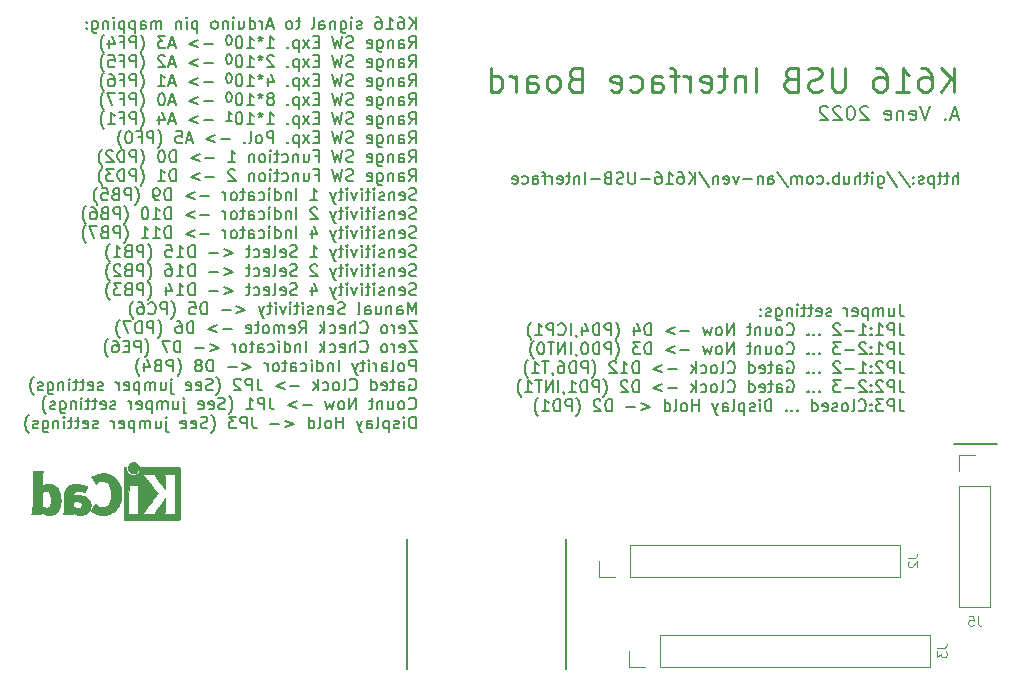
<source format=gbr>
%TF.GenerationSoftware,KiCad,Pcbnew,(6.0.7)*%
%TF.CreationDate,2022-09-10T09:27:16+02:00*%
%TF.ProjectId,K616_USB_IF,4b363136-5f55-4534-925f-49462e6b6963,0*%
%TF.SameCoordinates,PX73df160PY5f71980*%
%TF.FileFunction,Legend,Bot*%
%TF.FilePolarity,Positive*%
%FSLAX46Y46*%
G04 Gerber Fmt 4.6, Leading zero omitted, Abs format (unit mm)*
G04 Created by KiCad (PCBNEW (6.0.7)) date 2022-09-10 09:27:16*
%MOMM*%
%LPD*%
G01*
G04 APERTURE LIST*
%ADD10C,0.150000*%
%ADD11C,0.250000*%
%ADD12C,0.120000*%
%ADD13C,0.010000*%
%ADD14C,1.600000*%
%ADD15R,1.700000X1.700000*%
%ADD16O,1.700000X1.700000*%
G04 APERTURE END LIST*
D10*
X50664404Y32547620D02*
X50664404Y33547620D01*
X50235833Y32547620D02*
X50235833Y33071429D01*
X50283452Y33166667D01*
X50378690Y33214286D01*
X50521547Y33214286D01*
X50616785Y33166667D01*
X50664404Y33119048D01*
X49902500Y33214286D02*
X49521547Y33214286D01*
X49759642Y33547620D02*
X49759642Y32690477D01*
X49712023Y32595239D01*
X49616785Y32547620D01*
X49521547Y32547620D01*
X49331071Y33214286D02*
X48950119Y33214286D01*
X49188214Y33547620D02*
X49188214Y32690477D01*
X49140595Y32595239D01*
X49045357Y32547620D01*
X48950119Y32547620D01*
X48616785Y33214286D02*
X48616785Y32214286D01*
X48616785Y33166667D02*
X48521547Y33214286D01*
X48331071Y33214286D01*
X48235833Y33166667D01*
X48188214Y33119048D01*
X48140595Y33023810D01*
X48140595Y32738096D01*
X48188214Y32642858D01*
X48235833Y32595239D01*
X48331071Y32547620D01*
X48521547Y32547620D01*
X48616785Y32595239D01*
X47759642Y32595239D02*
X47664404Y32547620D01*
X47473928Y32547620D01*
X47378690Y32595239D01*
X47331071Y32690477D01*
X47331071Y32738096D01*
X47378690Y32833334D01*
X47473928Y32880953D01*
X47616785Y32880953D01*
X47712023Y32928572D01*
X47759642Y33023810D01*
X47759642Y33071429D01*
X47712023Y33166667D01*
X47616785Y33214286D01*
X47473928Y33214286D01*
X47378690Y33166667D01*
X46902500Y32642858D02*
X46854880Y32595239D01*
X46902500Y32547620D01*
X46950119Y32595239D01*
X46902500Y32642858D01*
X46902500Y32547620D01*
X46902500Y33166667D02*
X46854880Y33119048D01*
X46902500Y33071429D01*
X46950119Y33119048D01*
X46902500Y33166667D01*
X46902500Y33071429D01*
X45712023Y33595239D02*
X46569166Y32309524D01*
X44664404Y33595239D02*
X45521547Y32309524D01*
X43902500Y33214286D02*
X43902500Y32404762D01*
X43950119Y32309524D01*
X43997738Y32261905D01*
X44092976Y32214286D01*
X44235833Y32214286D01*
X44331071Y32261905D01*
X43902500Y32595239D02*
X43997738Y32547620D01*
X44188214Y32547620D01*
X44283452Y32595239D01*
X44331071Y32642858D01*
X44378690Y32738096D01*
X44378690Y33023810D01*
X44331071Y33119048D01*
X44283452Y33166667D01*
X44188214Y33214286D01*
X43997738Y33214286D01*
X43902500Y33166667D01*
X43426309Y32547620D02*
X43426309Y33214286D01*
X43426309Y33547620D02*
X43473928Y33500000D01*
X43426309Y33452381D01*
X43378690Y33500000D01*
X43426309Y33547620D01*
X43426309Y33452381D01*
X43092976Y33214286D02*
X42712023Y33214286D01*
X42950119Y33547620D02*
X42950119Y32690477D01*
X42902500Y32595239D01*
X42807261Y32547620D01*
X42712023Y32547620D01*
X42378690Y32547620D02*
X42378690Y33547620D01*
X41950119Y32547620D02*
X41950119Y33071429D01*
X41997738Y33166667D01*
X42092976Y33214286D01*
X42235833Y33214286D01*
X42331071Y33166667D01*
X42378690Y33119048D01*
X41045357Y33214286D02*
X41045357Y32547620D01*
X41473928Y33214286D02*
X41473928Y32690477D01*
X41426309Y32595239D01*
X41331071Y32547620D01*
X41188214Y32547620D01*
X41092976Y32595239D01*
X41045357Y32642858D01*
X40569166Y32547620D02*
X40569166Y33547620D01*
X40569166Y33166667D02*
X40473928Y33214286D01*
X40283452Y33214286D01*
X40188214Y33166667D01*
X40140595Y33119048D01*
X40092976Y33023810D01*
X40092976Y32738096D01*
X40140595Y32642858D01*
X40188214Y32595239D01*
X40283452Y32547620D01*
X40473928Y32547620D01*
X40569166Y32595239D01*
X39664404Y32642858D02*
X39616785Y32595239D01*
X39664404Y32547620D01*
X39712023Y32595239D01*
X39664404Y32642858D01*
X39664404Y32547620D01*
X38759642Y32595239D02*
X38854880Y32547620D01*
X39045357Y32547620D01*
X39140595Y32595239D01*
X39188214Y32642858D01*
X39235833Y32738096D01*
X39235833Y33023810D01*
X39188214Y33119048D01*
X39140595Y33166667D01*
X39045357Y33214286D01*
X38854880Y33214286D01*
X38759642Y33166667D01*
X38188214Y32547620D02*
X38283452Y32595239D01*
X38331071Y32642858D01*
X38378690Y32738096D01*
X38378690Y33023810D01*
X38331071Y33119048D01*
X38283452Y33166667D01*
X38188214Y33214286D01*
X38045357Y33214286D01*
X37950119Y33166667D01*
X37902500Y33119048D01*
X37854880Y33023810D01*
X37854880Y32738096D01*
X37902500Y32642858D01*
X37950119Y32595239D01*
X38045357Y32547620D01*
X38188214Y32547620D01*
X37426309Y32547620D02*
X37426309Y33214286D01*
X37426309Y33119048D02*
X37378690Y33166667D01*
X37283452Y33214286D01*
X37140595Y33214286D01*
X37045357Y33166667D01*
X36997738Y33071429D01*
X36997738Y32547620D01*
X36997738Y33071429D02*
X36950119Y33166667D01*
X36854880Y33214286D01*
X36712023Y33214286D01*
X36616785Y33166667D01*
X36569166Y33071429D01*
X36569166Y32547620D01*
X35378690Y33595239D02*
X36235833Y32309524D01*
X34616785Y32547620D02*
X34616785Y33071429D01*
X34664404Y33166667D01*
X34759642Y33214286D01*
X34950119Y33214286D01*
X35045357Y33166667D01*
X34616785Y32595239D02*
X34712023Y32547620D01*
X34950119Y32547620D01*
X35045357Y32595239D01*
X35092976Y32690477D01*
X35092976Y32785715D01*
X35045357Y32880953D01*
X34950119Y32928572D01*
X34712023Y32928572D01*
X34616785Y32976191D01*
X34140595Y33214286D02*
X34140595Y32547620D01*
X34140595Y33119048D02*
X34092976Y33166667D01*
X33997738Y33214286D01*
X33854880Y33214286D01*
X33759642Y33166667D01*
X33712023Y33071429D01*
X33712023Y32547620D01*
X33235833Y32928572D02*
X32473928Y32928572D01*
X32092976Y33214286D02*
X31854880Y32547620D01*
X31616785Y33214286D01*
X30854880Y32595239D02*
X30950119Y32547620D01*
X31140595Y32547620D01*
X31235833Y32595239D01*
X31283452Y32690477D01*
X31283452Y33071429D01*
X31235833Y33166667D01*
X31140595Y33214286D01*
X30950119Y33214286D01*
X30854880Y33166667D01*
X30807261Y33071429D01*
X30807261Y32976191D01*
X31283452Y32880953D01*
X30378690Y33214286D02*
X30378690Y32547620D01*
X30378690Y33119048D02*
X30331071Y33166667D01*
X30235833Y33214286D01*
X30092976Y33214286D01*
X29997738Y33166667D01*
X29950119Y33071429D01*
X29950119Y32547620D01*
X28759642Y33595239D02*
X29616785Y32309524D01*
X28426309Y32547620D02*
X28426309Y33547620D01*
X27854880Y32547620D02*
X28283452Y33119048D01*
X27854880Y33547620D02*
X28426309Y32976191D01*
X26997738Y33547620D02*
X27188214Y33547620D01*
X27283452Y33500000D01*
X27331071Y33452381D01*
X27426309Y33309524D01*
X27473928Y33119048D01*
X27473928Y32738096D01*
X27426309Y32642858D01*
X27378690Y32595239D01*
X27283452Y32547620D01*
X27092976Y32547620D01*
X26997738Y32595239D01*
X26950119Y32642858D01*
X26902500Y32738096D01*
X26902500Y32976191D01*
X26950119Y33071429D01*
X26997738Y33119048D01*
X27092976Y33166667D01*
X27283452Y33166667D01*
X27378690Y33119048D01*
X27426309Y33071429D01*
X27473928Y32976191D01*
X25950119Y32547620D02*
X26521547Y32547620D01*
X26235833Y32547620D02*
X26235833Y33547620D01*
X26331071Y33404762D01*
X26426309Y33309524D01*
X26521547Y33261905D01*
X25092976Y33547620D02*
X25283452Y33547620D01*
X25378690Y33500000D01*
X25426309Y33452381D01*
X25521547Y33309524D01*
X25569166Y33119048D01*
X25569166Y32738096D01*
X25521547Y32642858D01*
X25473928Y32595239D01*
X25378690Y32547620D01*
X25188214Y32547620D01*
X25092976Y32595239D01*
X25045357Y32642858D01*
X24997738Y32738096D01*
X24997738Y32976191D01*
X25045357Y33071429D01*
X25092976Y33119048D01*
X25188214Y33166667D01*
X25378690Y33166667D01*
X25473928Y33119048D01*
X25521547Y33071429D01*
X25569166Y32976191D01*
X24569166Y32928572D02*
X23807261Y32928572D01*
X23331071Y33547620D02*
X23331071Y32738096D01*
X23283452Y32642858D01*
X23235833Y32595239D01*
X23140595Y32547620D01*
X22950119Y32547620D01*
X22854880Y32595239D01*
X22807261Y32642858D01*
X22759642Y32738096D01*
X22759642Y33547620D01*
X22331071Y32595239D02*
X22188214Y32547620D01*
X21950119Y32547620D01*
X21854880Y32595239D01*
X21807261Y32642858D01*
X21759642Y32738096D01*
X21759642Y32833334D01*
X21807261Y32928572D01*
X21854880Y32976191D01*
X21950119Y33023810D01*
X22140595Y33071429D01*
X22235833Y33119048D01*
X22283452Y33166667D01*
X22331071Y33261905D01*
X22331071Y33357143D01*
X22283452Y33452381D01*
X22235833Y33500000D01*
X22140595Y33547620D01*
X21902500Y33547620D01*
X21759642Y33500000D01*
X20997738Y33071429D02*
X20854880Y33023810D01*
X20807261Y32976191D01*
X20759642Y32880953D01*
X20759642Y32738096D01*
X20807261Y32642858D01*
X20854880Y32595239D01*
X20950119Y32547620D01*
X21331071Y32547620D01*
X21331071Y33547620D01*
X20997738Y33547620D01*
X20902500Y33500000D01*
X20854880Y33452381D01*
X20807261Y33357143D01*
X20807261Y33261905D01*
X20854880Y33166667D01*
X20902500Y33119048D01*
X20997738Y33071429D01*
X21331071Y33071429D01*
X20331071Y32928572D02*
X19569166Y32928572D01*
X19092976Y32547620D02*
X19092976Y33547620D01*
X18616785Y33214286D02*
X18616785Y32547620D01*
X18616785Y33119048D02*
X18569166Y33166667D01*
X18473928Y33214286D01*
X18331071Y33214286D01*
X18235833Y33166667D01*
X18188214Y33071429D01*
X18188214Y32547620D01*
X17854880Y33214286D02*
X17473928Y33214286D01*
X17712023Y33547620D02*
X17712023Y32690477D01*
X17664404Y32595239D01*
X17569166Y32547620D01*
X17473928Y32547620D01*
X16759642Y32595239D02*
X16854880Y32547620D01*
X17045357Y32547620D01*
X17140595Y32595239D01*
X17188214Y32690477D01*
X17188214Y33071429D01*
X17140595Y33166667D01*
X17045357Y33214286D01*
X16854880Y33214286D01*
X16759642Y33166667D01*
X16712023Y33071429D01*
X16712023Y32976191D01*
X17188214Y32880953D01*
X16283452Y32547620D02*
X16283452Y33214286D01*
X16283452Y33023810D02*
X16235833Y33119048D01*
X16188214Y33166667D01*
X16092976Y33214286D01*
X15997738Y33214286D01*
X15807261Y33214286D02*
X15426309Y33214286D01*
X15664404Y32547620D02*
X15664404Y33404762D01*
X15616785Y33500000D01*
X15521547Y33547620D01*
X15426309Y33547620D01*
X14664404Y32547620D02*
X14664404Y33071429D01*
X14712023Y33166667D01*
X14807261Y33214286D01*
X14997738Y33214286D01*
X15092976Y33166667D01*
X14664404Y32595239D02*
X14759642Y32547620D01*
X14997738Y32547620D01*
X15092976Y32595239D01*
X15140595Y32690477D01*
X15140595Y32785715D01*
X15092976Y32880953D01*
X14997738Y32928572D01*
X14759642Y32928572D01*
X14664404Y32976191D01*
X13759642Y32595239D02*
X13854880Y32547620D01*
X14045357Y32547620D01*
X14140595Y32595239D01*
X14188214Y32642858D01*
X14235833Y32738096D01*
X14235833Y33023810D01*
X14188214Y33119048D01*
X14140595Y33166667D01*
X14045357Y33214286D01*
X13854880Y33214286D01*
X13759642Y33166667D01*
X12950119Y32595239D02*
X13045357Y32547620D01*
X13235833Y32547620D01*
X13331071Y32595239D01*
X13378690Y32690477D01*
X13378690Y33071429D01*
X13331071Y33166667D01*
X13235833Y33214286D01*
X13045357Y33214286D01*
X12950119Y33166667D01*
X12902500Y33071429D01*
X12902500Y32976191D01*
X13378690Y32880953D01*
X50365000Y10500000D02*
X54000000Y10500000D01*
X4000000Y2500000D02*
X4000000Y-8500000D01*
X17500000Y2500000D02*
X17500000Y-8500000D01*
X50673928Y38300000D02*
X50102500Y38300000D01*
X50788214Y37957143D02*
X50388214Y39157143D01*
X49988214Y37957143D01*
X49588214Y38071429D02*
X49531071Y38014286D01*
X49588214Y37957143D01*
X49645357Y38014286D01*
X49588214Y38071429D01*
X49588214Y37957143D01*
X48273928Y39157143D02*
X47873928Y37957143D01*
X47473928Y39157143D01*
X46616785Y38014286D02*
X46731071Y37957143D01*
X46959642Y37957143D01*
X47073928Y38014286D01*
X47131071Y38128572D01*
X47131071Y38585715D01*
X47073928Y38700000D01*
X46959642Y38757143D01*
X46731071Y38757143D01*
X46616785Y38700000D01*
X46559642Y38585715D01*
X46559642Y38471429D01*
X47131071Y38357143D01*
X46045357Y38757143D02*
X46045357Y37957143D01*
X46045357Y38642858D02*
X45988214Y38700000D01*
X45873928Y38757143D01*
X45702500Y38757143D01*
X45588214Y38700000D01*
X45531071Y38585715D01*
X45531071Y37957143D01*
X44502500Y38014286D02*
X44616785Y37957143D01*
X44845357Y37957143D01*
X44959642Y38014286D01*
X45016785Y38128572D01*
X45016785Y38585715D01*
X44959642Y38700000D01*
X44845357Y38757143D01*
X44616785Y38757143D01*
X44502500Y38700000D01*
X44445357Y38585715D01*
X44445357Y38471429D01*
X45016785Y38357143D01*
X43073928Y39042858D02*
X43016785Y39100000D01*
X42902500Y39157143D01*
X42616785Y39157143D01*
X42502500Y39100000D01*
X42445357Y39042858D01*
X42388214Y38928572D01*
X42388214Y38814286D01*
X42445357Y38642858D01*
X43131071Y37957143D01*
X42388214Y37957143D01*
X41645357Y39157143D02*
X41531071Y39157143D01*
X41416785Y39100000D01*
X41359642Y39042858D01*
X41302500Y38928572D01*
X41245357Y38700000D01*
X41245357Y38414286D01*
X41302500Y38185715D01*
X41359642Y38071429D01*
X41416785Y38014286D01*
X41531071Y37957143D01*
X41645357Y37957143D01*
X41759642Y38014286D01*
X41816785Y38071429D01*
X41873928Y38185715D01*
X41931071Y38414286D01*
X41931071Y38700000D01*
X41873928Y38928572D01*
X41816785Y39042858D01*
X41759642Y39100000D01*
X41645357Y39157143D01*
X40788214Y39042858D02*
X40731071Y39100000D01*
X40616785Y39157143D01*
X40331071Y39157143D01*
X40216785Y39100000D01*
X40159642Y39042858D01*
X40102500Y38928572D01*
X40102500Y38814286D01*
X40159642Y38642858D01*
X40845357Y37957143D01*
X40102500Y37957143D01*
X39645357Y39042858D02*
X39588214Y39100000D01*
X39473928Y39157143D01*
X39188214Y39157143D01*
X39073928Y39100000D01*
X39016785Y39042858D01*
X38959642Y38928572D01*
X38959642Y38814286D01*
X39016785Y38642858D01*
X39702500Y37957143D01*
X38959642Y37957143D01*
X45733690Y22352620D02*
X45733690Y21638334D01*
X45781309Y21495477D01*
X45876547Y21400239D01*
X46019404Y21352620D01*
X46114642Y21352620D01*
X44828928Y22019286D02*
X44828928Y21352620D01*
X45257500Y22019286D02*
X45257500Y21495477D01*
X45209880Y21400239D01*
X45114642Y21352620D01*
X44971785Y21352620D01*
X44876547Y21400239D01*
X44828928Y21447858D01*
X44352738Y21352620D02*
X44352738Y22019286D01*
X44352738Y21924048D02*
X44305119Y21971667D01*
X44209880Y22019286D01*
X44067023Y22019286D01*
X43971785Y21971667D01*
X43924166Y21876429D01*
X43924166Y21352620D01*
X43924166Y21876429D02*
X43876547Y21971667D01*
X43781309Y22019286D01*
X43638452Y22019286D01*
X43543214Y21971667D01*
X43495595Y21876429D01*
X43495595Y21352620D01*
X43019404Y22019286D02*
X43019404Y21019286D01*
X43019404Y21971667D02*
X42924166Y22019286D01*
X42733690Y22019286D01*
X42638452Y21971667D01*
X42590833Y21924048D01*
X42543214Y21828810D01*
X42543214Y21543096D01*
X42590833Y21447858D01*
X42638452Y21400239D01*
X42733690Y21352620D01*
X42924166Y21352620D01*
X43019404Y21400239D01*
X41733690Y21400239D02*
X41828928Y21352620D01*
X42019404Y21352620D01*
X42114642Y21400239D01*
X42162261Y21495477D01*
X42162261Y21876429D01*
X42114642Y21971667D01*
X42019404Y22019286D01*
X41828928Y22019286D01*
X41733690Y21971667D01*
X41686071Y21876429D01*
X41686071Y21781191D01*
X42162261Y21685953D01*
X41257500Y21352620D02*
X41257500Y22019286D01*
X41257500Y21828810D02*
X41209880Y21924048D01*
X41162261Y21971667D01*
X41067023Y22019286D01*
X40971785Y22019286D01*
X39924166Y21400239D02*
X39828928Y21352620D01*
X39638452Y21352620D01*
X39543214Y21400239D01*
X39495595Y21495477D01*
X39495595Y21543096D01*
X39543214Y21638334D01*
X39638452Y21685953D01*
X39781309Y21685953D01*
X39876547Y21733572D01*
X39924166Y21828810D01*
X39924166Y21876429D01*
X39876547Y21971667D01*
X39781309Y22019286D01*
X39638452Y22019286D01*
X39543214Y21971667D01*
X38686071Y21400239D02*
X38781309Y21352620D01*
X38971785Y21352620D01*
X39067023Y21400239D01*
X39114642Y21495477D01*
X39114642Y21876429D01*
X39067023Y21971667D01*
X38971785Y22019286D01*
X38781309Y22019286D01*
X38686071Y21971667D01*
X38638452Y21876429D01*
X38638452Y21781191D01*
X39114642Y21685953D01*
X38352738Y22019286D02*
X37971785Y22019286D01*
X38209880Y22352620D02*
X38209880Y21495477D01*
X38162261Y21400239D01*
X38067023Y21352620D01*
X37971785Y21352620D01*
X37781309Y22019286D02*
X37400357Y22019286D01*
X37638452Y22352620D02*
X37638452Y21495477D01*
X37590833Y21400239D01*
X37495595Y21352620D01*
X37400357Y21352620D01*
X37067023Y21352620D02*
X37067023Y22019286D01*
X37067023Y22352620D02*
X37114642Y22305000D01*
X37067023Y22257381D01*
X37019404Y22305000D01*
X37067023Y22352620D01*
X37067023Y22257381D01*
X36590833Y22019286D02*
X36590833Y21352620D01*
X36590833Y21924048D02*
X36543214Y21971667D01*
X36447976Y22019286D01*
X36305119Y22019286D01*
X36209880Y21971667D01*
X36162261Y21876429D01*
X36162261Y21352620D01*
X35257500Y22019286D02*
X35257500Y21209762D01*
X35305119Y21114524D01*
X35352738Y21066905D01*
X35447976Y21019286D01*
X35590833Y21019286D01*
X35686071Y21066905D01*
X35257500Y21400239D02*
X35352738Y21352620D01*
X35543214Y21352620D01*
X35638452Y21400239D01*
X35686071Y21447858D01*
X35733690Y21543096D01*
X35733690Y21828810D01*
X35686071Y21924048D01*
X35638452Y21971667D01*
X35543214Y22019286D01*
X35352738Y22019286D01*
X35257500Y21971667D01*
X34828928Y21400239D02*
X34733690Y21352620D01*
X34543214Y21352620D01*
X34447976Y21400239D01*
X34400357Y21495477D01*
X34400357Y21543096D01*
X34447976Y21638334D01*
X34543214Y21685953D01*
X34686071Y21685953D01*
X34781309Y21733572D01*
X34828928Y21828810D01*
X34828928Y21876429D01*
X34781309Y21971667D01*
X34686071Y22019286D01*
X34543214Y22019286D01*
X34447976Y21971667D01*
X33971785Y21447858D02*
X33924166Y21400239D01*
X33971785Y21352620D01*
X34019404Y21400239D01*
X33971785Y21447858D01*
X33971785Y21352620D01*
X33971785Y21971667D02*
X33924166Y21924048D01*
X33971785Y21876429D01*
X34019404Y21924048D01*
X33971785Y21971667D01*
X33971785Y21876429D01*
X45733690Y20742620D02*
X45733690Y20028334D01*
X45781309Y19885477D01*
X45876547Y19790239D01*
X46019404Y19742620D01*
X46114642Y19742620D01*
X45257500Y19742620D02*
X45257500Y20742620D01*
X44876547Y20742620D01*
X44781309Y20695000D01*
X44733690Y20647381D01*
X44686071Y20552143D01*
X44686071Y20409286D01*
X44733690Y20314048D01*
X44781309Y20266429D01*
X44876547Y20218810D01*
X45257500Y20218810D01*
X43733690Y19742620D02*
X44305119Y19742620D01*
X44019404Y19742620D02*
X44019404Y20742620D01*
X44114642Y20599762D01*
X44209880Y20504524D01*
X44305119Y20456905D01*
X43305119Y19837858D02*
X43257500Y19790239D01*
X43305119Y19742620D01*
X43352738Y19790239D01*
X43305119Y19837858D01*
X43305119Y19742620D01*
X43305119Y20361667D02*
X43257500Y20314048D01*
X43305119Y20266429D01*
X43352738Y20314048D01*
X43305119Y20361667D01*
X43305119Y20266429D01*
X42305119Y19742620D02*
X42876547Y19742620D01*
X42590833Y19742620D02*
X42590833Y20742620D01*
X42686071Y20599762D01*
X42781309Y20504524D01*
X42876547Y20456905D01*
X41876547Y20123572D02*
X41114642Y20123572D01*
X40686071Y20647381D02*
X40638452Y20695000D01*
X40543214Y20742620D01*
X40305119Y20742620D01*
X40209880Y20695000D01*
X40162261Y20647381D01*
X40114642Y20552143D01*
X40114642Y20456905D01*
X40162261Y20314048D01*
X40733690Y19742620D01*
X40114642Y19742620D01*
X38924166Y19837858D02*
X38876547Y19790239D01*
X38924166Y19742620D01*
X38971785Y19790239D01*
X38924166Y19837858D01*
X38924166Y19742620D01*
X38447976Y19837858D02*
X38400357Y19790239D01*
X38447976Y19742620D01*
X38495595Y19790239D01*
X38447976Y19837858D01*
X38447976Y19742620D01*
X37971785Y19837858D02*
X37924166Y19790239D01*
X37971785Y19742620D01*
X38019404Y19790239D01*
X37971785Y19837858D01*
X37971785Y19742620D01*
X36162261Y19837858D02*
X36209880Y19790239D01*
X36352738Y19742620D01*
X36447976Y19742620D01*
X36590833Y19790239D01*
X36686071Y19885477D01*
X36733690Y19980715D01*
X36781309Y20171191D01*
X36781309Y20314048D01*
X36733690Y20504524D01*
X36686071Y20599762D01*
X36590833Y20695000D01*
X36447976Y20742620D01*
X36352738Y20742620D01*
X36209880Y20695000D01*
X36162261Y20647381D01*
X35590833Y19742620D02*
X35686071Y19790239D01*
X35733690Y19837858D01*
X35781309Y19933096D01*
X35781309Y20218810D01*
X35733690Y20314048D01*
X35686071Y20361667D01*
X35590833Y20409286D01*
X35447976Y20409286D01*
X35352738Y20361667D01*
X35305119Y20314048D01*
X35257500Y20218810D01*
X35257500Y19933096D01*
X35305119Y19837858D01*
X35352738Y19790239D01*
X35447976Y19742620D01*
X35590833Y19742620D01*
X34400357Y20409286D02*
X34400357Y19742620D01*
X34828928Y20409286D02*
X34828928Y19885477D01*
X34781309Y19790239D01*
X34686071Y19742620D01*
X34543214Y19742620D01*
X34447976Y19790239D01*
X34400357Y19837858D01*
X33924166Y20409286D02*
X33924166Y19742620D01*
X33924166Y20314048D02*
X33876547Y20361667D01*
X33781309Y20409286D01*
X33638452Y20409286D01*
X33543214Y20361667D01*
X33495595Y20266429D01*
X33495595Y19742620D01*
X33162261Y20409286D02*
X32781309Y20409286D01*
X33019404Y20742620D02*
X33019404Y19885477D01*
X32971785Y19790239D01*
X32876547Y19742620D01*
X32781309Y19742620D01*
X31686071Y19742620D02*
X31686071Y20742620D01*
X31114642Y19742620D01*
X31114642Y20742620D01*
X30495595Y19742620D02*
X30590833Y19790239D01*
X30638452Y19837858D01*
X30686071Y19933096D01*
X30686071Y20218810D01*
X30638452Y20314048D01*
X30590833Y20361667D01*
X30495595Y20409286D01*
X30352738Y20409286D01*
X30257500Y20361667D01*
X30209880Y20314048D01*
X30162261Y20218810D01*
X30162261Y19933096D01*
X30209880Y19837858D01*
X30257500Y19790239D01*
X30352738Y19742620D01*
X30495595Y19742620D01*
X29828928Y20409286D02*
X29638452Y19742620D01*
X29447976Y20218810D01*
X29257500Y19742620D01*
X29067023Y20409286D01*
X27924166Y20123572D02*
X27162261Y20123572D01*
X26686071Y20409286D02*
X25924166Y20123572D01*
X26686071Y19837858D01*
X24686071Y19742620D02*
X24686071Y20742620D01*
X24447976Y20742620D01*
X24305119Y20695000D01*
X24209880Y20599762D01*
X24162261Y20504524D01*
X24114642Y20314048D01*
X24114642Y20171191D01*
X24162261Y19980715D01*
X24209880Y19885477D01*
X24305119Y19790239D01*
X24447976Y19742620D01*
X24686071Y19742620D01*
X23257500Y20409286D02*
X23257500Y19742620D01*
X23495595Y20790239D02*
X23733690Y20075953D01*
X23114642Y20075953D01*
X21686071Y19361667D02*
X21733690Y19409286D01*
X21828928Y19552143D01*
X21876547Y19647381D01*
X21924166Y19790239D01*
X21971785Y20028334D01*
X21971785Y20218810D01*
X21924166Y20456905D01*
X21876547Y20599762D01*
X21828928Y20695000D01*
X21733690Y20837858D01*
X21686071Y20885477D01*
X21305119Y19742620D02*
X21305119Y20742620D01*
X20924166Y20742620D01*
X20828928Y20695000D01*
X20781309Y20647381D01*
X20733690Y20552143D01*
X20733690Y20409286D01*
X20781309Y20314048D01*
X20828928Y20266429D01*
X20924166Y20218810D01*
X21305119Y20218810D01*
X20305119Y19742620D02*
X20305119Y20742620D01*
X20067023Y20742620D01*
X19924166Y20695000D01*
X19828928Y20599762D01*
X19781309Y20504524D01*
X19733690Y20314048D01*
X19733690Y20171191D01*
X19781309Y19980715D01*
X19828928Y19885477D01*
X19924166Y19790239D01*
X20067023Y19742620D01*
X20305119Y19742620D01*
X18876547Y20409286D02*
X18876547Y19742620D01*
X19114642Y20790239D02*
X19352738Y20075953D01*
X18733690Y20075953D01*
X18305119Y19790239D02*
X18305119Y19742620D01*
X18352738Y19647381D01*
X18400357Y19599762D01*
X17876547Y19742620D02*
X17876547Y20742620D01*
X16828928Y19837858D02*
X16876547Y19790239D01*
X17019404Y19742620D01*
X17114642Y19742620D01*
X17257500Y19790239D01*
X17352738Y19885477D01*
X17400357Y19980715D01*
X17447976Y20171191D01*
X17447976Y20314048D01*
X17400357Y20504524D01*
X17352738Y20599762D01*
X17257500Y20695000D01*
X17114642Y20742620D01*
X17019404Y20742620D01*
X16876547Y20695000D01*
X16828928Y20647381D01*
X16400357Y19742620D02*
X16400357Y20742620D01*
X16019404Y20742620D01*
X15924166Y20695000D01*
X15876547Y20647381D01*
X15828928Y20552143D01*
X15828928Y20409286D01*
X15876547Y20314048D01*
X15924166Y20266429D01*
X16019404Y20218810D01*
X16400357Y20218810D01*
X14876547Y19742620D02*
X15447976Y19742620D01*
X15162261Y19742620D02*
X15162261Y20742620D01*
X15257500Y20599762D01*
X15352738Y20504524D01*
X15447976Y20456905D01*
X14543214Y19361667D02*
X14495595Y19409286D01*
X14400357Y19552143D01*
X14352738Y19647381D01*
X14305119Y19790239D01*
X14257500Y20028334D01*
X14257500Y20218810D01*
X14305119Y20456905D01*
X14352738Y20599762D01*
X14400357Y20695000D01*
X14495595Y20837858D01*
X14543214Y20885477D01*
X45733690Y19132620D02*
X45733690Y18418334D01*
X45781309Y18275477D01*
X45876547Y18180239D01*
X46019404Y18132620D01*
X46114642Y18132620D01*
X45257500Y18132620D02*
X45257500Y19132620D01*
X44876547Y19132620D01*
X44781309Y19085000D01*
X44733690Y19037381D01*
X44686071Y18942143D01*
X44686071Y18799286D01*
X44733690Y18704048D01*
X44781309Y18656429D01*
X44876547Y18608810D01*
X45257500Y18608810D01*
X43733690Y18132620D02*
X44305119Y18132620D01*
X44019404Y18132620D02*
X44019404Y19132620D01*
X44114642Y18989762D01*
X44209880Y18894524D01*
X44305119Y18846905D01*
X43305119Y18227858D02*
X43257500Y18180239D01*
X43305119Y18132620D01*
X43352738Y18180239D01*
X43305119Y18227858D01*
X43305119Y18132620D01*
X43305119Y18751667D02*
X43257500Y18704048D01*
X43305119Y18656429D01*
X43352738Y18704048D01*
X43305119Y18751667D01*
X43305119Y18656429D01*
X42876547Y19037381D02*
X42828928Y19085000D01*
X42733690Y19132620D01*
X42495595Y19132620D01*
X42400357Y19085000D01*
X42352738Y19037381D01*
X42305119Y18942143D01*
X42305119Y18846905D01*
X42352738Y18704048D01*
X42924166Y18132620D01*
X42305119Y18132620D01*
X41876547Y18513572D02*
X41114642Y18513572D01*
X40733690Y19132620D02*
X40114642Y19132620D01*
X40447976Y18751667D01*
X40305119Y18751667D01*
X40209880Y18704048D01*
X40162261Y18656429D01*
X40114642Y18561191D01*
X40114642Y18323096D01*
X40162261Y18227858D01*
X40209880Y18180239D01*
X40305119Y18132620D01*
X40590833Y18132620D01*
X40686071Y18180239D01*
X40733690Y18227858D01*
X38924166Y18227858D02*
X38876547Y18180239D01*
X38924166Y18132620D01*
X38971785Y18180239D01*
X38924166Y18227858D01*
X38924166Y18132620D01*
X38447976Y18227858D02*
X38400357Y18180239D01*
X38447976Y18132620D01*
X38495595Y18180239D01*
X38447976Y18227858D01*
X38447976Y18132620D01*
X37971785Y18227858D02*
X37924166Y18180239D01*
X37971785Y18132620D01*
X38019404Y18180239D01*
X37971785Y18227858D01*
X37971785Y18132620D01*
X36162261Y18227858D02*
X36209880Y18180239D01*
X36352738Y18132620D01*
X36447976Y18132620D01*
X36590833Y18180239D01*
X36686071Y18275477D01*
X36733690Y18370715D01*
X36781309Y18561191D01*
X36781309Y18704048D01*
X36733690Y18894524D01*
X36686071Y18989762D01*
X36590833Y19085000D01*
X36447976Y19132620D01*
X36352738Y19132620D01*
X36209880Y19085000D01*
X36162261Y19037381D01*
X35590833Y18132620D02*
X35686071Y18180239D01*
X35733690Y18227858D01*
X35781309Y18323096D01*
X35781309Y18608810D01*
X35733690Y18704048D01*
X35686071Y18751667D01*
X35590833Y18799286D01*
X35447976Y18799286D01*
X35352738Y18751667D01*
X35305119Y18704048D01*
X35257500Y18608810D01*
X35257500Y18323096D01*
X35305119Y18227858D01*
X35352738Y18180239D01*
X35447976Y18132620D01*
X35590833Y18132620D01*
X34400357Y18799286D02*
X34400357Y18132620D01*
X34828928Y18799286D02*
X34828928Y18275477D01*
X34781309Y18180239D01*
X34686071Y18132620D01*
X34543214Y18132620D01*
X34447976Y18180239D01*
X34400357Y18227858D01*
X33924166Y18799286D02*
X33924166Y18132620D01*
X33924166Y18704048D02*
X33876547Y18751667D01*
X33781309Y18799286D01*
X33638452Y18799286D01*
X33543214Y18751667D01*
X33495595Y18656429D01*
X33495595Y18132620D01*
X33162261Y18799286D02*
X32781309Y18799286D01*
X33019404Y19132620D02*
X33019404Y18275477D01*
X32971785Y18180239D01*
X32876547Y18132620D01*
X32781309Y18132620D01*
X31686071Y18132620D02*
X31686071Y19132620D01*
X31114642Y18132620D01*
X31114642Y19132620D01*
X30495595Y18132620D02*
X30590833Y18180239D01*
X30638452Y18227858D01*
X30686071Y18323096D01*
X30686071Y18608810D01*
X30638452Y18704048D01*
X30590833Y18751667D01*
X30495595Y18799286D01*
X30352738Y18799286D01*
X30257500Y18751667D01*
X30209880Y18704048D01*
X30162261Y18608810D01*
X30162261Y18323096D01*
X30209880Y18227858D01*
X30257500Y18180239D01*
X30352738Y18132620D01*
X30495595Y18132620D01*
X29828928Y18799286D02*
X29638452Y18132620D01*
X29447976Y18608810D01*
X29257500Y18132620D01*
X29067023Y18799286D01*
X27924166Y18513572D02*
X27162261Y18513572D01*
X26686071Y18799286D02*
X25924166Y18513572D01*
X26686071Y18227858D01*
X24686071Y18132620D02*
X24686071Y19132620D01*
X24447976Y19132620D01*
X24305119Y19085000D01*
X24209880Y18989762D01*
X24162261Y18894524D01*
X24114642Y18704048D01*
X24114642Y18561191D01*
X24162261Y18370715D01*
X24209880Y18275477D01*
X24305119Y18180239D01*
X24447976Y18132620D01*
X24686071Y18132620D01*
X23781309Y19132620D02*
X23162261Y19132620D01*
X23495595Y18751667D01*
X23352738Y18751667D01*
X23257500Y18704048D01*
X23209880Y18656429D01*
X23162261Y18561191D01*
X23162261Y18323096D01*
X23209880Y18227858D01*
X23257500Y18180239D01*
X23352738Y18132620D01*
X23638452Y18132620D01*
X23733690Y18180239D01*
X23781309Y18227858D01*
X21686071Y17751667D02*
X21733690Y17799286D01*
X21828928Y17942143D01*
X21876547Y18037381D01*
X21924166Y18180239D01*
X21971785Y18418334D01*
X21971785Y18608810D01*
X21924166Y18846905D01*
X21876547Y18989762D01*
X21828928Y19085000D01*
X21733690Y19227858D01*
X21686071Y19275477D01*
X21305119Y18132620D02*
X21305119Y19132620D01*
X20924166Y19132620D01*
X20828928Y19085000D01*
X20781309Y19037381D01*
X20733690Y18942143D01*
X20733690Y18799286D01*
X20781309Y18704048D01*
X20828928Y18656429D01*
X20924166Y18608810D01*
X21305119Y18608810D01*
X20305119Y18132620D02*
X20305119Y19132620D01*
X20067023Y19132620D01*
X19924166Y19085000D01*
X19828928Y18989762D01*
X19781309Y18894524D01*
X19733690Y18704048D01*
X19733690Y18561191D01*
X19781309Y18370715D01*
X19828928Y18275477D01*
X19924166Y18180239D01*
X20067023Y18132620D01*
X20305119Y18132620D01*
X19114642Y19132620D02*
X19019404Y19132620D01*
X18924166Y19085000D01*
X18876547Y19037381D01*
X18828928Y18942143D01*
X18781309Y18751667D01*
X18781309Y18513572D01*
X18828928Y18323096D01*
X18876547Y18227858D01*
X18924166Y18180239D01*
X19019404Y18132620D01*
X19114642Y18132620D01*
X19209880Y18180239D01*
X19257500Y18227858D01*
X19305119Y18323096D01*
X19352738Y18513572D01*
X19352738Y18751667D01*
X19305119Y18942143D01*
X19257500Y19037381D01*
X19209880Y19085000D01*
X19114642Y19132620D01*
X18305119Y18180239D02*
X18305119Y18132620D01*
X18352738Y18037381D01*
X18400357Y17989762D01*
X17876547Y18132620D02*
X17876547Y19132620D01*
X17400357Y18132620D02*
X17400357Y19132620D01*
X16828928Y18132620D01*
X16828928Y19132620D01*
X16495595Y19132620D02*
X15924166Y19132620D01*
X16209880Y18132620D02*
X16209880Y19132620D01*
X15400357Y19132620D02*
X15305119Y19132620D01*
X15209880Y19085000D01*
X15162261Y19037381D01*
X15114642Y18942143D01*
X15067023Y18751667D01*
X15067023Y18513572D01*
X15114642Y18323096D01*
X15162261Y18227858D01*
X15209880Y18180239D01*
X15305119Y18132620D01*
X15400357Y18132620D01*
X15495595Y18180239D01*
X15543214Y18227858D01*
X15590833Y18323096D01*
X15638452Y18513572D01*
X15638452Y18751667D01*
X15590833Y18942143D01*
X15543214Y19037381D01*
X15495595Y19085000D01*
X15400357Y19132620D01*
X14733690Y17751667D02*
X14686071Y17799286D01*
X14590833Y17942143D01*
X14543214Y18037381D01*
X14495595Y18180239D01*
X14447976Y18418334D01*
X14447976Y18608810D01*
X14495595Y18846905D01*
X14543214Y18989762D01*
X14590833Y19085000D01*
X14686071Y19227858D01*
X14733690Y19275477D01*
X45733690Y17522620D02*
X45733690Y16808334D01*
X45781309Y16665477D01*
X45876547Y16570239D01*
X46019404Y16522620D01*
X46114642Y16522620D01*
X45257500Y16522620D02*
X45257500Y17522620D01*
X44876547Y17522620D01*
X44781309Y17475000D01*
X44733690Y17427381D01*
X44686071Y17332143D01*
X44686071Y17189286D01*
X44733690Y17094048D01*
X44781309Y17046429D01*
X44876547Y16998810D01*
X45257500Y16998810D01*
X44305119Y17427381D02*
X44257500Y17475000D01*
X44162261Y17522620D01*
X43924166Y17522620D01*
X43828928Y17475000D01*
X43781309Y17427381D01*
X43733690Y17332143D01*
X43733690Y17236905D01*
X43781309Y17094048D01*
X44352738Y16522620D01*
X43733690Y16522620D01*
X43305119Y16617858D02*
X43257500Y16570239D01*
X43305119Y16522620D01*
X43352738Y16570239D01*
X43305119Y16617858D01*
X43305119Y16522620D01*
X43305119Y17141667D02*
X43257500Y17094048D01*
X43305119Y17046429D01*
X43352738Y17094048D01*
X43305119Y17141667D01*
X43305119Y17046429D01*
X42305119Y16522620D02*
X42876547Y16522620D01*
X42590833Y16522620D02*
X42590833Y17522620D01*
X42686071Y17379762D01*
X42781309Y17284524D01*
X42876547Y17236905D01*
X41876547Y16903572D02*
X41114642Y16903572D01*
X40686071Y17427381D02*
X40638452Y17475000D01*
X40543214Y17522620D01*
X40305119Y17522620D01*
X40209880Y17475000D01*
X40162261Y17427381D01*
X40114642Y17332143D01*
X40114642Y17236905D01*
X40162261Y17094048D01*
X40733690Y16522620D01*
X40114642Y16522620D01*
X38924166Y16617858D02*
X38876547Y16570239D01*
X38924166Y16522620D01*
X38971785Y16570239D01*
X38924166Y16617858D01*
X38924166Y16522620D01*
X38447976Y16617858D02*
X38400357Y16570239D01*
X38447976Y16522620D01*
X38495595Y16570239D01*
X38447976Y16617858D01*
X38447976Y16522620D01*
X37971785Y16617858D02*
X37924166Y16570239D01*
X37971785Y16522620D01*
X38019404Y16570239D01*
X37971785Y16617858D01*
X37971785Y16522620D01*
X36209880Y17475000D02*
X36305119Y17522620D01*
X36447976Y17522620D01*
X36590833Y17475000D01*
X36686071Y17379762D01*
X36733690Y17284524D01*
X36781309Y17094048D01*
X36781309Y16951191D01*
X36733690Y16760715D01*
X36686071Y16665477D01*
X36590833Y16570239D01*
X36447976Y16522620D01*
X36352738Y16522620D01*
X36209880Y16570239D01*
X36162261Y16617858D01*
X36162261Y16951191D01*
X36352738Y16951191D01*
X35305119Y16522620D02*
X35305119Y17046429D01*
X35352738Y17141667D01*
X35447976Y17189286D01*
X35638452Y17189286D01*
X35733690Y17141667D01*
X35305119Y16570239D02*
X35400357Y16522620D01*
X35638452Y16522620D01*
X35733690Y16570239D01*
X35781309Y16665477D01*
X35781309Y16760715D01*
X35733690Y16855953D01*
X35638452Y16903572D01*
X35400357Y16903572D01*
X35305119Y16951191D01*
X34971785Y17189286D02*
X34590833Y17189286D01*
X34828928Y17522620D02*
X34828928Y16665477D01*
X34781309Y16570239D01*
X34686071Y16522620D01*
X34590833Y16522620D01*
X33876547Y16570239D02*
X33971785Y16522620D01*
X34162261Y16522620D01*
X34257500Y16570239D01*
X34305119Y16665477D01*
X34305119Y17046429D01*
X34257500Y17141667D01*
X34162261Y17189286D01*
X33971785Y17189286D01*
X33876547Y17141667D01*
X33828928Y17046429D01*
X33828928Y16951191D01*
X34305119Y16855953D01*
X32971785Y16522620D02*
X32971785Y17522620D01*
X32971785Y16570239D02*
X33067023Y16522620D01*
X33257500Y16522620D01*
X33352738Y16570239D01*
X33400357Y16617858D01*
X33447976Y16713096D01*
X33447976Y16998810D01*
X33400357Y17094048D01*
X33352738Y17141667D01*
X33257500Y17189286D01*
X33067023Y17189286D01*
X32971785Y17141667D01*
X31162261Y16617858D02*
X31209880Y16570239D01*
X31352738Y16522620D01*
X31447976Y16522620D01*
X31590833Y16570239D01*
X31686071Y16665477D01*
X31733690Y16760715D01*
X31781309Y16951191D01*
X31781309Y17094048D01*
X31733690Y17284524D01*
X31686071Y17379762D01*
X31590833Y17475000D01*
X31447976Y17522620D01*
X31352738Y17522620D01*
X31209880Y17475000D01*
X31162261Y17427381D01*
X30590833Y16522620D02*
X30686071Y16570239D01*
X30733690Y16665477D01*
X30733690Y17522620D01*
X30067023Y16522620D02*
X30162261Y16570239D01*
X30209880Y16617858D01*
X30257500Y16713096D01*
X30257500Y16998810D01*
X30209880Y17094048D01*
X30162261Y17141667D01*
X30067023Y17189286D01*
X29924166Y17189286D01*
X29828928Y17141667D01*
X29781309Y17094048D01*
X29733690Y16998810D01*
X29733690Y16713096D01*
X29781309Y16617858D01*
X29828928Y16570239D01*
X29924166Y16522620D01*
X30067023Y16522620D01*
X28876547Y16570239D02*
X28971785Y16522620D01*
X29162261Y16522620D01*
X29257500Y16570239D01*
X29305119Y16617858D01*
X29352738Y16713096D01*
X29352738Y16998810D01*
X29305119Y17094048D01*
X29257500Y17141667D01*
X29162261Y17189286D01*
X28971785Y17189286D01*
X28876547Y17141667D01*
X28447976Y16522620D02*
X28447976Y17522620D01*
X28352738Y16903572D02*
X28067023Y16522620D01*
X28067023Y17189286D02*
X28447976Y16808334D01*
X26876547Y16903572D02*
X26114642Y16903572D01*
X25638452Y17189286D02*
X24876547Y16903572D01*
X25638452Y16617858D01*
X23638452Y16522620D02*
X23638452Y17522620D01*
X23400357Y17522620D01*
X23257500Y17475000D01*
X23162261Y17379762D01*
X23114642Y17284524D01*
X23067023Y17094048D01*
X23067023Y16951191D01*
X23114642Y16760715D01*
X23162261Y16665477D01*
X23257500Y16570239D01*
X23400357Y16522620D01*
X23638452Y16522620D01*
X22114642Y16522620D02*
X22686071Y16522620D01*
X22400357Y16522620D02*
X22400357Y17522620D01*
X22495595Y17379762D01*
X22590833Y17284524D01*
X22686071Y17236905D01*
X21733690Y17427381D02*
X21686071Y17475000D01*
X21590833Y17522620D01*
X21352738Y17522620D01*
X21257500Y17475000D01*
X21209880Y17427381D01*
X21162261Y17332143D01*
X21162261Y17236905D01*
X21209880Y17094048D01*
X21781309Y16522620D01*
X21162261Y16522620D01*
X19686071Y16141667D02*
X19733690Y16189286D01*
X19828928Y16332143D01*
X19876547Y16427381D01*
X19924166Y16570239D01*
X19971785Y16808334D01*
X19971785Y16998810D01*
X19924166Y17236905D01*
X19876547Y17379762D01*
X19828928Y17475000D01*
X19733690Y17617858D01*
X19686071Y17665477D01*
X19305119Y16522620D02*
X19305119Y17522620D01*
X18924166Y17522620D01*
X18828928Y17475000D01*
X18781309Y17427381D01*
X18733690Y17332143D01*
X18733690Y17189286D01*
X18781309Y17094048D01*
X18828928Y17046429D01*
X18924166Y16998810D01*
X19305119Y16998810D01*
X18305119Y16522620D02*
X18305119Y17522620D01*
X18067023Y17522620D01*
X17924166Y17475000D01*
X17828928Y17379762D01*
X17781309Y17284524D01*
X17733690Y17094048D01*
X17733690Y16951191D01*
X17781309Y16760715D01*
X17828928Y16665477D01*
X17924166Y16570239D01*
X18067023Y16522620D01*
X18305119Y16522620D01*
X16876547Y17522620D02*
X17067023Y17522620D01*
X17162261Y17475000D01*
X17209880Y17427381D01*
X17305119Y17284524D01*
X17352738Y17094048D01*
X17352738Y16713096D01*
X17305119Y16617858D01*
X17257500Y16570239D01*
X17162261Y16522620D01*
X16971785Y16522620D01*
X16876547Y16570239D01*
X16828928Y16617858D01*
X16781309Y16713096D01*
X16781309Y16951191D01*
X16828928Y17046429D01*
X16876547Y17094048D01*
X16971785Y17141667D01*
X17162261Y17141667D01*
X17257500Y17094048D01*
X17305119Y17046429D01*
X17352738Y16951191D01*
X16305119Y16570239D02*
X16305119Y16522620D01*
X16352738Y16427381D01*
X16400357Y16379762D01*
X16019404Y17522620D02*
X15447976Y17522620D01*
X15733690Y16522620D02*
X15733690Y17522620D01*
X14590833Y16522620D02*
X15162261Y16522620D01*
X14876547Y16522620D02*
X14876547Y17522620D01*
X14971785Y17379762D01*
X15067023Y17284524D01*
X15162261Y17236905D01*
X14257500Y16141667D02*
X14209880Y16189286D01*
X14114642Y16332143D01*
X14067023Y16427381D01*
X14019404Y16570239D01*
X13971785Y16808334D01*
X13971785Y16998810D01*
X14019404Y17236905D01*
X14067023Y17379762D01*
X14114642Y17475000D01*
X14209880Y17617858D01*
X14257500Y17665477D01*
X45733690Y15912620D02*
X45733690Y15198334D01*
X45781309Y15055477D01*
X45876547Y14960239D01*
X46019404Y14912620D01*
X46114642Y14912620D01*
X45257500Y14912620D02*
X45257500Y15912620D01*
X44876547Y15912620D01*
X44781309Y15865000D01*
X44733690Y15817381D01*
X44686071Y15722143D01*
X44686071Y15579286D01*
X44733690Y15484048D01*
X44781309Y15436429D01*
X44876547Y15388810D01*
X45257500Y15388810D01*
X44305119Y15817381D02*
X44257500Y15865000D01*
X44162261Y15912620D01*
X43924166Y15912620D01*
X43828928Y15865000D01*
X43781309Y15817381D01*
X43733690Y15722143D01*
X43733690Y15626905D01*
X43781309Y15484048D01*
X44352738Y14912620D01*
X43733690Y14912620D01*
X43305119Y15007858D02*
X43257500Y14960239D01*
X43305119Y14912620D01*
X43352738Y14960239D01*
X43305119Y15007858D01*
X43305119Y14912620D01*
X43305119Y15531667D02*
X43257500Y15484048D01*
X43305119Y15436429D01*
X43352738Y15484048D01*
X43305119Y15531667D01*
X43305119Y15436429D01*
X42876547Y15817381D02*
X42828928Y15865000D01*
X42733690Y15912620D01*
X42495595Y15912620D01*
X42400357Y15865000D01*
X42352738Y15817381D01*
X42305119Y15722143D01*
X42305119Y15626905D01*
X42352738Y15484048D01*
X42924166Y14912620D01*
X42305119Y14912620D01*
X41876547Y15293572D02*
X41114642Y15293572D01*
X40733690Y15912620D02*
X40114642Y15912620D01*
X40447976Y15531667D01*
X40305119Y15531667D01*
X40209880Y15484048D01*
X40162261Y15436429D01*
X40114642Y15341191D01*
X40114642Y15103096D01*
X40162261Y15007858D01*
X40209880Y14960239D01*
X40305119Y14912620D01*
X40590833Y14912620D01*
X40686071Y14960239D01*
X40733690Y15007858D01*
X38924166Y15007858D02*
X38876547Y14960239D01*
X38924166Y14912620D01*
X38971785Y14960239D01*
X38924166Y15007858D01*
X38924166Y14912620D01*
X38447976Y15007858D02*
X38400357Y14960239D01*
X38447976Y14912620D01*
X38495595Y14960239D01*
X38447976Y15007858D01*
X38447976Y14912620D01*
X37971785Y15007858D02*
X37924166Y14960239D01*
X37971785Y14912620D01*
X38019404Y14960239D01*
X37971785Y15007858D01*
X37971785Y14912620D01*
X36209880Y15865000D02*
X36305119Y15912620D01*
X36447976Y15912620D01*
X36590833Y15865000D01*
X36686071Y15769762D01*
X36733690Y15674524D01*
X36781309Y15484048D01*
X36781309Y15341191D01*
X36733690Y15150715D01*
X36686071Y15055477D01*
X36590833Y14960239D01*
X36447976Y14912620D01*
X36352738Y14912620D01*
X36209880Y14960239D01*
X36162261Y15007858D01*
X36162261Y15341191D01*
X36352738Y15341191D01*
X35305119Y14912620D02*
X35305119Y15436429D01*
X35352738Y15531667D01*
X35447976Y15579286D01*
X35638452Y15579286D01*
X35733690Y15531667D01*
X35305119Y14960239D02*
X35400357Y14912620D01*
X35638452Y14912620D01*
X35733690Y14960239D01*
X35781309Y15055477D01*
X35781309Y15150715D01*
X35733690Y15245953D01*
X35638452Y15293572D01*
X35400357Y15293572D01*
X35305119Y15341191D01*
X34971785Y15579286D02*
X34590833Y15579286D01*
X34828928Y15912620D02*
X34828928Y15055477D01*
X34781309Y14960239D01*
X34686071Y14912620D01*
X34590833Y14912620D01*
X33876547Y14960239D02*
X33971785Y14912620D01*
X34162261Y14912620D01*
X34257500Y14960239D01*
X34305119Y15055477D01*
X34305119Y15436429D01*
X34257500Y15531667D01*
X34162261Y15579286D01*
X33971785Y15579286D01*
X33876547Y15531667D01*
X33828928Y15436429D01*
X33828928Y15341191D01*
X34305119Y15245953D01*
X32971785Y14912620D02*
X32971785Y15912620D01*
X32971785Y14960239D02*
X33067023Y14912620D01*
X33257500Y14912620D01*
X33352738Y14960239D01*
X33400357Y15007858D01*
X33447976Y15103096D01*
X33447976Y15388810D01*
X33400357Y15484048D01*
X33352738Y15531667D01*
X33257500Y15579286D01*
X33067023Y15579286D01*
X32971785Y15531667D01*
X31162261Y15007858D02*
X31209880Y14960239D01*
X31352738Y14912620D01*
X31447976Y14912620D01*
X31590833Y14960239D01*
X31686071Y15055477D01*
X31733690Y15150715D01*
X31781309Y15341191D01*
X31781309Y15484048D01*
X31733690Y15674524D01*
X31686071Y15769762D01*
X31590833Y15865000D01*
X31447976Y15912620D01*
X31352738Y15912620D01*
X31209880Y15865000D01*
X31162261Y15817381D01*
X30590833Y14912620D02*
X30686071Y14960239D01*
X30733690Y15055477D01*
X30733690Y15912620D01*
X30067023Y14912620D02*
X30162261Y14960239D01*
X30209880Y15007858D01*
X30257500Y15103096D01*
X30257500Y15388810D01*
X30209880Y15484048D01*
X30162261Y15531667D01*
X30067023Y15579286D01*
X29924166Y15579286D01*
X29828928Y15531667D01*
X29781309Y15484048D01*
X29733690Y15388810D01*
X29733690Y15103096D01*
X29781309Y15007858D01*
X29828928Y14960239D01*
X29924166Y14912620D01*
X30067023Y14912620D01*
X28876547Y14960239D02*
X28971785Y14912620D01*
X29162261Y14912620D01*
X29257500Y14960239D01*
X29305119Y15007858D01*
X29352738Y15103096D01*
X29352738Y15388810D01*
X29305119Y15484048D01*
X29257500Y15531667D01*
X29162261Y15579286D01*
X28971785Y15579286D01*
X28876547Y15531667D01*
X28447976Y14912620D02*
X28447976Y15912620D01*
X28352738Y15293572D02*
X28067023Y14912620D01*
X28067023Y15579286D02*
X28447976Y15198334D01*
X26876547Y15293572D02*
X26114642Y15293572D01*
X25638452Y15579286D02*
X24876547Y15293572D01*
X25638452Y15007858D01*
X23638452Y14912620D02*
X23638452Y15912620D01*
X23400357Y15912620D01*
X23257500Y15865000D01*
X23162261Y15769762D01*
X23114642Y15674524D01*
X23067023Y15484048D01*
X23067023Y15341191D01*
X23114642Y15150715D01*
X23162261Y15055477D01*
X23257500Y14960239D01*
X23400357Y14912620D01*
X23638452Y14912620D01*
X22686071Y15817381D02*
X22638452Y15865000D01*
X22543214Y15912620D01*
X22305119Y15912620D01*
X22209880Y15865000D01*
X22162261Y15817381D01*
X22114642Y15722143D01*
X22114642Y15626905D01*
X22162261Y15484048D01*
X22733690Y14912620D01*
X22114642Y14912620D01*
X20638452Y14531667D02*
X20686071Y14579286D01*
X20781309Y14722143D01*
X20828928Y14817381D01*
X20876547Y14960239D01*
X20924166Y15198334D01*
X20924166Y15388810D01*
X20876547Y15626905D01*
X20828928Y15769762D01*
X20781309Y15865000D01*
X20686071Y16007858D01*
X20638452Y16055477D01*
X20257500Y14912620D02*
X20257500Y15912620D01*
X19876547Y15912620D01*
X19781309Y15865000D01*
X19733690Y15817381D01*
X19686071Y15722143D01*
X19686071Y15579286D01*
X19733690Y15484048D01*
X19781309Y15436429D01*
X19876547Y15388810D01*
X20257500Y15388810D01*
X19257500Y14912620D02*
X19257500Y15912620D01*
X19019404Y15912620D01*
X18876547Y15865000D01*
X18781309Y15769762D01*
X18733690Y15674524D01*
X18686071Y15484048D01*
X18686071Y15341191D01*
X18733690Y15150715D01*
X18781309Y15055477D01*
X18876547Y14960239D01*
X19019404Y14912620D01*
X19257500Y14912620D01*
X17733690Y14912620D02*
X18305119Y14912620D01*
X18019404Y14912620D02*
X18019404Y15912620D01*
X18114642Y15769762D01*
X18209880Y15674524D01*
X18305119Y15626905D01*
X17257500Y14960239D02*
X17257500Y14912620D01*
X17305119Y14817381D01*
X17352738Y14769762D01*
X16828928Y14912620D02*
X16828928Y15912620D01*
X16352738Y14912620D02*
X16352738Y15912620D01*
X15781309Y14912620D01*
X15781309Y15912620D01*
X15447976Y15912620D02*
X14876547Y15912620D01*
X15162261Y14912620D02*
X15162261Y15912620D01*
X14019404Y14912620D02*
X14590833Y14912620D01*
X14305119Y14912620D02*
X14305119Y15912620D01*
X14400357Y15769762D01*
X14495595Y15674524D01*
X14590833Y15626905D01*
X13686071Y14531667D02*
X13638452Y14579286D01*
X13543214Y14722143D01*
X13495595Y14817381D01*
X13447976Y14960239D01*
X13400357Y15198334D01*
X13400357Y15388810D01*
X13447976Y15626905D01*
X13495595Y15769762D01*
X13543214Y15865000D01*
X13638452Y16007858D01*
X13686071Y16055477D01*
X45733690Y14302620D02*
X45733690Y13588334D01*
X45781309Y13445477D01*
X45876547Y13350239D01*
X46019404Y13302620D01*
X46114642Y13302620D01*
X45257500Y13302620D02*
X45257500Y14302620D01*
X44876547Y14302620D01*
X44781309Y14255000D01*
X44733690Y14207381D01*
X44686071Y14112143D01*
X44686071Y13969286D01*
X44733690Y13874048D01*
X44781309Y13826429D01*
X44876547Y13778810D01*
X45257500Y13778810D01*
X44352738Y14302620D02*
X43733690Y14302620D01*
X44067023Y13921667D01*
X43924166Y13921667D01*
X43828928Y13874048D01*
X43781309Y13826429D01*
X43733690Y13731191D01*
X43733690Y13493096D01*
X43781309Y13397858D01*
X43828928Y13350239D01*
X43924166Y13302620D01*
X44209880Y13302620D01*
X44305119Y13350239D01*
X44352738Y13397858D01*
X43305119Y13397858D02*
X43257500Y13350239D01*
X43305119Y13302620D01*
X43352738Y13350239D01*
X43305119Y13397858D01*
X43305119Y13302620D01*
X43305119Y13921667D02*
X43257500Y13874048D01*
X43305119Y13826429D01*
X43352738Y13874048D01*
X43305119Y13921667D01*
X43305119Y13826429D01*
X42257500Y13397858D02*
X42305119Y13350239D01*
X42447976Y13302620D01*
X42543214Y13302620D01*
X42686071Y13350239D01*
X42781309Y13445477D01*
X42828928Y13540715D01*
X42876547Y13731191D01*
X42876547Y13874048D01*
X42828928Y14064524D01*
X42781309Y14159762D01*
X42686071Y14255000D01*
X42543214Y14302620D01*
X42447976Y14302620D01*
X42305119Y14255000D01*
X42257500Y14207381D01*
X41686071Y13302620D02*
X41781309Y13350239D01*
X41828928Y13445477D01*
X41828928Y14302620D01*
X41162261Y13302620D02*
X41257500Y13350239D01*
X41305119Y13397858D01*
X41352738Y13493096D01*
X41352738Y13778810D01*
X41305119Y13874048D01*
X41257500Y13921667D01*
X41162261Y13969286D01*
X41019404Y13969286D01*
X40924166Y13921667D01*
X40876547Y13874048D01*
X40828928Y13778810D01*
X40828928Y13493096D01*
X40876547Y13397858D01*
X40924166Y13350239D01*
X41019404Y13302620D01*
X41162261Y13302620D01*
X40447976Y13350239D02*
X40352738Y13302620D01*
X40162261Y13302620D01*
X40067023Y13350239D01*
X40019404Y13445477D01*
X40019404Y13493096D01*
X40067023Y13588334D01*
X40162261Y13635953D01*
X40305119Y13635953D01*
X40400357Y13683572D01*
X40447976Y13778810D01*
X40447976Y13826429D01*
X40400357Y13921667D01*
X40305119Y13969286D01*
X40162261Y13969286D01*
X40067023Y13921667D01*
X39209880Y13350239D02*
X39305119Y13302620D01*
X39495595Y13302620D01*
X39590833Y13350239D01*
X39638452Y13445477D01*
X39638452Y13826429D01*
X39590833Y13921667D01*
X39495595Y13969286D01*
X39305119Y13969286D01*
X39209880Y13921667D01*
X39162261Y13826429D01*
X39162261Y13731191D01*
X39638452Y13635953D01*
X38305119Y13302620D02*
X38305119Y14302620D01*
X38305119Y13350239D02*
X38400357Y13302620D01*
X38590833Y13302620D01*
X38686071Y13350239D01*
X38733690Y13397858D01*
X38781309Y13493096D01*
X38781309Y13778810D01*
X38733690Y13874048D01*
X38686071Y13921667D01*
X38590833Y13969286D01*
X38400357Y13969286D01*
X38305119Y13921667D01*
X37067023Y13397858D02*
X37019404Y13350239D01*
X37067023Y13302620D01*
X37114642Y13350239D01*
X37067023Y13397858D01*
X37067023Y13302620D01*
X36590833Y13397858D02*
X36543214Y13350239D01*
X36590833Y13302620D01*
X36638452Y13350239D01*
X36590833Y13397858D01*
X36590833Y13302620D01*
X36114642Y13397858D02*
X36067023Y13350239D01*
X36114642Y13302620D01*
X36162261Y13350239D01*
X36114642Y13397858D01*
X36114642Y13302620D01*
X34876547Y13302620D02*
X34876547Y14302620D01*
X34638452Y14302620D01*
X34495595Y14255000D01*
X34400357Y14159762D01*
X34352738Y14064524D01*
X34305119Y13874048D01*
X34305119Y13731191D01*
X34352738Y13540715D01*
X34400357Y13445477D01*
X34495595Y13350239D01*
X34638452Y13302620D01*
X34876547Y13302620D01*
X33876547Y13302620D02*
X33876547Y13969286D01*
X33876547Y14302620D02*
X33924166Y14255000D01*
X33876547Y14207381D01*
X33828928Y14255000D01*
X33876547Y14302620D01*
X33876547Y14207381D01*
X33447976Y13350239D02*
X33352738Y13302620D01*
X33162261Y13302620D01*
X33067023Y13350239D01*
X33019404Y13445477D01*
X33019404Y13493096D01*
X33067023Y13588334D01*
X33162261Y13635953D01*
X33305119Y13635953D01*
X33400357Y13683572D01*
X33447976Y13778810D01*
X33447976Y13826429D01*
X33400357Y13921667D01*
X33305119Y13969286D01*
X33162261Y13969286D01*
X33067023Y13921667D01*
X32590833Y13969286D02*
X32590833Y12969286D01*
X32590833Y13921667D02*
X32495595Y13969286D01*
X32305119Y13969286D01*
X32209880Y13921667D01*
X32162261Y13874048D01*
X32114642Y13778810D01*
X32114642Y13493096D01*
X32162261Y13397858D01*
X32209880Y13350239D01*
X32305119Y13302620D01*
X32495595Y13302620D01*
X32590833Y13350239D01*
X31543214Y13302620D02*
X31638452Y13350239D01*
X31686071Y13445477D01*
X31686071Y14302620D01*
X30733690Y13302620D02*
X30733690Y13826429D01*
X30781309Y13921667D01*
X30876547Y13969286D01*
X31067023Y13969286D01*
X31162261Y13921667D01*
X30733690Y13350239D02*
X30828928Y13302620D01*
X31067023Y13302620D01*
X31162261Y13350239D01*
X31209880Y13445477D01*
X31209880Y13540715D01*
X31162261Y13635953D01*
X31067023Y13683572D01*
X30828928Y13683572D01*
X30733690Y13731191D01*
X30352738Y13969286D02*
X30114642Y13302620D01*
X29876547Y13969286D02*
X30114642Y13302620D01*
X30209880Y13064524D01*
X30257500Y13016905D01*
X30352738Y12969286D01*
X28733690Y13302620D02*
X28733690Y14302620D01*
X28733690Y13826429D02*
X28162261Y13826429D01*
X28162261Y13302620D02*
X28162261Y14302620D01*
X27543214Y13302620D02*
X27638452Y13350239D01*
X27686071Y13397858D01*
X27733690Y13493096D01*
X27733690Y13778810D01*
X27686071Y13874048D01*
X27638452Y13921667D01*
X27543214Y13969286D01*
X27400357Y13969286D01*
X27305119Y13921667D01*
X27257500Y13874048D01*
X27209880Y13778810D01*
X27209880Y13493096D01*
X27257500Y13397858D01*
X27305119Y13350239D01*
X27400357Y13302620D01*
X27543214Y13302620D01*
X26638452Y13302620D02*
X26733690Y13350239D01*
X26781309Y13445477D01*
X26781309Y14302620D01*
X25828928Y13302620D02*
X25828928Y14302620D01*
X25828928Y13350239D02*
X25924166Y13302620D01*
X26114642Y13302620D01*
X26209880Y13350239D01*
X26257500Y13397858D01*
X26305119Y13493096D01*
X26305119Y13778810D01*
X26257500Y13874048D01*
X26209880Y13921667D01*
X26114642Y13969286D01*
X25924166Y13969286D01*
X25828928Y13921667D01*
X23828928Y13969286D02*
X24590833Y13683572D01*
X23828928Y13397858D01*
X23352738Y13683572D02*
X22590833Y13683572D01*
X21352738Y13302620D02*
X21352738Y14302620D01*
X21114642Y14302620D01*
X20971785Y14255000D01*
X20876547Y14159762D01*
X20828928Y14064524D01*
X20781309Y13874048D01*
X20781309Y13731191D01*
X20828928Y13540715D01*
X20876547Y13445477D01*
X20971785Y13350239D01*
X21114642Y13302620D01*
X21352738Y13302620D01*
X20400357Y14207381D02*
X20352738Y14255000D01*
X20257500Y14302620D01*
X20019404Y14302620D01*
X19924166Y14255000D01*
X19876547Y14207381D01*
X19828928Y14112143D01*
X19828928Y14016905D01*
X19876547Y13874048D01*
X20447976Y13302620D01*
X19828928Y13302620D01*
X18352738Y12921667D02*
X18400357Y12969286D01*
X18495595Y13112143D01*
X18543214Y13207381D01*
X18590833Y13350239D01*
X18638452Y13588334D01*
X18638452Y13778810D01*
X18590833Y14016905D01*
X18543214Y14159762D01*
X18495595Y14255000D01*
X18400357Y14397858D01*
X18352738Y14445477D01*
X17971785Y13302620D02*
X17971785Y14302620D01*
X17590833Y14302620D01*
X17495595Y14255000D01*
X17447976Y14207381D01*
X17400357Y14112143D01*
X17400357Y13969286D01*
X17447976Y13874048D01*
X17495595Y13826429D01*
X17590833Y13778810D01*
X17971785Y13778810D01*
X16971785Y13302620D02*
X16971785Y14302620D01*
X16733690Y14302620D01*
X16590833Y14255000D01*
X16495595Y14159762D01*
X16447976Y14064524D01*
X16400357Y13874048D01*
X16400357Y13731191D01*
X16447976Y13540715D01*
X16495595Y13445477D01*
X16590833Y13350239D01*
X16733690Y13302620D01*
X16971785Y13302620D01*
X15447976Y13302620D02*
X16019404Y13302620D01*
X15733690Y13302620D02*
X15733690Y14302620D01*
X15828928Y14159762D01*
X15924166Y14064524D01*
X16019404Y14016905D01*
X15114642Y12921667D02*
X15067023Y12969286D01*
X14971785Y13112143D01*
X14924166Y13207381D01*
X14876547Y13350239D01*
X14828928Y13588334D01*
X14828928Y13778810D01*
X14876547Y14016905D01*
X14924166Y14159762D01*
X14971785Y14255000D01*
X15067023Y14397858D01*
X15114642Y14445477D01*
D11*
X50361309Y40370239D02*
X50361309Y42370239D01*
X49218452Y40370239D02*
X50075595Y41513096D01*
X49218452Y42370239D02*
X50361309Y41227381D01*
X47504166Y42370239D02*
X47885119Y42370239D01*
X48075595Y42275000D01*
X48170833Y42179762D01*
X48361309Y41894048D01*
X48456547Y41513096D01*
X48456547Y40751191D01*
X48361309Y40560715D01*
X48266071Y40465477D01*
X48075595Y40370239D01*
X47694642Y40370239D01*
X47504166Y40465477D01*
X47408928Y40560715D01*
X47313690Y40751191D01*
X47313690Y41227381D01*
X47408928Y41417858D01*
X47504166Y41513096D01*
X47694642Y41608334D01*
X48075595Y41608334D01*
X48266071Y41513096D01*
X48361309Y41417858D01*
X48456547Y41227381D01*
X45408928Y40370239D02*
X46551785Y40370239D01*
X45980357Y40370239D02*
X45980357Y42370239D01*
X46170833Y42084524D01*
X46361309Y41894048D01*
X46551785Y41798810D01*
X43694642Y42370239D02*
X44075595Y42370239D01*
X44266071Y42275000D01*
X44361309Y42179762D01*
X44551785Y41894048D01*
X44647023Y41513096D01*
X44647023Y40751191D01*
X44551785Y40560715D01*
X44456547Y40465477D01*
X44266071Y40370239D01*
X43885119Y40370239D01*
X43694642Y40465477D01*
X43599404Y40560715D01*
X43504166Y40751191D01*
X43504166Y41227381D01*
X43599404Y41417858D01*
X43694642Y41513096D01*
X43885119Y41608334D01*
X44266071Y41608334D01*
X44456547Y41513096D01*
X44551785Y41417858D01*
X44647023Y41227381D01*
X41123214Y42370239D02*
X41123214Y40751191D01*
X41027976Y40560715D01*
X40932738Y40465477D01*
X40742261Y40370239D01*
X40361309Y40370239D01*
X40170833Y40465477D01*
X40075595Y40560715D01*
X39980357Y40751191D01*
X39980357Y42370239D01*
X39123214Y40465477D02*
X38837500Y40370239D01*
X38361309Y40370239D01*
X38170833Y40465477D01*
X38075595Y40560715D01*
X37980357Y40751191D01*
X37980357Y40941667D01*
X38075595Y41132143D01*
X38170833Y41227381D01*
X38361309Y41322620D01*
X38742261Y41417858D01*
X38932738Y41513096D01*
X39027976Y41608334D01*
X39123214Y41798810D01*
X39123214Y41989286D01*
X39027976Y42179762D01*
X38932738Y42275000D01*
X38742261Y42370239D01*
X38266071Y42370239D01*
X37980357Y42275000D01*
X36456547Y41417858D02*
X36170833Y41322620D01*
X36075595Y41227381D01*
X35980357Y41036905D01*
X35980357Y40751191D01*
X36075595Y40560715D01*
X36170833Y40465477D01*
X36361309Y40370239D01*
X37123214Y40370239D01*
X37123214Y42370239D01*
X36456547Y42370239D01*
X36266071Y42275000D01*
X36170833Y42179762D01*
X36075595Y41989286D01*
X36075595Y41798810D01*
X36170833Y41608334D01*
X36266071Y41513096D01*
X36456547Y41417858D01*
X37123214Y41417858D01*
X33599404Y40370239D02*
X33599404Y42370239D01*
X32647023Y41703572D02*
X32647023Y40370239D01*
X32647023Y41513096D02*
X32551785Y41608334D01*
X32361309Y41703572D01*
X32075595Y41703572D01*
X31885119Y41608334D01*
X31789880Y41417858D01*
X31789880Y40370239D01*
X31123214Y41703572D02*
X30361309Y41703572D01*
X30837500Y42370239D02*
X30837500Y40655953D01*
X30742261Y40465477D01*
X30551785Y40370239D01*
X30361309Y40370239D01*
X28932738Y40465477D02*
X29123214Y40370239D01*
X29504166Y40370239D01*
X29694642Y40465477D01*
X29789880Y40655953D01*
X29789880Y41417858D01*
X29694642Y41608334D01*
X29504166Y41703572D01*
X29123214Y41703572D01*
X28932738Y41608334D01*
X28837500Y41417858D01*
X28837500Y41227381D01*
X29789880Y41036905D01*
X27980357Y40370239D02*
X27980357Y41703572D01*
X27980357Y41322620D02*
X27885119Y41513096D01*
X27789880Y41608334D01*
X27599404Y41703572D01*
X27408928Y41703572D01*
X27027976Y41703572D02*
X26266071Y41703572D01*
X26742261Y40370239D02*
X26742261Y42084524D01*
X26647023Y42275000D01*
X26456547Y42370239D01*
X26266071Y42370239D01*
X24742261Y40370239D02*
X24742261Y41417858D01*
X24837500Y41608334D01*
X25027976Y41703572D01*
X25408928Y41703572D01*
X25599404Y41608334D01*
X24742261Y40465477D02*
X24932738Y40370239D01*
X25408928Y40370239D01*
X25599404Y40465477D01*
X25694642Y40655953D01*
X25694642Y40846429D01*
X25599404Y41036905D01*
X25408928Y41132143D01*
X24932738Y41132143D01*
X24742261Y41227381D01*
X22932738Y40465477D02*
X23123214Y40370239D01*
X23504166Y40370239D01*
X23694642Y40465477D01*
X23789880Y40560715D01*
X23885119Y40751191D01*
X23885119Y41322620D01*
X23789880Y41513096D01*
X23694642Y41608334D01*
X23504166Y41703572D01*
X23123214Y41703572D01*
X22932738Y41608334D01*
X21313690Y40465477D02*
X21504166Y40370239D01*
X21885119Y40370239D01*
X22075595Y40465477D01*
X22170833Y40655953D01*
X22170833Y41417858D01*
X22075595Y41608334D01*
X21885119Y41703572D01*
X21504166Y41703572D01*
X21313690Y41608334D01*
X21218452Y41417858D01*
X21218452Y41227381D01*
X22170833Y41036905D01*
X18170833Y41417858D02*
X17885119Y41322620D01*
X17789880Y41227381D01*
X17694642Y41036905D01*
X17694642Y40751191D01*
X17789880Y40560715D01*
X17885119Y40465477D01*
X18075595Y40370239D01*
X18837500Y40370239D01*
X18837500Y42370239D01*
X18170833Y42370239D01*
X17980357Y42275000D01*
X17885119Y42179762D01*
X17789880Y41989286D01*
X17789880Y41798810D01*
X17885119Y41608334D01*
X17980357Y41513096D01*
X18170833Y41417858D01*
X18837500Y41417858D01*
X16551785Y40370239D02*
X16742261Y40465477D01*
X16837500Y40560715D01*
X16932738Y40751191D01*
X16932738Y41322620D01*
X16837500Y41513096D01*
X16742261Y41608334D01*
X16551785Y41703572D01*
X16266071Y41703572D01*
X16075595Y41608334D01*
X15980357Y41513096D01*
X15885119Y41322620D01*
X15885119Y40751191D01*
X15980357Y40560715D01*
X16075595Y40465477D01*
X16266071Y40370239D01*
X16551785Y40370239D01*
X14170833Y40370239D02*
X14170833Y41417858D01*
X14266071Y41608334D01*
X14456547Y41703572D01*
X14837500Y41703572D01*
X15027976Y41608334D01*
X14170833Y40465477D02*
X14361309Y40370239D01*
X14837500Y40370239D01*
X15027976Y40465477D01*
X15123214Y40655953D01*
X15123214Y40846429D01*
X15027976Y41036905D01*
X14837500Y41132143D01*
X14361309Y41132143D01*
X14170833Y41227381D01*
X13218452Y40370239D02*
X13218452Y41703572D01*
X13218452Y41322620D02*
X13123214Y41513096D01*
X13027976Y41608334D01*
X12837500Y41703572D01*
X12647023Y41703572D01*
X11123214Y40370239D02*
X11123214Y42370239D01*
X11123214Y40465477D02*
X11313690Y40370239D01*
X11694642Y40370239D01*
X11885119Y40465477D01*
X11980357Y40560715D01*
X12075595Y40751191D01*
X12075595Y41322620D01*
X11980357Y41513096D01*
X11885119Y41608334D01*
X11694642Y41703572D01*
X11313690Y41703572D01*
X11123214Y41608334D01*
D10*
X4744404Y45662620D02*
X4744404Y46662620D01*
X4172976Y45662620D02*
X4601547Y46234048D01*
X4172976Y46662620D02*
X4744404Y46091191D01*
X3315833Y46662620D02*
X3506309Y46662620D01*
X3601547Y46615000D01*
X3649166Y46567381D01*
X3744404Y46424524D01*
X3792023Y46234048D01*
X3792023Y45853096D01*
X3744404Y45757858D01*
X3696785Y45710239D01*
X3601547Y45662620D01*
X3411071Y45662620D01*
X3315833Y45710239D01*
X3268214Y45757858D01*
X3220595Y45853096D01*
X3220595Y46091191D01*
X3268214Y46186429D01*
X3315833Y46234048D01*
X3411071Y46281667D01*
X3601547Y46281667D01*
X3696785Y46234048D01*
X3744404Y46186429D01*
X3792023Y46091191D01*
X2268214Y45662620D02*
X2839642Y45662620D01*
X2553928Y45662620D02*
X2553928Y46662620D01*
X2649166Y46519762D01*
X2744404Y46424524D01*
X2839642Y46376905D01*
X1411071Y46662620D02*
X1601547Y46662620D01*
X1696785Y46615000D01*
X1744404Y46567381D01*
X1839642Y46424524D01*
X1887261Y46234048D01*
X1887261Y45853096D01*
X1839642Y45757858D01*
X1792023Y45710239D01*
X1696785Y45662620D01*
X1506309Y45662620D01*
X1411071Y45710239D01*
X1363452Y45757858D01*
X1315833Y45853096D01*
X1315833Y46091191D01*
X1363452Y46186429D01*
X1411071Y46234048D01*
X1506309Y46281667D01*
X1696785Y46281667D01*
X1792023Y46234048D01*
X1839642Y46186429D01*
X1887261Y46091191D01*
X172976Y45710239D02*
X77738Y45662620D01*
X-112739Y45662620D01*
X-207977Y45710239D01*
X-255596Y45805477D01*
X-255596Y45853096D01*
X-207977Y45948334D01*
X-112739Y45995953D01*
X30119Y45995953D01*
X125357Y46043572D01*
X172976Y46138810D01*
X172976Y46186429D01*
X125357Y46281667D01*
X30119Y46329286D01*
X-112739Y46329286D01*
X-207977Y46281667D01*
X-684167Y45662620D02*
X-684167Y46329286D01*
X-684167Y46662620D02*
X-636548Y46615000D01*
X-684167Y46567381D01*
X-731786Y46615000D01*
X-684167Y46662620D01*
X-684167Y46567381D01*
X-1588929Y46329286D02*
X-1588929Y45519762D01*
X-1541310Y45424524D01*
X-1493691Y45376905D01*
X-1398453Y45329286D01*
X-1255596Y45329286D01*
X-1160358Y45376905D01*
X-1588929Y45710239D02*
X-1493691Y45662620D01*
X-1303215Y45662620D01*
X-1207977Y45710239D01*
X-1160358Y45757858D01*
X-1112739Y45853096D01*
X-1112739Y46138810D01*
X-1160358Y46234048D01*
X-1207977Y46281667D01*
X-1303215Y46329286D01*
X-1493691Y46329286D01*
X-1588929Y46281667D01*
X-2065120Y46329286D02*
X-2065120Y45662620D01*
X-2065120Y46234048D02*
X-2112739Y46281667D01*
X-2207977Y46329286D01*
X-2350834Y46329286D01*
X-2446072Y46281667D01*
X-2493691Y46186429D01*
X-2493691Y45662620D01*
X-3398453Y45662620D02*
X-3398453Y46186429D01*
X-3350834Y46281667D01*
X-3255596Y46329286D01*
X-3065120Y46329286D01*
X-2969881Y46281667D01*
X-3398453Y45710239D02*
X-3303215Y45662620D01*
X-3065120Y45662620D01*
X-2969881Y45710239D01*
X-2922262Y45805477D01*
X-2922262Y45900715D01*
X-2969881Y45995953D01*
X-3065120Y46043572D01*
X-3303215Y46043572D01*
X-3398453Y46091191D01*
X-4017500Y45662620D02*
X-3922262Y45710239D01*
X-3874643Y45805477D01*
X-3874643Y46662620D01*
X-5017500Y46329286D02*
X-5398453Y46329286D01*
X-5160358Y46662620D02*
X-5160358Y45805477D01*
X-5207977Y45710239D01*
X-5303215Y45662620D01*
X-5398453Y45662620D01*
X-5874643Y45662620D02*
X-5779405Y45710239D01*
X-5731786Y45757858D01*
X-5684167Y45853096D01*
X-5684167Y46138810D01*
X-5731786Y46234048D01*
X-5779405Y46281667D01*
X-5874643Y46329286D01*
X-6017500Y46329286D01*
X-6112739Y46281667D01*
X-6160358Y46234048D01*
X-6207977Y46138810D01*
X-6207977Y45853096D01*
X-6160358Y45757858D01*
X-6112739Y45710239D01*
X-6017500Y45662620D01*
X-5874643Y45662620D01*
X-7350834Y45948334D02*
X-7827024Y45948334D01*
X-7255596Y45662620D02*
X-7588929Y46662620D01*
X-7922262Y45662620D01*
X-8255596Y45662620D02*
X-8255596Y46329286D01*
X-8255596Y46138810D02*
X-8303215Y46234048D01*
X-8350834Y46281667D01*
X-8446072Y46329286D01*
X-8541310Y46329286D01*
X-9303215Y45662620D02*
X-9303215Y46662620D01*
X-9303215Y45710239D02*
X-9207977Y45662620D01*
X-9017500Y45662620D01*
X-8922262Y45710239D01*
X-8874643Y45757858D01*
X-8827024Y45853096D01*
X-8827024Y46138810D01*
X-8874643Y46234048D01*
X-8922262Y46281667D01*
X-9017500Y46329286D01*
X-9207977Y46329286D01*
X-9303215Y46281667D01*
X-10207977Y46329286D02*
X-10207977Y45662620D01*
X-9779405Y46329286D02*
X-9779405Y45805477D01*
X-9827024Y45710239D01*
X-9922262Y45662620D01*
X-10065120Y45662620D01*
X-10160358Y45710239D01*
X-10207977Y45757858D01*
X-10684167Y45662620D02*
X-10684167Y46329286D01*
X-10684167Y46662620D02*
X-10636548Y46615000D01*
X-10684167Y46567381D01*
X-10731786Y46615000D01*
X-10684167Y46662620D01*
X-10684167Y46567381D01*
X-11160358Y46329286D02*
X-11160358Y45662620D01*
X-11160358Y46234048D02*
X-11207977Y46281667D01*
X-11303215Y46329286D01*
X-11446072Y46329286D01*
X-11541310Y46281667D01*
X-11588929Y46186429D01*
X-11588929Y45662620D01*
X-12207977Y45662620D02*
X-12112739Y45710239D01*
X-12065120Y45757858D01*
X-12017500Y45853096D01*
X-12017500Y46138810D01*
X-12065120Y46234048D01*
X-12112739Y46281667D01*
X-12207977Y46329286D01*
X-12350834Y46329286D01*
X-12446072Y46281667D01*
X-12493691Y46234048D01*
X-12541310Y46138810D01*
X-12541310Y45853096D01*
X-12493691Y45757858D01*
X-12446072Y45710239D01*
X-12350834Y45662620D01*
X-12207977Y45662620D01*
X-13731786Y46329286D02*
X-13731786Y45329286D01*
X-13731786Y46281667D02*
X-13827024Y46329286D01*
X-14017500Y46329286D01*
X-14112739Y46281667D01*
X-14160358Y46234048D01*
X-14207977Y46138810D01*
X-14207977Y45853096D01*
X-14160358Y45757858D01*
X-14112739Y45710239D01*
X-14017500Y45662620D01*
X-13827024Y45662620D01*
X-13731786Y45710239D01*
X-14636548Y45662620D02*
X-14636548Y46329286D01*
X-14636548Y46662620D02*
X-14588929Y46615000D01*
X-14636548Y46567381D01*
X-14684167Y46615000D01*
X-14636548Y46662620D01*
X-14636548Y46567381D01*
X-15112739Y46329286D02*
X-15112739Y45662620D01*
X-15112739Y46234048D02*
X-15160358Y46281667D01*
X-15255596Y46329286D01*
X-15398453Y46329286D01*
X-15493691Y46281667D01*
X-15541310Y46186429D01*
X-15541310Y45662620D01*
X-16779405Y45662620D02*
X-16779405Y46329286D01*
X-16779405Y46234048D02*
X-16827024Y46281667D01*
X-16922262Y46329286D01*
X-17065120Y46329286D01*
X-17160358Y46281667D01*
X-17207977Y46186429D01*
X-17207977Y45662620D01*
X-17207977Y46186429D02*
X-17255596Y46281667D01*
X-17350834Y46329286D01*
X-17493691Y46329286D01*
X-17588929Y46281667D01*
X-17636548Y46186429D01*
X-17636548Y45662620D01*
X-18541310Y45662620D02*
X-18541310Y46186429D01*
X-18493691Y46281667D01*
X-18398453Y46329286D01*
X-18207977Y46329286D01*
X-18112739Y46281667D01*
X-18541310Y45710239D02*
X-18446072Y45662620D01*
X-18207977Y45662620D01*
X-18112739Y45710239D01*
X-18065120Y45805477D01*
X-18065120Y45900715D01*
X-18112739Y45995953D01*
X-18207977Y46043572D01*
X-18446072Y46043572D01*
X-18541310Y46091191D01*
X-19017500Y46329286D02*
X-19017500Y45329286D01*
X-19017500Y46281667D02*
X-19112739Y46329286D01*
X-19303215Y46329286D01*
X-19398453Y46281667D01*
X-19446072Y46234048D01*
X-19493691Y46138810D01*
X-19493691Y45853096D01*
X-19446072Y45757858D01*
X-19398453Y45710239D01*
X-19303215Y45662620D01*
X-19112739Y45662620D01*
X-19017500Y45710239D01*
X-19922262Y46329286D02*
X-19922262Y45329286D01*
X-19922262Y46281667D02*
X-20017500Y46329286D01*
X-20207977Y46329286D01*
X-20303215Y46281667D01*
X-20350834Y46234048D01*
X-20398453Y46138810D01*
X-20398453Y45853096D01*
X-20350834Y45757858D01*
X-20303215Y45710239D01*
X-20207977Y45662620D01*
X-20017500Y45662620D01*
X-19922262Y45710239D01*
X-20827024Y45662620D02*
X-20827024Y46329286D01*
X-20827024Y46662620D02*
X-20779405Y46615000D01*
X-20827024Y46567381D01*
X-20874643Y46615000D01*
X-20827024Y46662620D01*
X-20827024Y46567381D01*
X-21303215Y46329286D02*
X-21303215Y45662620D01*
X-21303215Y46234048D02*
X-21350834Y46281667D01*
X-21446072Y46329286D01*
X-21588929Y46329286D01*
X-21684167Y46281667D01*
X-21731786Y46186429D01*
X-21731786Y45662620D01*
X-22636548Y46329286D02*
X-22636548Y45519762D01*
X-22588929Y45424524D01*
X-22541310Y45376905D01*
X-22446072Y45329286D01*
X-22303215Y45329286D01*
X-22207977Y45376905D01*
X-22636548Y45710239D02*
X-22541310Y45662620D01*
X-22350834Y45662620D01*
X-22255596Y45710239D01*
X-22207977Y45757858D01*
X-22160358Y45853096D01*
X-22160358Y46138810D01*
X-22207977Y46234048D01*
X-22255596Y46281667D01*
X-22350834Y46329286D01*
X-22541310Y46329286D01*
X-22636548Y46281667D01*
X-23112739Y45757858D02*
X-23160358Y45710239D01*
X-23112739Y45662620D01*
X-23065120Y45710239D01*
X-23112739Y45757858D01*
X-23112739Y45662620D01*
X-23112739Y46281667D02*
X-23160358Y46234048D01*
X-23112739Y46186429D01*
X-23065120Y46234048D01*
X-23112739Y46281667D01*
X-23112739Y46186429D01*
X4172976Y44052620D02*
X4506309Y44528810D01*
X4744404Y44052620D02*
X4744404Y45052620D01*
X4363452Y45052620D01*
X4268214Y45005000D01*
X4220595Y44957381D01*
X4172976Y44862143D01*
X4172976Y44719286D01*
X4220595Y44624048D01*
X4268214Y44576429D01*
X4363452Y44528810D01*
X4744404Y44528810D01*
X3315833Y44052620D02*
X3315833Y44576429D01*
X3363452Y44671667D01*
X3458690Y44719286D01*
X3649166Y44719286D01*
X3744404Y44671667D01*
X3315833Y44100239D02*
X3411071Y44052620D01*
X3649166Y44052620D01*
X3744404Y44100239D01*
X3792023Y44195477D01*
X3792023Y44290715D01*
X3744404Y44385953D01*
X3649166Y44433572D01*
X3411071Y44433572D01*
X3315833Y44481191D01*
X2839642Y44719286D02*
X2839642Y44052620D01*
X2839642Y44624048D02*
X2792023Y44671667D01*
X2696785Y44719286D01*
X2553928Y44719286D01*
X2458690Y44671667D01*
X2411071Y44576429D01*
X2411071Y44052620D01*
X1506309Y44719286D02*
X1506309Y43909762D01*
X1553928Y43814524D01*
X1601547Y43766905D01*
X1696785Y43719286D01*
X1839642Y43719286D01*
X1934880Y43766905D01*
X1506309Y44100239D02*
X1601547Y44052620D01*
X1792023Y44052620D01*
X1887261Y44100239D01*
X1934880Y44147858D01*
X1982500Y44243096D01*
X1982500Y44528810D01*
X1934880Y44624048D01*
X1887261Y44671667D01*
X1792023Y44719286D01*
X1601547Y44719286D01*
X1506309Y44671667D01*
X649166Y44100239D02*
X744404Y44052620D01*
X934880Y44052620D01*
X1030119Y44100239D01*
X1077738Y44195477D01*
X1077738Y44576429D01*
X1030119Y44671667D01*
X934880Y44719286D01*
X744404Y44719286D01*
X649166Y44671667D01*
X601547Y44576429D01*
X601547Y44481191D01*
X1077738Y44385953D01*
X-541310Y44100239D02*
X-684167Y44052620D01*
X-922262Y44052620D01*
X-1017500Y44100239D01*
X-1065120Y44147858D01*
X-1112739Y44243096D01*
X-1112739Y44338334D01*
X-1065120Y44433572D01*
X-1017500Y44481191D01*
X-922262Y44528810D01*
X-731786Y44576429D01*
X-636548Y44624048D01*
X-588929Y44671667D01*
X-541310Y44766905D01*
X-541310Y44862143D01*
X-588929Y44957381D01*
X-636548Y45005000D01*
X-731786Y45052620D01*
X-969881Y45052620D01*
X-1112739Y45005000D01*
X-1446072Y45052620D02*
X-1684167Y44052620D01*
X-1874643Y44766905D01*
X-2065120Y44052620D01*
X-2303215Y45052620D01*
X-3446072Y44576429D02*
X-3779405Y44576429D01*
X-3922262Y44052620D02*
X-3446072Y44052620D01*
X-3446072Y45052620D01*
X-3922262Y45052620D01*
X-4255596Y44052620D02*
X-4779405Y44719286D01*
X-4255596Y44719286D02*
X-4779405Y44052620D01*
X-5160358Y44719286D02*
X-5160358Y43719286D01*
X-5160358Y44671667D02*
X-5255596Y44719286D01*
X-5446072Y44719286D01*
X-5541310Y44671667D01*
X-5588929Y44624048D01*
X-5636548Y44528810D01*
X-5636548Y44243096D01*
X-5588929Y44147858D01*
X-5541310Y44100239D01*
X-5446072Y44052620D01*
X-5255596Y44052620D01*
X-5160358Y44100239D01*
X-6065120Y44147858D02*
X-6112739Y44100239D01*
X-6065120Y44052620D01*
X-6017500Y44100239D01*
X-6065120Y44147858D01*
X-6065120Y44052620D01*
X-7827024Y44052620D02*
X-7255596Y44052620D01*
X-7541310Y44052620D02*
X-7541310Y45052620D01*
X-7446072Y44909762D01*
X-7350834Y44814524D01*
X-7255596Y44766905D01*
X-8398453Y45052620D02*
X-8398453Y44814524D01*
X-8160358Y44909762D02*
X-8398453Y44814524D01*
X-8636548Y44909762D01*
X-8255596Y44624048D02*
X-8398453Y44814524D01*
X-8541310Y44624048D01*
X-9541310Y44052620D02*
X-8969881Y44052620D01*
X-9255596Y44052620D02*
X-9255596Y45052620D01*
X-9160358Y44909762D01*
X-9065120Y44814524D01*
X-8969881Y44766905D01*
X-10160358Y45052620D02*
X-10255596Y45052620D01*
X-10350834Y45005000D01*
X-10398453Y44957381D01*
X-10446072Y44862143D01*
X-10493691Y44671667D01*
X-10493691Y44433572D01*
X-10446072Y44243096D01*
X-10398453Y44147858D01*
X-10350834Y44100239D01*
X-10255596Y44052620D01*
X-10160358Y44052620D01*
X-10065120Y44100239D01*
X-10017500Y44147858D01*
X-9969881Y44243096D01*
X-9922262Y44433572D01*
X-9922262Y44671667D01*
X-9969881Y44862143D01*
X-10017500Y44957381D01*
X-10065120Y45005000D01*
X-10160358Y45052620D01*
X-11027024Y45143096D02*
X-11103215Y45143096D01*
X-11179405Y45105000D01*
X-11217500Y45066905D01*
X-11255596Y44990715D01*
X-11293691Y44838334D01*
X-11293691Y44647858D01*
X-11255596Y44495477D01*
X-11217500Y44419286D01*
X-11179405Y44381191D01*
X-11103215Y44343096D01*
X-11027024Y44343096D01*
X-10950834Y44381191D01*
X-10912739Y44419286D01*
X-10874643Y44495477D01*
X-10836548Y44647858D01*
X-10836548Y44838334D01*
X-10874643Y44990715D01*
X-10912739Y45066905D01*
X-10950834Y45105000D01*
X-11027024Y45143096D01*
X-12446072Y44433572D02*
X-13207977Y44433572D01*
X-13684167Y44719286D02*
X-14446072Y44433572D01*
X-13684167Y44147858D01*
X-15636548Y44338334D02*
X-16112739Y44338334D01*
X-15541310Y44052620D02*
X-15874643Y45052620D01*
X-16207977Y44052620D01*
X-16446072Y45052620D02*
X-17065120Y45052620D01*
X-16731786Y44671667D01*
X-16874643Y44671667D01*
X-16969881Y44624048D01*
X-17017500Y44576429D01*
X-17065120Y44481191D01*
X-17065120Y44243096D01*
X-17017500Y44147858D01*
X-16969881Y44100239D01*
X-16874643Y44052620D01*
X-16588929Y44052620D01*
X-16493691Y44100239D01*
X-16446072Y44147858D01*
X-18541310Y43671667D02*
X-18493691Y43719286D01*
X-18398453Y43862143D01*
X-18350834Y43957381D01*
X-18303215Y44100239D01*
X-18255596Y44338334D01*
X-18255596Y44528810D01*
X-18303215Y44766905D01*
X-18350834Y44909762D01*
X-18398453Y45005000D01*
X-18493691Y45147858D01*
X-18541310Y45195477D01*
X-18922262Y44052620D02*
X-18922262Y45052620D01*
X-19303215Y45052620D01*
X-19398453Y45005000D01*
X-19446072Y44957381D01*
X-19493691Y44862143D01*
X-19493691Y44719286D01*
X-19446072Y44624048D01*
X-19398453Y44576429D01*
X-19303215Y44528810D01*
X-18922262Y44528810D01*
X-20255596Y44576429D02*
X-19922262Y44576429D01*
X-19922262Y44052620D02*
X-19922262Y45052620D01*
X-20398453Y45052620D01*
X-21207977Y44719286D02*
X-21207977Y44052620D01*
X-20969881Y45100239D02*
X-20731786Y44385953D01*
X-21350834Y44385953D01*
X-21636548Y43671667D02*
X-21684167Y43719286D01*
X-21779405Y43862143D01*
X-21827024Y43957381D01*
X-21874643Y44100239D01*
X-21922262Y44338334D01*
X-21922262Y44528810D01*
X-21874643Y44766905D01*
X-21827024Y44909762D01*
X-21779405Y45005000D01*
X-21684167Y45147858D01*
X-21636548Y45195477D01*
X4172976Y42442620D02*
X4506309Y42918810D01*
X4744404Y42442620D02*
X4744404Y43442620D01*
X4363452Y43442620D01*
X4268214Y43395000D01*
X4220595Y43347381D01*
X4172976Y43252143D01*
X4172976Y43109286D01*
X4220595Y43014048D01*
X4268214Y42966429D01*
X4363452Y42918810D01*
X4744404Y42918810D01*
X3315833Y42442620D02*
X3315833Y42966429D01*
X3363452Y43061667D01*
X3458690Y43109286D01*
X3649166Y43109286D01*
X3744404Y43061667D01*
X3315833Y42490239D02*
X3411071Y42442620D01*
X3649166Y42442620D01*
X3744404Y42490239D01*
X3792023Y42585477D01*
X3792023Y42680715D01*
X3744404Y42775953D01*
X3649166Y42823572D01*
X3411071Y42823572D01*
X3315833Y42871191D01*
X2839642Y43109286D02*
X2839642Y42442620D01*
X2839642Y43014048D02*
X2792023Y43061667D01*
X2696785Y43109286D01*
X2553928Y43109286D01*
X2458690Y43061667D01*
X2411071Y42966429D01*
X2411071Y42442620D01*
X1506309Y43109286D02*
X1506309Y42299762D01*
X1553928Y42204524D01*
X1601547Y42156905D01*
X1696785Y42109286D01*
X1839642Y42109286D01*
X1934880Y42156905D01*
X1506309Y42490239D02*
X1601547Y42442620D01*
X1792023Y42442620D01*
X1887261Y42490239D01*
X1934880Y42537858D01*
X1982500Y42633096D01*
X1982500Y42918810D01*
X1934880Y43014048D01*
X1887261Y43061667D01*
X1792023Y43109286D01*
X1601547Y43109286D01*
X1506309Y43061667D01*
X649166Y42490239D02*
X744404Y42442620D01*
X934880Y42442620D01*
X1030119Y42490239D01*
X1077738Y42585477D01*
X1077738Y42966429D01*
X1030119Y43061667D01*
X934880Y43109286D01*
X744404Y43109286D01*
X649166Y43061667D01*
X601547Y42966429D01*
X601547Y42871191D01*
X1077738Y42775953D01*
X-541310Y42490239D02*
X-684167Y42442620D01*
X-922262Y42442620D01*
X-1017500Y42490239D01*
X-1065120Y42537858D01*
X-1112739Y42633096D01*
X-1112739Y42728334D01*
X-1065120Y42823572D01*
X-1017500Y42871191D01*
X-922262Y42918810D01*
X-731786Y42966429D01*
X-636548Y43014048D01*
X-588929Y43061667D01*
X-541310Y43156905D01*
X-541310Y43252143D01*
X-588929Y43347381D01*
X-636548Y43395000D01*
X-731786Y43442620D01*
X-969881Y43442620D01*
X-1112739Y43395000D01*
X-1446072Y43442620D02*
X-1684167Y42442620D01*
X-1874643Y43156905D01*
X-2065120Y42442620D01*
X-2303215Y43442620D01*
X-3446072Y42966429D02*
X-3779405Y42966429D01*
X-3922262Y42442620D02*
X-3446072Y42442620D01*
X-3446072Y43442620D01*
X-3922262Y43442620D01*
X-4255596Y42442620D02*
X-4779405Y43109286D01*
X-4255596Y43109286D02*
X-4779405Y42442620D01*
X-5160358Y43109286D02*
X-5160358Y42109286D01*
X-5160358Y43061667D02*
X-5255596Y43109286D01*
X-5446072Y43109286D01*
X-5541310Y43061667D01*
X-5588929Y43014048D01*
X-5636548Y42918810D01*
X-5636548Y42633096D01*
X-5588929Y42537858D01*
X-5541310Y42490239D01*
X-5446072Y42442620D01*
X-5255596Y42442620D01*
X-5160358Y42490239D01*
X-6065120Y42537858D02*
X-6112739Y42490239D01*
X-6065120Y42442620D01*
X-6017500Y42490239D01*
X-6065120Y42537858D01*
X-6065120Y42442620D01*
X-7255596Y43347381D02*
X-7303215Y43395000D01*
X-7398453Y43442620D01*
X-7636548Y43442620D01*
X-7731786Y43395000D01*
X-7779405Y43347381D01*
X-7827024Y43252143D01*
X-7827024Y43156905D01*
X-7779405Y43014048D01*
X-7207977Y42442620D01*
X-7827024Y42442620D01*
X-8398453Y43442620D02*
X-8398453Y43204524D01*
X-8160358Y43299762D02*
X-8398453Y43204524D01*
X-8636548Y43299762D01*
X-8255596Y43014048D02*
X-8398453Y43204524D01*
X-8541310Y43014048D01*
X-9541310Y42442620D02*
X-8969881Y42442620D01*
X-9255596Y42442620D02*
X-9255596Y43442620D01*
X-9160358Y43299762D01*
X-9065120Y43204524D01*
X-8969881Y43156905D01*
X-10160358Y43442620D02*
X-10255596Y43442620D01*
X-10350834Y43395000D01*
X-10398453Y43347381D01*
X-10446072Y43252143D01*
X-10493691Y43061667D01*
X-10493691Y42823572D01*
X-10446072Y42633096D01*
X-10398453Y42537858D01*
X-10350834Y42490239D01*
X-10255596Y42442620D01*
X-10160358Y42442620D01*
X-10065120Y42490239D01*
X-10017500Y42537858D01*
X-9969881Y42633096D01*
X-9922262Y42823572D01*
X-9922262Y43061667D01*
X-9969881Y43252143D01*
X-10017500Y43347381D01*
X-10065120Y43395000D01*
X-10160358Y43442620D01*
X-11027024Y43533096D02*
X-11103215Y43533096D01*
X-11179405Y43495000D01*
X-11217500Y43456905D01*
X-11255596Y43380715D01*
X-11293691Y43228334D01*
X-11293691Y43037858D01*
X-11255596Y42885477D01*
X-11217500Y42809286D01*
X-11179405Y42771191D01*
X-11103215Y42733096D01*
X-11027024Y42733096D01*
X-10950834Y42771191D01*
X-10912739Y42809286D01*
X-10874643Y42885477D01*
X-10836548Y43037858D01*
X-10836548Y43228334D01*
X-10874643Y43380715D01*
X-10912739Y43456905D01*
X-10950834Y43495000D01*
X-11027024Y43533096D01*
X-12446072Y42823572D02*
X-13207977Y42823572D01*
X-13684167Y43109286D02*
X-14446072Y42823572D01*
X-13684167Y42537858D01*
X-15636548Y42728334D02*
X-16112739Y42728334D01*
X-15541310Y42442620D02*
X-15874643Y43442620D01*
X-16207977Y42442620D01*
X-16493691Y43347381D02*
X-16541310Y43395000D01*
X-16636548Y43442620D01*
X-16874643Y43442620D01*
X-16969881Y43395000D01*
X-17017500Y43347381D01*
X-17065120Y43252143D01*
X-17065120Y43156905D01*
X-17017500Y43014048D01*
X-16446072Y42442620D01*
X-17065120Y42442620D01*
X-18541310Y42061667D02*
X-18493691Y42109286D01*
X-18398453Y42252143D01*
X-18350834Y42347381D01*
X-18303215Y42490239D01*
X-18255596Y42728334D01*
X-18255596Y42918810D01*
X-18303215Y43156905D01*
X-18350834Y43299762D01*
X-18398453Y43395000D01*
X-18493691Y43537858D01*
X-18541310Y43585477D01*
X-18922262Y42442620D02*
X-18922262Y43442620D01*
X-19303215Y43442620D01*
X-19398453Y43395000D01*
X-19446072Y43347381D01*
X-19493691Y43252143D01*
X-19493691Y43109286D01*
X-19446072Y43014048D01*
X-19398453Y42966429D01*
X-19303215Y42918810D01*
X-18922262Y42918810D01*
X-20255596Y42966429D02*
X-19922262Y42966429D01*
X-19922262Y42442620D02*
X-19922262Y43442620D01*
X-20398453Y43442620D01*
X-21255596Y43442620D02*
X-20779405Y43442620D01*
X-20731786Y42966429D01*
X-20779405Y43014048D01*
X-20874643Y43061667D01*
X-21112739Y43061667D01*
X-21207977Y43014048D01*
X-21255596Y42966429D01*
X-21303215Y42871191D01*
X-21303215Y42633096D01*
X-21255596Y42537858D01*
X-21207977Y42490239D01*
X-21112739Y42442620D01*
X-20874643Y42442620D01*
X-20779405Y42490239D01*
X-20731786Y42537858D01*
X-21636548Y42061667D02*
X-21684167Y42109286D01*
X-21779405Y42252143D01*
X-21827024Y42347381D01*
X-21874643Y42490239D01*
X-21922262Y42728334D01*
X-21922262Y42918810D01*
X-21874643Y43156905D01*
X-21827024Y43299762D01*
X-21779405Y43395000D01*
X-21684167Y43537858D01*
X-21636548Y43585477D01*
X4172976Y40832620D02*
X4506309Y41308810D01*
X4744404Y40832620D02*
X4744404Y41832620D01*
X4363452Y41832620D01*
X4268214Y41785000D01*
X4220595Y41737381D01*
X4172976Y41642143D01*
X4172976Y41499286D01*
X4220595Y41404048D01*
X4268214Y41356429D01*
X4363452Y41308810D01*
X4744404Y41308810D01*
X3315833Y40832620D02*
X3315833Y41356429D01*
X3363452Y41451667D01*
X3458690Y41499286D01*
X3649166Y41499286D01*
X3744404Y41451667D01*
X3315833Y40880239D02*
X3411071Y40832620D01*
X3649166Y40832620D01*
X3744404Y40880239D01*
X3792023Y40975477D01*
X3792023Y41070715D01*
X3744404Y41165953D01*
X3649166Y41213572D01*
X3411071Y41213572D01*
X3315833Y41261191D01*
X2839642Y41499286D02*
X2839642Y40832620D01*
X2839642Y41404048D02*
X2792023Y41451667D01*
X2696785Y41499286D01*
X2553928Y41499286D01*
X2458690Y41451667D01*
X2411071Y41356429D01*
X2411071Y40832620D01*
X1506309Y41499286D02*
X1506309Y40689762D01*
X1553928Y40594524D01*
X1601547Y40546905D01*
X1696785Y40499286D01*
X1839642Y40499286D01*
X1934880Y40546905D01*
X1506309Y40880239D02*
X1601547Y40832620D01*
X1792023Y40832620D01*
X1887261Y40880239D01*
X1934880Y40927858D01*
X1982500Y41023096D01*
X1982500Y41308810D01*
X1934880Y41404048D01*
X1887261Y41451667D01*
X1792023Y41499286D01*
X1601547Y41499286D01*
X1506309Y41451667D01*
X649166Y40880239D02*
X744404Y40832620D01*
X934880Y40832620D01*
X1030119Y40880239D01*
X1077738Y40975477D01*
X1077738Y41356429D01*
X1030119Y41451667D01*
X934880Y41499286D01*
X744404Y41499286D01*
X649166Y41451667D01*
X601547Y41356429D01*
X601547Y41261191D01*
X1077738Y41165953D01*
X-541310Y40880239D02*
X-684167Y40832620D01*
X-922262Y40832620D01*
X-1017500Y40880239D01*
X-1065120Y40927858D01*
X-1112739Y41023096D01*
X-1112739Y41118334D01*
X-1065120Y41213572D01*
X-1017500Y41261191D01*
X-922262Y41308810D01*
X-731786Y41356429D01*
X-636548Y41404048D01*
X-588929Y41451667D01*
X-541310Y41546905D01*
X-541310Y41642143D01*
X-588929Y41737381D01*
X-636548Y41785000D01*
X-731786Y41832620D01*
X-969881Y41832620D01*
X-1112739Y41785000D01*
X-1446072Y41832620D02*
X-1684167Y40832620D01*
X-1874643Y41546905D01*
X-2065120Y40832620D01*
X-2303215Y41832620D01*
X-3446072Y41356429D02*
X-3779405Y41356429D01*
X-3922262Y40832620D02*
X-3446072Y40832620D01*
X-3446072Y41832620D01*
X-3922262Y41832620D01*
X-4255596Y40832620D02*
X-4779405Y41499286D01*
X-4255596Y41499286D02*
X-4779405Y40832620D01*
X-5160358Y41499286D02*
X-5160358Y40499286D01*
X-5160358Y41451667D02*
X-5255596Y41499286D01*
X-5446072Y41499286D01*
X-5541310Y41451667D01*
X-5588929Y41404048D01*
X-5636548Y41308810D01*
X-5636548Y41023096D01*
X-5588929Y40927858D01*
X-5541310Y40880239D01*
X-5446072Y40832620D01*
X-5255596Y40832620D01*
X-5160358Y40880239D01*
X-6065120Y40927858D02*
X-6112739Y40880239D01*
X-6065120Y40832620D01*
X-6017500Y40880239D01*
X-6065120Y40927858D01*
X-6065120Y40832620D01*
X-7731786Y41499286D02*
X-7731786Y40832620D01*
X-7493691Y41880239D02*
X-7255596Y41165953D01*
X-7874643Y41165953D01*
X-8398453Y41832620D02*
X-8398453Y41594524D01*
X-8160358Y41689762D02*
X-8398453Y41594524D01*
X-8636548Y41689762D01*
X-8255596Y41404048D02*
X-8398453Y41594524D01*
X-8541310Y41404048D01*
X-9541310Y40832620D02*
X-8969881Y40832620D01*
X-9255596Y40832620D02*
X-9255596Y41832620D01*
X-9160358Y41689762D01*
X-9065120Y41594524D01*
X-8969881Y41546905D01*
X-10160358Y41832620D02*
X-10255596Y41832620D01*
X-10350834Y41785000D01*
X-10398453Y41737381D01*
X-10446072Y41642143D01*
X-10493691Y41451667D01*
X-10493691Y41213572D01*
X-10446072Y41023096D01*
X-10398453Y40927858D01*
X-10350834Y40880239D01*
X-10255596Y40832620D01*
X-10160358Y40832620D01*
X-10065120Y40880239D01*
X-10017500Y40927858D01*
X-9969881Y41023096D01*
X-9922262Y41213572D01*
X-9922262Y41451667D01*
X-9969881Y41642143D01*
X-10017500Y41737381D01*
X-10065120Y41785000D01*
X-10160358Y41832620D01*
X-11027024Y41923096D02*
X-11103215Y41923096D01*
X-11179405Y41885000D01*
X-11217500Y41846905D01*
X-11255596Y41770715D01*
X-11293691Y41618334D01*
X-11293691Y41427858D01*
X-11255596Y41275477D01*
X-11217500Y41199286D01*
X-11179405Y41161191D01*
X-11103215Y41123096D01*
X-11027024Y41123096D01*
X-10950834Y41161191D01*
X-10912739Y41199286D01*
X-10874643Y41275477D01*
X-10836548Y41427858D01*
X-10836548Y41618334D01*
X-10874643Y41770715D01*
X-10912739Y41846905D01*
X-10950834Y41885000D01*
X-11027024Y41923096D01*
X-12446072Y41213572D02*
X-13207977Y41213572D01*
X-13684167Y41499286D02*
X-14446072Y41213572D01*
X-13684167Y40927858D01*
X-15636548Y41118334D02*
X-16112739Y41118334D01*
X-15541310Y40832620D02*
X-15874643Y41832620D01*
X-16207977Y40832620D01*
X-17065120Y40832620D02*
X-16493691Y40832620D01*
X-16779405Y40832620D02*
X-16779405Y41832620D01*
X-16684167Y41689762D01*
X-16588929Y41594524D01*
X-16493691Y41546905D01*
X-18541310Y40451667D02*
X-18493691Y40499286D01*
X-18398453Y40642143D01*
X-18350834Y40737381D01*
X-18303215Y40880239D01*
X-18255596Y41118334D01*
X-18255596Y41308810D01*
X-18303215Y41546905D01*
X-18350834Y41689762D01*
X-18398453Y41785000D01*
X-18493691Y41927858D01*
X-18541310Y41975477D01*
X-18922262Y40832620D02*
X-18922262Y41832620D01*
X-19303215Y41832620D01*
X-19398453Y41785000D01*
X-19446072Y41737381D01*
X-19493691Y41642143D01*
X-19493691Y41499286D01*
X-19446072Y41404048D01*
X-19398453Y41356429D01*
X-19303215Y41308810D01*
X-18922262Y41308810D01*
X-20255596Y41356429D02*
X-19922262Y41356429D01*
X-19922262Y40832620D02*
X-19922262Y41832620D01*
X-20398453Y41832620D01*
X-21207977Y41832620D02*
X-21017500Y41832620D01*
X-20922262Y41785000D01*
X-20874643Y41737381D01*
X-20779405Y41594524D01*
X-20731786Y41404048D01*
X-20731786Y41023096D01*
X-20779405Y40927858D01*
X-20827024Y40880239D01*
X-20922262Y40832620D01*
X-21112739Y40832620D01*
X-21207977Y40880239D01*
X-21255596Y40927858D01*
X-21303215Y41023096D01*
X-21303215Y41261191D01*
X-21255596Y41356429D01*
X-21207977Y41404048D01*
X-21112739Y41451667D01*
X-20922262Y41451667D01*
X-20827024Y41404048D01*
X-20779405Y41356429D01*
X-20731786Y41261191D01*
X-21636548Y40451667D02*
X-21684167Y40499286D01*
X-21779405Y40642143D01*
X-21827024Y40737381D01*
X-21874643Y40880239D01*
X-21922262Y41118334D01*
X-21922262Y41308810D01*
X-21874643Y41546905D01*
X-21827024Y41689762D01*
X-21779405Y41785000D01*
X-21684167Y41927858D01*
X-21636548Y41975477D01*
X4172976Y39222620D02*
X4506309Y39698810D01*
X4744404Y39222620D02*
X4744404Y40222620D01*
X4363452Y40222620D01*
X4268214Y40175000D01*
X4220595Y40127381D01*
X4172976Y40032143D01*
X4172976Y39889286D01*
X4220595Y39794048D01*
X4268214Y39746429D01*
X4363452Y39698810D01*
X4744404Y39698810D01*
X3315833Y39222620D02*
X3315833Y39746429D01*
X3363452Y39841667D01*
X3458690Y39889286D01*
X3649166Y39889286D01*
X3744404Y39841667D01*
X3315833Y39270239D02*
X3411071Y39222620D01*
X3649166Y39222620D01*
X3744404Y39270239D01*
X3792023Y39365477D01*
X3792023Y39460715D01*
X3744404Y39555953D01*
X3649166Y39603572D01*
X3411071Y39603572D01*
X3315833Y39651191D01*
X2839642Y39889286D02*
X2839642Y39222620D01*
X2839642Y39794048D02*
X2792023Y39841667D01*
X2696785Y39889286D01*
X2553928Y39889286D01*
X2458690Y39841667D01*
X2411071Y39746429D01*
X2411071Y39222620D01*
X1506309Y39889286D02*
X1506309Y39079762D01*
X1553928Y38984524D01*
X1601547Y38936905D01*
X1696785Y38889286D01*
X1839642Y38889286D01*
X1934880Y38936905D01*
X1506309Y39270239D02*
X1601547Y39222620D01*
X1792023Y39222620D01*
X1887261Y39270239D01*
X1934880Y39317858D01*
X1982500Y39413096D01*
X1982500Y39698810D01*
X1934880Y39794048D01*
X1887261Y39841667D01*
X1792023Y39889286D01*
X1601547Y39889286D01*
X1506309Y39841667D01*
X649166Y39270239D02*
X744404Y39222620D01*
X934880Y39222620D01*
X1030119Y39270239D01*
X1077738Y39365477D01*
X1077738Y39746429D01*
X1030119Y39841667D01*
X934880Y39889286D01*
X744404Y39889286D01*
X649166Y39841667D01*
X601547Y39746429D01*
X601547Y39651191D01*
X1077738Y39555953D01*
X-541310Y39270239D02*
X-684167Y39222620D01*
X-922262Y39222620D01*
X-1017500Y39270239D01*
X-1065120Y39317858D01*
X-1112739Y39413096D01*
X-1112739Y39508334D01*
X-1065120Y39603572D01*
X-1017500Y39651191D01*
X-922262Y39698810D01*
X-731786Y39746429D01*
X-636548Y39794048D01*
X-588929Y39841667D01*
X-541310Y39936905D01*
X-541310Y40032143D01*
X-588929Y40127381D01*
X-636548Y40175000D01*
X-731786Y40222620D01*
X-969881Y40222620D01*
X-1112739Y40175000D01*
X-1446072Y40222620D02*
X-1684167Y39222620D01*
X-1874643Y39936905D01*
X-2065120Y39222620D01*
X-2303215Y40222620D01*
X-3446072Y39746429D02*
X-3779405Y39746429D01*
X-3922262Y39222620D02*
X-3446072Y39222620D01*
X-3446072Y40222620D01*
X-3922262Y40222620D01*
X-4255596Y39222620D02*
X-4779405Y39889286D01*
X-4255596Y39889286D02*
X-4779405Y39222620D01*
X-5160358Y39889286D02*
X-5160358Y38889286D01*
X-5160358Y39841667D02*
X-5255596Y39889286D01*
X-5446072Y39889286D01*
X-5541310Y39841667D01*
X-5588929Y39794048D01*
X-5636548Y39698810D01*
X-5636548Y39413096D01*
X-5588929Y39317858D01*
X-5541310Y39270239D01*
X-5446072Y39222620D01*
X-5255596Y39222620D01*
X-5160358Y39270239D01*
X-6065120Y39317858D02*
X-6112739Y39270239D01*
X-6065120Y39222620D01*
X-6017500Y39270239D01*
X-6065120Y39317858D01*
X-6065120Y39222620D01*
X-7446072Y39794048D02*
X-7350834Y39841667D01*
X-7303215Y39889286D01*
X-7255596Y39984524D01*
X-7255596Y40032143D01*
X-7303215Y40127381D01*
X-7350834Y40175000D01*
X-7446072Y40222620D01*
X-7636548Y40222620D01*
X-7731786Y40175000D01*
X-7779405Y40127381D01*
X-7827024Y40032143D01*
X-7827024Y39984524D01*
X-7779405Y39889286D01*
X-7731786Y39841667D01*
X-7636548Y39794048D01*
X-7446072Y39794048D01*
X-7350834Y39746429D01*
X-7303215Y39698810D01*
X-7255596Y39603572D01*
X-7255596Y39413096D01*
X-7303215Y39317858D01*
X-7350834Y39270239D01*
X-7446072Y39222620D01*
X-7636548Y39222620D01*
X-7731786Y39270239D01*
X-7779405Y39317858D01*
X-7827024Y39413096D01*
X-7827024Y39603572D01*
X-7779405Y39698810D01*
X-7731786Y39746429D01*
X-7636548Y39794048D01*
X-8398453Y40222620D02*
X-8398453Y39984524D01*
X-8160358Y40079762D02*
X-8398453Y39984524D01*
X-8636548Y40079762D01*
X-8255596Y39794048D02*
X-8398453Y39984524D01*
X-8541310Y39794048D01*
X-9541310Y39222620D02*
X-8969881Y39222620D01*
X-9255596Y39222620D02*
X-9255596Y40222620D01*
X-9160358Y40079762D01*
X-9065120Y39984524D01*
X-8969881Y39936905D01*
X-10160358Y40222620D02*
X-10255596Y40222620D01*
X-10350834Y40175000D01*
X-10398453Y40127381D01*
X-10446072Y40032143D01*
X-10493691Y39841667D01*
X-10493691Y39603572D01*
X-10446072Y39413096D01*
X-10398453Y39317858D01*
X-10350834Y39270239D01*
X-10255596Y39222620D01*
X-10160358Y39222620D01*
X-10065120Y39270239D01*
X-10017500Y39317858D01*
X-9969881Y39413096D01*
X-9922262Y39603572D01*
X-9922262Y39841667D01*
X-9969881Y40032143D01*
X-10017500Y40127381D01*
X-10065120Y40175000D01*
X-10160358Y40222620D01*
X-11027024Y40313096D02*
X-11103215Y40313096D01*
X-11179405Y40275000D01*
X-11217500Y40236905D01*
X-11255596Y40160715D01*
X-11293691Y40008334D01*
X-11293691Y39817858D01*
X-11255596Y39665477D01*
X-11217500Y39589286D01*
X-11179405Y39551191D01*
X-11103215Y39513096D01*
X-11027024Y39513096D01*
X-10950834Y39551191D01*
X-10912739Y39589286D01*
X-10874643Y39665477D01*
X-10836548Y39817858D01*
X-10836548Y40008334D01*
X-10874643Y40160715D01*
X-10912739Y40236905D01*
X-10950834Y40275000D01*
X-11027024Y40313096D01*
X-12446072Y39603572D02*
X-13207977Y39603572D01*
X-13684167Y39889286D02*
X-14446072Y39603572D01*
X-13684167Y39317858D01*
X-15636548Y39508334D02*
X-16112739Y39508334D01*
X-15541310Y39222620D02*
X-15874643Y40222620D01*
X-16207977Y39222620D01*
X-16731786Y40222620D02*
X-16827024Y40222620D01*
X-16922262Y40175000D01*
X-16969881Y40127381D01*
X-17017500Y40032143D01*
X-17065120Y39841667D01*
X-17065120Y39603572D01*
X-17017500Y39413096D01*
X-16969881Y39317858D01*
X-16922262Y39270239D01*
X-16827024Y39222620D01*
X-16731786Y39222620D01*
X-16636548Y39270239D01*
X-16588929Y39317858D01*
X-16541310Y39413096D01*
X-16493691Y39603572D01*
X-16493691Y39841667D01*
X-16541310Y40032143D01*
X-16588929Y40127381D01*
X-16636548Y40175000D01*
X-16731786Y40222620D01*
X-18541310Y38841667D02*
X-18493691Y38889286D01*
X-18398453Y39032143D01*
X-18350834Y39127381D01*
X-18303215Y39270239D01*
X-18255596Y39508334D01*
X-18255596Y39698810D01*
X-18303215Y39936905D01*
X-18350834Y40079762D01*
X-18398453Y40175000D01*
X-18493691Y40317858D01*
X-18541310Y40365477D01*
X-18922262Y39222620D02*
X-18922262Y40222620D01*
X-19303215Y40222620D01*
X-19398453Y40175000D01*
X-19446072Y40127381D01*
X-19493691Y40032143D01*
X-19493691Y39889286D01*
X-19446072Y39794048D01*
X-19398453Y39746429D01*
X-19303215Y39698810D01*
X-18922262Y39698810D01*
X-20255596Y39746429D02*
X-19922262Y39746429D01*
X-19922262Y39222620D02*
X-19922262Y40222620D01*
X-20398453Y40222620D01*
X-20684167Y40222620D02*
X-21350834Y40222620D01*
X-20922262Y39222620D01*
X-21636548Y38841667D02*
X-21684167Y38889286D01*
X-21779405Y39032143D01*
X-21827024Y39127381D01*
X-21874643Y39270239D01*
X-21922262Y39508334D01*
X-21922262Y39698810D01*
X-21874643Y39936905D01*
X-21827024Y40079762D01*
X-21779405Y40175000D01*
X-21684167Y40317858D01*
X-21636548Y40365477D01*
X4172976Y37612620D02*
X4506309Y38088810D01*
X4744404Y37612620D02*
X4744404Y38612620D01*
X4363452Y38612620D01*
X4268214Y38565000D01*
X4220595Y38517381D01*
X4172976Y38422143D01*
X4172976Y38279286D01*
X4220595Y38184048D01*
X4268214Y38136429D01*
X4363452Y38088810D01*
X4744404Y38088810D01*
X3315833Y37612620D02*
X3315833Y38136429D01*
X3363452Y38231667D01*
X3458690Y38279286D01*
X3649166Y38279286D01*
X3744404Y38231667D01*
X3315833Y37660239D02*
X3411071Y37612620D01*
X3649166Y37612620D01*
X3744404Y37660239D01*
X3792023Y37755477D01*
X3792023Y37850715D01*
X3744404Y37945953D01*
X3649166Y37993572D01*
X3411071Y37993572D01*
X3315833Y38041191D01*
X2839642Y38279286D02*
X2839642Y37612620D01*
X2839642Y38184048D02*
X2792023Y38231667D01*
X2696785Y38279286D01*
X2553928Y38279286D01*
X2458690Y38231667D01*
X2411071Y38136429D01*
X2411071Y37612620D01*
X1506309Y38279286D02*
X1506309Y37469762D01*
X1553928Y37374524D01*
X1601547Y37326905D01*
X1696785Y37279286D01*
X1839642Y37279286D01*
X1934880Y37326905D01*
X1506309Y37660239D02*
X1601547Y37612620D01*
X1792023Y37612620D01*
X1887261Y37660239D01*
X1934880Y37707858D01*
X1982500Y37803096D01*
X1982500Y38088810D01*
X1934880Y38184048D01*
X1887261Y38231667D01*
X1792023Y38279286D01*
X1601547Y38279286D01*
X1506309Y38231667D01*
X649166Y37660239D02*
X744404Y37612620D01*
X934880Y37612620D01*
X1030119Y37660239D01*
X1077738Y37755477D01*
X1077738Y38136429D01*
X1030119Y38231667D01*
X934880Y38279286D01*
X744404Y38279286D01*
X649166Y38231667D01*
X601547Y38136429D01*
X601547Y38041191D01*
X1077738Y37945953D01*
X-541310Y37660239D02*
X-684167Y37612620D01*
X-922262Y37612620D01*
X-1017500Y37660239D01*
X-1065120Y37707858D01*
X-1112739Y37803096D01*
X-1112739Y37898334D01*
X-1065120Y37993572D01*
X-1017500Y38041191D01*
X-922262Y38088810D01*
X-731786Y38136429D01*
X-636548Y38184048D01*
X-588929Y38231667D01*
X-541310Y38326905D01*
X-541310Y38422143D01*
X-588929Y38517381D01*
X-636548Y38565000D01*
X-731786Y38612620D01*
X-969881Y38612620D01*
X-1112739Y38565000D01*
X-1446072Y38612620D02*
X-1684167Y37612620D01*
X-1874643Y38326905D01*
X-2065120Y37612620D01*
X-2303215Y38612620D01*
X-3446072Y38136429D02*
X-3779405Y38136429D01*
X-3922262Y37612620D02*
X-3446072Y37612620D01*
X-3446072Y38612620D01*
X-3922262Y38612620D01*
X-4255596Y37612620D02*
X-4779405Y38279286D01*
X-4255596Y38279286D02*
X-4779405Y37612620D01*
X-5160358Y38279286D02*
X-5160358Y37279286D01*
X-5160358Y38231667D02*
X-5255596Y38279286D01*
X-5446072Y38279286D01*
X-5541310Y38231667D01*
X-5588929Y38184048D01*
X-5636548Y38088810D01*
X-5636548Y37803096D01*
X-5588929Y37707858D01*
X-5541310Y37660239D01*
X-5446072Y37612620D01*
X-5255596Y37612620D01*
X-5160358Y37660239D01*
X-6065120Y37707858D02*
X-6112739Y37660239D01*
X-6065120Y37612620D01*
X-6017500Y37660239D01*
X-6065120Y37707858D01*
X-6065120Y37612620D01*
X-7827024Y37612620D02*
X-7255596Y37612620D01*
X-7541310Y37612620D02*
X-7541310Y38612620D01*
X-7446072Y38469762D01*
X-7350834Y38374524D01*
X-7255596Y38326905D01*
X-8398453Y38612620D02*
X-8398453Y38374524D01*
X-8160358Y38469762D02*
X-8398453Y38374524D01*
X-8636548Y38469762D01*
X-8255596Y38184048D02*
X-8398453Y38374524D01*
X-8541310Y38184048D01*
X-9541310Y37612620D02*
X-8969881Y37612620D01*
X-9255596Y37612620D02*
X-9255596Y38612620D01*
X-9160358Y38469762D01*
X-9065120Y38374524D01*
X-8969881Y38326905D01*
X-10160358Y38612620D02*
X-10255596Y38612620D01*
X-10350834Y38565000D01*
X-10398453Y38517381D01*
X-10446072Y38422143D01*
X-10493691Y38231667D01*
X-10493691Y37993572D01*
X-10446072Y37803096D01*
X-10398453Y37707858D01*
X-10350834Y37660239D01*
X-10255596Y37612620D01*
X-10160358Y37612620D01*
X-10065120Y37660239D01*
X-10017500Y37707858D01*
X-9969881Y37803096D01*
X-9922262Y37993572D01*
X-9922262Y38231667D01*
X-9969881Y38422143D01*
X-10017500Y38517381D01*
X-10065120Y38565000D01*
X-10160358Y38612620D01*
X-11293691Y37903096D02*
X-10836548Y37903096D01*
X-11065120Y37903096D02*
X-11065120Y38703096D01*
X-10988929Y38588810D01*
X-10912739Y38512620D01*
X-10836548Y38474524D01*
X-12446072Y37993572D02*
X-13207977Y37993572D01*
X-13684167Y38279286D02*
X-14446072Y37993572D01*
X-13684167Y37707858D01*
X-15636548Y37898334D02*
X-16112739Y37898334D01*
X-15541310Y37612620D02*
X-15874643Y38612620D01*
X-16207977Y37612620D01*
X-16969881Y38279286D02*
X-16969881Y37612620D01*
X-16731786Y38660239D02*
X-16493691Y37945953D01*
X-17112739Y37945953D01*
X-18541310Y37231667D02*
X-18493691Y37279286D01*
X-18398453Y37422143D01*
X-18350834Y37517381D01*
X-18303215Y37660239D01*
X-18255596Y37898334D01*
X-18255596Y38088810D01*
X-18303215Y38326905D01*
X-18350834Y38469762D01*
X-18398453Y38565000D01*
X-18493691Y38707858D01*
X-18541310Y38755477D01*
X-18922262Y37612620D02*
X-18922262Y38612620D01*
X-19303215Y38612620D01*
X-19398453Y38565000D01*
X-19446072Y38517381D01*
X-19493691Y38422143D01*
X-19493691Y38279286D01*
X-19446072Y38184048D01*
X-19398453Y38136429D01*
X-19303215Y38088810D01*
X-18922262Y38088810D01*
X-20255596Y38136429D02*
X-19922262Y38136429D01*
X-19922262Y37612620D02*
X-19922262Y38612620D01*
X-20398453Y38612620D01*
X-21303215Y37612620D02*
X-20731786Y37612620D01*
X-21017500Y37612620D02*
X-21017500Y38612620D01*
X-20922262Y38469762D01*
X-20827024Y38374524D01*
X-20731786Y38326905D01*
X-21636548Y37231667D02*
X-21684167Y37279286D01*
X-21779405Y37422143D01*
X-21827024Y37517381D01*
X-21874643Y37660239D01*
X-21922262Y37898334D01*
X-21922262Y38088810D01*
X-21874643Y38326905D01*
X-21827024Y38469762D01*
X-21779405Y38565000D01*
X-21684167Y38707858D01*
X-21636548Y38755477D01*
X4172976Y36002620D02*
X4506309Y36478810D01*
X4744404Y36002620D02*
X4744404Y37002620D01*
X4363452Y37002620D01*
X4268214Y36955000D01*
X4220595Y36907381D01*
X4172976Y36812143D01*
X4172976Y36669286D01*
X4220595Y36574048D01*
X4268214Y36526429D01*
X4363452Y36478810D01*
X4744404Y36478810D01*
X3315833Y36002620D02*
X3315833Y36526429D01*
X3363452Y36621667D01*
X3458690Y36669286D01*
X3649166Y36669286D01*
X3744404Y36621667D01*
X3315833Y36050239D02*
X3411071Y36002620D01*
X3649166Y36002620D01*
X3744404Y36050239D01*
X3792023Y36145477D01*
X3792023Y36240715D01*
X3744404Y36335953D01*
X3649166Y36383572D01*
X3411071Y36383572D01*
X3315833Y36431191D01*
X2839642Y36669286D02*
X2839642Y36002620D01*
X2839642Y36574048D02*
X2792023Y36621667D01*
X2696785Y36669286D01*
X2553928Y36669286D01*
X2458690Y36621667D01*
X2411071Y36526429D01*
X2411071Y36002620D01*
X1506309Y36669286D02*
X1506309Y35859762D01*
X1553928Y35764524D01*
X1601547Y35716905D01*
X1696785Y35669286D01*
X1839642Y35669286D01*
X1934880Y35716905D01*
X1506309Y36050239D02*
X1601547Y36002620D01*
X1792023Y36002620D01*
X1887261Y36050239D01*
X1934880Y36097858D01*
X1982500Y36193096D01*
X1982500Y36478810D01*
X1934880Y36574048D01*
X1887261Y36621667D01*
X1792023Y36669286D01*
X1601547Y36669286D01*
X1506309Y36621667D01*
X649166Y36050239D02*
X744404Y36002620D01*
X934880Y36002620D01*
X1030119Y36050239D01*
X1077738Y36145477D01*
X1077738Y36526429D01*
X1030119Y36621667D01*
X934880Y36669286D01*
X744404Y36669286D01*
X649166Y36621667D01*
X601547Y36526429D01*
X601547Y36431191D01*
X1077738Y36335953D01*
X-541310Y36050239D02*
X-684167Y36002620D01*
X-922262Y36002620D01*
X-1017500Y36050239D01*
X-1065120Y36097858D01*
X-1112739Y36193096D01*
X-1112739Y36288334D01*
X-1065120Y36383572D01*
X-1017500Y36431191D01*
X-922262Y36478810D01*
X-731786Y36526429D01*
X-636548Y36574048D01*
X-588929Y36621667D01*
X-541310Y36716905D01*
X-541310Y36812143D01*
X-588929Y36907381D01*
X-636548Y36955000D01*
X-731786Y37002620D01*
X-969881Y37002620D01*
X-1112739Y36955000D01*
X-1446072Y37002620D02*
X-1684167Y36002620D01*
X-1874643Y36716905D01*
X-2065120Y36002620D01*
X-2303215Y37002620D01*
X-3446072Y36526429D02*
X-3779405Y36526429D01*
X-3922262Y36002620D02*
X-3446072Y36002620D01*
X-3446072Y37002620D01*
X-3922262Y37002620D01*
X-4255596Y36002620D02*
X-4779405Y36669286D01*
X-4255596Y36669286D02*
X-4779405Y36002620D01*
X-5160358Y36669286D02*
X-5160358Y35669286D01*
X-5160358Y36621667D02*
X-5255596Y36669286D01*
X-5446072Y36669286D01*
X-5541310Y36621667D01*
X-5588929Y36574048D01*
X-5636548Y36478810D01*
X-5636548Y36193096D01*
X-5588929Y36097858D01*
X-5541310Y36050239D01*
X-5446072Y36002620D01*
X-5255596Y36002620D01*
X-5160358Y36050239D01*
X-6065120Y36097858D02*
X-6112739Y36050239D01*
X-6065120Y36002620D01*
X-6017500Y36050239D01*
X-6065120Y36097858D01*
X-6065120Y36002620D01*
X-7303215Y36002620D02*
X-7303215Y37002620D01*
X-7684167Y37002620D01*
X-7779405Y36955000D01*
X-7827024Y36907381D01*
X-7874643Y36812143D01*
X-7874643Y36669286D01*
X-7827024Y36574048D01*
X-7779405Y36526429D01*
X-7684167Y36478810D01*
X-7303215Y36478810D01*
X-8446072Y36002620D02*
X-8350834Y36050239D01*
X-8303215Y36097858D01*
X-8255596Y36193096D01*
X-8255596Y36478810D01*
X-8303215Y36574048D01*
X-8350834Y36621667D01*
X-8446072Y36669286D01*
X-8588929Y36669286D01*
X-8684167Y36621667D01*
X-8731786Y36574048D01*
X-8779405Y36478810D01*
X-8779405Y36193096D01*
X-8731786Y36097858D01*
X-8684167Y36050239D01*
X-8588929Y36002620D01*
X-8446072Y36002620D01*
X-9350834Y36002620D02*
X-9255596Y36050239D01*
X-9207977Y36145477D01*
X-9207977Y37002620D01*
X-9731786Y36097858D02*
X-9779405Y36050239D01*
X-9731786Y36002620D01*
X-9684167Y36050239D01*
X-9731786Y36097858D01*
X-9731786Y36002620D01*
X-10969881Y36383572D02*
X-11731786Y36383572D01*
X-12207977Y36669286D02*
X-12969881Y36383572D01*
X-12207977Y36097858D01*
X-14160358Y36288334D02*
X-14636548Y36288334D01*
X-14065120Y36002620D02*
X-14398453Y37002620D01*
X-14731786Y36002620D01*
X-15541310Y37002620D02*
X-15065120Y37002620D01*
X-15017500Y36526429D01*
X-15065120Y36574048D01*
X-15160358Y36621667D01*
X-15398453Y36621667D01*
X-15493691Y36574048D01*
X-15541310Y36526429D01*
X-15588929Y36431191D01*
X-15588929Y36193096D01*
X-15541310Y36097858D01*
X-15493691Y36050239D01*
X-15398453Y36002620D01*
X-15160358Y36002620D01*
X-15065120Y36050239D01*
X-15017500Y36097858D01*
X-17065120Y35621667D02*
X-17017500Y35669286D01*
X-16922262Y35812143D01*
X-16874643Y35907381D01*
X-16827024Y36050239D01*
X-16779405Y36288334D01*
X-16779405Y36478810D01*
X-16827024Y36716905D01*
X-16874643Y36859762D01*
X-16922262Y36955000D01*
X-17017500Y37097858D01*
X-17065120Y37145477D01*
X-17446072Y36002620D02*
X-17446072Y37002620D01*
X-17827024Y37002620D01*
X-17922262Y36955000D01*
X-17969881Y36907381D01*
X-18017500Y36812143D01*
X-18017500Y36669286D01*
X-17969881Y36574048D01*
X-17922262Y36526429D01*
X-17827024Y36478810D01*
X-17446072Y36478810D01*
X-18779405Y36526429D02*
X-18446072Y36526429D01*
X-18446072Y36002620D02*
X-18446072Y37002620D01*
X-18922262Y37002620D01*
X-19493691Y37002620D02*
X-19588929Y37002620D01*
X-19684167Y36955000D01*
X-19731786Y36907381D01*
X-19779405Y36812143D01*
X-19827024Y36621667D01*
X-19827024Y36383572D01*
X-19779405Y36193096D01*
X-19731786Y36097858D01*
X-19684167Y36050239D01*
X-19588929Y36002620D01*
X-19493691Y36002620D01*
X-19398453Y36050239D01*
X-19350834Y36097858D01*
X-19303215Y36193096D01*
X-19255596Y36383572D01*
X-19255596Y36621667D01*
X-19303215Y36812143D01*
X-19350834Y36907381D01*
X-19398453Y36955000D01*
X-19493691Y37002620D01*
X-20160358Y35621667D02*
X-20207977Y35669286D01*
X-20303215Y35812143D01*
X-20350834Y35907381D01*
X-20398453Y36050239D01*
X-20446072Y36288334D01*
X-20446072Y36478810D01*
X-20398453Y36716905D01*
X-20350834Y36859762D01*
X-20303215Y36955000D01*
X-20207977Y37097858D01*
X-20160358Y37145477D01*
X4172976Y34392620D02*
X4506309Y34868810D01*
X4744404Y34392620D02*
X4744404Y35392620D01*
X4363452Y35392620D01*
X4268214Y35345000D01*
X4220595Y35297381D01*
X4172976Y35202143D01*
X4172976Y35059286D01*
X4220595Y34964048D01*
X4268214Y34916429D01*
X4363452Y34868810D01*
X4744404Y34868810D01*
X3315833Y34392620D02*
X3315833Y34916429D01*
X3363452Y35011667D01*
X3458690Y35059286D01*
X3649166Y35059286D01*
X3744404Y35011667D01*
X3315833Y34440239D02*
X3411071Y34392620D01*
X3649166Y34392620D01*
X3744404Y34440239D01*
X3792023Y34535477D01*
X3792023Y34630715D01*
X3744404Y34725953D01*
X3649166Y34773572D01*
X3411071Y34773572D01*
X3315833Y34821191D01*
X2839642Y35059286D02*
X2839642Y34392620D01*
X2839642Y34964048D02*
X2792023Y35011667D01*
X2696785Y35059286D01*
X2553928Y35059286D01*
X2458690Y35011667D01*
X2411071Y34916429D01*
X2411071Y34392620D01*
X1506309Y35059286D02*
X1506309Y34249762D01*
X1553928Y34154524D01*
X1601547Y34106905D01*
X1696785Y34059286D01*
X1839642Y34059286D01*
X1934880Y34106905D01*
X1506309Y34440239D02*
X1601547Y34392620D01*
X1792023Y34392620D01*
X1887261Y34440239D01*
X1934880Y34487858D01*
X1982500Y34583096D01*
X1982500Y34868810D01*
X1934880Y34964048D01*
X1887261Y35011667D01*
X1792023Y35059286D01*
X1601547Y35059286D01*
X1506309Y35011667D01*
X649166Y34440239D02*
X744404Y34392620D01*
X934880Y34392620D01*
X1030119Y34440239D01*
X1077738Y34535477D01*
X1077738Y34916429D01*
X1030119Y35011667D01*
X934880Y35059286D01*
X744404Y35059286D01*
X649166Y35011667D01*
X601547Y34916429D01*
X601547Y34821191D01*
X1077738Y34725953D01*
X-541310Y34440239D02*
X-684167Y34392620D01*
X-922262Y34392620D01*
X-1017500Y34440239D01*
X-1065120Y34487858D01*
X-1112739Y34583096D01*
X-1112739Y34678334D01*
X-1065120Y34773572D01*
X-1017500Y34821191D01*
X-922262Y34868810D01*
X-731786Y34916429D01*
X-636548Y34964048D01*
X-588929Y35011667D01*
X-541310Y35106905D01*
X-541310Y35202143D01*
X-588929Y35297381D01*
X-636548Y35345000D01*
X-731786Y35392620D01*
X-969881Y35392620D01*
X-1112739Y35345000D01*
X-1446072Y35392620D02*
X-1684167Y34392620D01*
X-1874643Y35106905D01*
X-2065120Y34392620D01*
X-2303215Y35392620D01*
X-3779405Y34916429D02*
X-3446072Y34916429D01*
X-3446072Y34392620D02*
X-3446072Y35392620D01*
X-3922262Y35392620D01*
X-4731786Y35059286D02*
X-4731786Y34392620D01*
X-4303215Y35059286D02*
X-4303215Y34535477D01*
X-4350834Y34440239D01*
X-4446072Y34392620D01*
X-4588929Y34392620D01*
X-4684167Y34440239D01*
X-4731786Y34487858D01*
X-5207977Y35059286D02*
X-5207977Y34392620D01*
X-5207977Y34964048D02*
X-5255596Y35011667D01*
X-5350834Y35059286D01*
X-5493691Y35059286D01*
X-5588929Y35011667D01*
X-5636548Y34916429D01*
X-5636548Y34392620D01*
X-6541310Y34440239D02*
X-6446072Y34392620D01*
X-6255596Y34392620D01*
X-6160358Y34440239D01*
X-6112739Y34487858D01*
X-6065120Y34583096D01*
X-6065120Y34868810D01*
X-6112739Y34964048D01*
X-6160358Y35011667D01*
X-6255596Y35059286D01*
X-6446072Y35059286D01*
X-6541310Y35011667D01*
X-6827024Y35059286D02*
X-7207977Y35059286D01*
X-6969881Y35392620D02*
X-6969881Y34535477D01*
X-7017500Y34440239D01*
X-7112739Y34392620D01*
X-7207977Y34392620D01*
X-7541310Y34392620D02*
X-7541310Y35059286D01*
X-7541310Y35392620D02*
X-7493691Y35345000D01*
X-7541310Y35297381D01*
X-7588929Y35345000D01*
X-7541310Y35392620D01*
X-7541310Y35297381D01*
X-8160358Y34392620D02*
X-8065120Y34440239D01*
X-8017500Y34487858D01*
X-7969881Y34583096D01*
X-7969881Y34868810D01*
X-8017500Y34964048D01*
X-8065120Y35011667D01*
X-8160358Y35059286D01*
X-8303215Y35059286D01*
X-8398453Y35011667D01*
X-8446072Y34964048D01*
X-8493691Y34868810D01*
X-8493691Y34583096D01*
X-8446072Y34487858D01*
X-8398453Y34440239D01*
X-8303215Y34392620D01*
X-8160358Y34392620D01*
X-8922262Y35059286D02*
X-8922262Y34392620D01*
X-8922262Y34964048D02*
X-8969881Y35011667D01*
X-9065120Y35059286D01*
X-9207977Y35059286D01*
X-9303215Y35011667D01*
X-9350834Y34916429D01*
X-9350834Y34392620D01*
X-11112739Y34392620D02*
X-10541310Y34392620D01*
X-10827024Y34392620D02*
X-10827024Y35392620D01*
X-10731786Y35249762D01*
X-10636548Y35154524D01*
X-10541310Y35106905D01*
X-12303215Y34773572D02*
X-13065120Y34773572D01*
X-13541310Y35059286D02*
X-14303215Y34773572D01*
X-13541310Y34487858D01*
X-15541310Y34392620D02*
X-15541310Y35392620D01*
X-15779405Y35392620D01*
X-15922262Y35345000D01*
X-16017500Y35249762D01*
X-16065120Y35154524D01*
X-16112739Y34964048D01*
X-16112739Y34821191D01*
X-16065120Y34630715D01*
X-16017500Y34535477D01*
X-15922262Y34440239D01*
X-15779405Y34392620D01*
X-15541310Y34392620D01*
X-16731786Y35392620D02*
X-16827024Y35392620D01*
X-16922262Y35345000D01*
X-16969881Y35297381D01*
X-17017500Y35202143D01*
X-17065120Y35011667D01*
X-17065120Y34773572D01*
X-17017500Y34583096D01*
X-16969881Y34487858D01*
X-16922262Y34440239D01*
X-16827024Y34392620D01*
X-16731786Y34392620D01*
X-16636548Y34440239D01*
X-16588929Y34487858D01*
X-16541310Y34583096D01*
X-16493691Y34773572D01*
X-16493691Y35011667D01*
X-16541310Y35202143D01*
X-16588929Y35297381D01*
X-16636548Y35345000D01*
X-16731786Y35392620D01*
X-18541310Y34011667D02*
X-18493691Y34059286D01*
X-18398453Y34202143D01*
X-18350834Y34297381D01*
X-18303215Y34440239D01*
X-18255596Y34678334D01*
X-18255596Y34868810D01*
X-18303215Y35106905D01*
X-18350834Y35249762D01*
X-18398453Y35345000D01*
X-18493691Y35487858D01*
X-18541310Y35535477D01*
X-18922262Y34392620D02*
X-18922262Y35392620D01*
X-19303215Y35392620D01*
X-19398453Y35345000D01*
X-19446072Y35297381D01*
X-19493691Y35202143D01*
X-19493691Y35059286D01*
X-19446072Y34964048D01*
X-19398453Y34916429D01*
X-19303215Y34868810D01*
X-18922262Y34868810D01*
X-19922262Y34392620D02*
X-19922262Y35392620D01*
X-20160358Y35392620D01*
X-20303215Y35345000D01*
X-20398453Y35249762D01*
X-20446072Y35154524D01*
X-20493691Y34964048D01*
X-20493691Y34821191D01*
X-20446072Y34630715D01*
X-20398453Y34535477D01*
X-20303215Y34440239D01*
X-20160358Y34392620D01*
X-19922262Y34392620D01*
X-20874643Y35297381D02*
X-20922262Y35345000D01*
X-21017500Y35392620D01*
X-21255596Y35392620D01*
X-21350834Y35345000D01*
X-21398453Y35297381D01*
X-21446072Y35202143D01*
X-21446072Y35106905D01*
X-21398453Y34964048D01*
X-20827024Y34392620D01*
X-21446072Y34392620D01*
X-21779405Y34011667D02*
X-21827024Y34059286D01*
X-21922262Y34202143D01*
X-21969881Y34297381D01*
X-22017500Y34440239D01*
X-22065120Y34678334D01*
X-22065120Y34868810D01*
X-22017500Y35106905D01*
X-21969881Y35249762D01*
X-21922262Y35345000D01*
X-21827024Y35487858D01*
X-21779405Y35535477D01*
X4172976Y32782620D02*
X4506309Y33258810D01*
X4744404Y32782620D02*
X4744404Y33782620D01*
X4363452Y33782620D01*
X4268214Y33735000D01*
X4220595Y33687381D01*
X4172976Y33592143D01*
X4172976Y33449286D01*
X4220595Y33354048D01*
X4268214Y33306429D01*
X4363452Y33258810D01*
X4744404Y33258810D01*
X3315833Y32782620D02*
X3315833Y33306429D01*
X3363452Y33401667D01*
X3458690Y33449286D01*
X3649166Y33449286D01*
X3744404Y33401667D01*
X3315833Y32830239D02*
X3411071Y32782620D01*
X3649166Y32782620D01*
X3744404Y32830239D01*
X3792023Y32925477D01*
X3792023Y33020715D01*
X3744404Y33115953D01*
X3649166Y33163572D01*
X3411071Y33163572D01*
X3315833Y33211191D01*
X2839642Y33449286D02*
X2839642Y32782620D01*
X2839642Y33354048D02*
X2792023Y33401667D01*
X2696785Y33449286D01*
X2553928Y33449286D01*
X2458690Y33401667D01*
X2411071Y33306429D01*
X2411071Y32782620D01*
X1506309Y33449286D02*
X1506309Y32639762D01*
X1553928Y32544524D01*
X1601547Y32496905D01*
X1696785Y32449286D01*
X1839642Y32449286D01*
X1934880Y32496905D01*
X1506309Y32830239D02*
X1601547Y32782620D01*
X1792023Y32782620D01*
X1887261Y32830239D01*
X1934880Y32877858D01*
X1982500Y32973096D01*
X1982500Y33258810D01*
X1934880Y33354048D01*
X1887261Y33401667D01*
X1792023Y33449286D01*
X1601547Y33449286D01*
X1506309Y33401667D01*
X649166Y32830239D02*
X744404Y32782620D01*
X934880Y32782620D01*
X1030119Y32830239D01*
X1077738Y32925477D01*
X1077738Y33306429D01*
X1030119Y33401667D01*
X934880Y33449286D01*
X744404Y33449286D01*
X649166Y33401667D01*
X601547Y33306429D01*
X601547Y33211191D01*
X1077738Y33115953D01*
X-541310Y32830239D02*
X-684167Y32782620D01*
X-922262Y32782620D01*
X-1017500Y32830239D01*
X-1065120Y32877858D01*
X-1112739Y32973096D01*
X-1112739Y33068334D01*
X-1065120Y33163572D01*
X-1017500Y33211191D01*
X-922262Y33258810D01*
X-731786Y33306429D01*
X-636548Y33354048D01*
X-588929Y33401667D01*
X-541310Y33496905D01*
X-541310Y33592143D01*
X-588929Y33687381D01*
X-636548Y33735000D01*
X-731786Y33782620D01*
X-969881Y33782620D01*
X-1112739Y33735000D01*
X-1446072Y33782620D02*
X-1684167Y32782620D01*
X-1874643Y33496905D01*
X-2065120Y32782620D01*
X-2303215Y33782620D01*
X-3779405Y33306429D02*
X-3446072Y33306429D01*
X-3446072Y32782620D02*
X-3446072Y33782620D01*
X-3922262Y33782620D01*
X-4731786Y33449286D02*
X-4731786Y32782620D01*
X-4303215Y33449286D02*
X-4303215Y32925477D01*
X-4350834Y32830239D01*
X-4446072Y32782620D01*
X-4588929Y32782620D01*
X-4684167Y32830239D01*
X-4731786Y32877858D01*
X-5207977Y33449286D02*
X-5207977Y32782620D01*
X-5207977Y33354048D02*
X-5255596Y33401667D01*
X-5350834Y33449286D01*
X-5493691Y33449286D01*
X-5588929Y33401667D01*
X-5636548Y33306429D01*
X-5636548Y32782620D01*
X-6541310Y32830239D02*
X-6446072Y32782620D01*
X-6255596Y32782620D01*
X-6160358Y32830239D01*
X-6112739Y32877858D01*
X-6065120Y32973096D01*
X-6065120Y33258810D01*
X-6112739Y33354048D01*
X-6160358Y33401667D01*
X-6255596Y33449286D01*
X-6446072Y33449286D01*
X-6541310Y33401667D01*
X-6827024Y33449286D02*
X-7207977Y33449286D01*
X-6969881Y33782620D02*
X-6969881Y32925477D01*
X-7017500Y32830239D01*
X-7112739Y32782620D01*
X-7207977Y32782620D01*
X-7541310Y32782620D02*
X-7541310Y33449286D01*
X-7541310Y33782620D02*
X-7493691Y33735000D01*
X-7541310Y33687381D01*
X-7588929Y33735000D01*
X-7541310Y33782620D01*
X-7541310Y33687381D01*
X-8160358Y32782620D02*
X-8065120Y32830239D01*
X-8017500Y32877858D01*
X-7969881Y32973096D01*
X-7969881Y33258810D01*
X-8017500Y33354048D01*
X-8065120Y33401667D01*
X-8160358Y33449286D01*
X-8303215Y33449286D01*
X-8398453Y33401667D01*
X-8446072Y33354048D01*
X-8493691Y33258810D01*
X-8493691Y32973096D01*
X-8446072Y32877858D01*
X-8398453Y32830239D01*
X-8303215Y32782620D01*
X-8160358Y32782620D01*
X-8922262Y33449286D02*
X-8922262Y32782620D01*
X-8922262Y33354048D02*
X-8969881Y33401667D01*
X-9065120Y33449286D01*
X-9207977Y33449286D01*
X-9303215Y33401667D01*
X-9350834Y33306429D01*
X-9350834Y32782620D01*
X-10541310Y33687381D02*
X-10588929Y33735000D01*
X-10684167Y33782620D01*
X-10922262Y33782620D01*
X-11017500Y33735000D01*
X-11065120Y33687381D01*
X-11112739Y33592143D01*
X-11112739Y33496905D01*
X-11065120Y33354048D01*
X-10493691Y32782620D01*
X-11112739Y32782620D01*
X-12303215Y33163572D02*
X-13065120Y33163572D01*
X-13541310Y33449286D02*
X-14303215Y33163572D01*
X-13541310Y32877858D01*
X-15541310Y32782620D02*
X-15541310Y33782620D01*
X-15779405Y33782620D01*
X-15922262Y33735000D01*
X-16017500Y33639762D01*
X-16065120Y33544524D01*
X-16112739Y33354048D01*
X-16112739Y33211191D01*
X-16065120Y33020715D01*
X-16017500Y32925477D01*
X-15922262Y32830239D01*
X-15779405Y32782620D01*
X-15541310Y32782620D01*
X-17065120Y32782620D02*
X-16493691Y32782620D01*
X-16779405Y32782620D02*
X-16779405Y33782620D01*
X-16684167Y33639762D01*
X-16588929Y33544524D01*
X-16493691Y33496905D01*
X-18541310Y32401667D02*
X-18493691Y32449286D01*
X-18398453Y32592143D01*
X-18350834Y32687381D01*
X-18303215Y32830239D01*
X-18255596Y33068334D01*
X-18255596Y33258810D01*
X-18303215Y33496905D01*
X-18350834Y33639762D01*
X-18398453Y33735000D01*
X-18493691Y33877858D01*
X-18541310Y33925477D01*
X-18922262Y32782620D02*
X-18922262Y33782620D01*
X-19303215Y33782620D01*
X-19398453Y33735000D01*
X-19446072Y33687381D01*
X-19493691Y33592143D01*
X-19493691Y33449286D01*
X-19446072Y33354048D01*
X-19398453Y33306429D01*
X-19303215Y33258810D01*
X-18922262Y33258810D01*
X-19922262Y32782620D02*
X-19922262Y33782620D01*
X-20160358Y33782620D01*
X-20303215Y33735000D01*
X-20398453Y33639762D01*
X-20446072Y33544524D01*
X-20493691Y33354048D01*
X-20493691Y33211191D01*
X-20446072Y33020715D01*
X-20398453Y32925477D01*
X-20303215Y32830239D01*
X-20160358Y32782620D01*
X-19922262Y32782620D01*
X-20827024Y33782620D02*
X-21446072Y33782620D01*
X-21112739Y33401667D01*
X-21255596Y33401667D01*
X-21350834Y33354048D01*
X-21398453Y33306429D01*
X-21446072Y33211191D01*
X-21446072Y32973096D01*
X-21398453Y32877858D01*
X-21350834Y32830239D01*
X-21255596Y32782620D01*
X-20969881Y32782620D01*
X-20874643Y32830239D01*
X-20827024Y32877858D01*
X-21779405Y32401667D02*
X-21827024Y32449286D01*
X-21922262Y32592143D01*
X-21969881Y32687381D01*
X-22017500Y32830239D01*
X-22065120Y33068334D01*
X-22065120Y33258810D01*
X-22017500Y33496905D01*
X-21969881Y33639762D01*
X-21922262Y33735000D01*
X-21827024Y33877858D01*
X-21779405Y33925477D01*
X4792023Y31220239D02*
X4649166Y31172620D01*
X4411071Y31172620D01*
X4315833Y31220239D01*
X4268214Y31267858D01*
X4220595Y31363096D01*
X4220595Y31458334D01*
X4268214Y31553572D01*
X4315833Y31601191D01*
X4411071Y31648810D01*
X4601547Y31696429D01*
X4696785Y31744048D01*
X4744404Y31791667D01*
X4792023Y31886905D01*
X4792023Y31982143D01*
X4744404Y32077381D01*
X4696785Y32125000D01*
X4601547Y32172620D01*
X4363452Y32172620D01*
X4220595Y32125000D01*
X3411071Y31220239D02*
X3506309Y31172620D01*
X3696785Y31172620D01*
X3792023Y31220239D01*
X3839642Y31315477D01*
X3839642Y31696429D01*
X3792023Y31791667D01*
X3696785Y31839286D01*
X3506309Y31839286D01*
X3411071Y31791667D01*
X3363452Y31696429D01*
X3363452Y31601191D01*
X3839642Y31505953D01*
X2934880Y31839286D02*
X2934880Y31172620D01*
X2934880Y31744048D02*
X2887261Y31791667D01*
X2792023Y31839286D01*
X2649166Y31839286D01*
X2553928Y31791667D01*
X2506309Y31696429D01*
X2506309Y31172620D01*
X2077738Y31220239D02*
X1982500Y31172620D01*
X1792023Y31172620D01*
X1696785Y31220239D01*
X1649166Y31315477D01*
X1649166Y31363096D01*
X1696785Y31458334D01*
X1792023Y31505953D01*
X1934880Y31505953D01*
X2030119Y31553572D01*
X2077738Y31648810D01*
X2077738Y31696429D01*
X2030119Y31791667D01*
X1934880Y31839286D01*
X1792023Y31839286D01*
X1696785Y31791667D01*
X1220595Y31172620D02*
X1220595Y31839286D01*
X1220595Y32172620D02*
X1268214Y32125000D01*
X1220595Y32077381D01*
X1172976Y32125000D01*
X1220595Y32172620D01*
X1220595Y32077381D01*
X887261Y31839286D02*
X506309Y31839286D01*
X744404Y32172620D02*
X744404Y31315477D01*
X696785Y31220239D01*
X601547Y31172620D01*
X506309Y31172620D01*
X172976Y31172620D02*
X172976Y31839286D01*
X172976Y32172620D02*
X220595Y32125000D01*
X172976Y32077381D01*
X125357Y32125000D01*
X172976Y32172620D01*
X172976Y32077381D01*
X-207977Y31839286D02*
X-446072Y31172620D01*
X-684167Y31839286D01*
X-1065120Y31172620D02*
X-1065120Y31839286D01*
X-1065120Y32172620D02*
X-1017500Y32125000D01*
X-1065120Y32077381D01*
X-1112739Y32125000D01*
X-1065120Y32172620D01*
X-1065120Y32077381D01*
X-1398453Y31839286D02*
X-1779405Y31839286D01*
X-1541310Y32172620D02*
X-1541310Y31315477D01*
X-1588929Y31220239D01*
X-1684167Y31172620D01*
X-1779405Y31172620D01*
X-2017500Y31839286D02*
X-2255596Y31172620D01*
X-2493691Y31839286D02*
X-2255596Y31172620D01*
X-2160358Y30934524D01*
X-2112739Y30886905D01*
X-2017500Y30839286D01*
X-4160358Y31172620D02*
X-3588929Y31172620D01*
X-3874643Y31172620D02*
X-3874643Y32172620D01*
X-3779405Y32029762D01*
X-3684167Y31934524D01*
X-3588929Y31886905D01*
X-5350834Y31172620D02*
X-5350834Y32172620D01*
X-5827024Y31839286D02*
X-5827024Y31172620D01*
X-5827024Y31744048D02*
X-5874643Y31791667D01*
X-5969881Y31839286D01*
X-6112739Y31839286D01*
X-6207977Y31791667D01*
X-6255596Y31696429D01*
X-6255596Y31172620D01*
X-7160358Y31172620D02*
X-7160358Y32172620D01*
X-7160358Y31220239D02*
X-7065120Y31172620D01*
X-6874643Y31172620D01*
X-6779405Y31220239D01*
X-6731786Y31267858D01*
X-6684167Y31363096D01*
X-6684167Y31648810D01*
X-6731786Y31744048D01*
X-6779405Y31791667D01*
X-6874643Y31839286D01*
X-7065120Y31839286D01*
X-7160358Y31791667D01*
X-7636548Y31172620D02*
X-7636548Y31839286D01*
X-7636548Y32172620D02*
X-7588929Y32125000D01*
X-7636548Y32077381D01*
X-7684167Y32125000D01*
X-7636548Y32172620D01*
X-7636548Y32077381D01*
X-8541310Y31220239D02*
X-8446072Y31172620D01*
X-8255596Y31172620D01*
X-8160358Y31220239D01*
X-8112739Y31267858D01*
X-8065120Y31363096D01*
X-8065120Y31648810D01*
X-8112739Y31744048D01*
X-8160358Y31791667D01*
X-8255596Y31839286D01*
X-8446072Y31839286D01*
X-8541310Y31791667D01*
X-9398453Y31172620D02*
X-9398453Y31696429D01*
X-9350834Y31791667D01*
X-9255596Y31839286D01*
X-9065120Y31839286D01*
X-8969881Y31791667D01*
X-9398453Y31220239D02*
X-9303215Y31172620D01*
X-9065120Y31172620D01*
X-8969881Y31220239D01*
X-8922262Y31315477D01*
X-8922262Y31410715D01*
X-8969881Y31505953D01*
X-9065120Y31553572D01*
X-9303215Y31553572D01*
X-9398453Y31601191D01*
X-9731786Y31839286D02*
X-10112739Y31839286D01*
X-9874643Y32172620D02*
X-9874643Y31315477D01*
X-9922262Y31220239D01*
X-10017500Y31172620D01*
X-10112739Y31172620D01*
X-10588929Y31172620D02*
X-10493691Y31220239D01*
X-10446072Y31267858D01*
X-10398453Y31363096D01*
X-10398453Y31648810D01*
X-10446072Y31744048D01*
X-10493691Y31791667D01*
X-10588929Y31839286D01*
X-10731786Y31839286D01*
X-10827024Y31791667D01*
X-10874643Y31744048D01*
X-10922262Y31648810D01*
X-10922262Y31363096D01*
X-10874643Y31267858D01*
X-10827024Y31220239D01*
X-10731786Y31172620D01*
X-10588929Y31172620D01*
X-11350834Y31172620D02*
X-11350834Y31839286D01*
X-11350834Y31648810D02*
X-11398453Y31744048D01*
X-11446072Y31791667D01*
X-11541310Y31839286D01*
X-11636548Y31839286D01*
X-12731786Y31553572D02*
X-13493691Y31553572D01*
X-13969881Y31839286D02*
X-14731786Y31553572D01*
X-13969881Y31267858D01*
X-15969881Y31172620D02*
X-15969881Y32172620D01*
X-16207977Y32172620D01*
X-16350834Y32125000D01*
X-16446072Y32029762D01*
X-16493691Y31934524D01*
X-16541310Y31744048D01*
X-16541310Y31601191D01*
X-16493691Y31410715D01*
X-16446072Y31315477D01*
X-16350834Y31220239D01*
X-16207977Y31172620D01*
X-15969881Y31172620D01*
X-17017500Y31172620D02*
X-17207977Y31172620D01*
X-17303215Y31220239D01*
X-17350834Y31267858D01*
X-17446072Y31410715D01*
X-17493691Y31601191D01*
X-17493691Y31982143D01*
X-17446072Y32077381D01*
X-17398453Y32125000D01*
X-17303215Y32172620D01*
X-17112739Y32172620D01*
X-17017500Y32125000D01*
X-16969881Y32077381D01*
X-16922262Y31982143D01*
X-16922262Y31744048D01*
X-16969881Y31648810D01*
X-17017500Y31601191D01*
X-17112739Y31553572D01*
X-17303215Y31553572D01*
X-17398453Y31601191D01*
X-17446072Y31648810D01*
X-17493691Y31744048D01*
X-18969881Y30791667D02*
X-18922262Y30839286D01*
X-18827024Y30982143D01*
X-18779405Y31077381D01*
X-18731786Y31220239D01*
X-18684167Y31458334D01*
X-18684167Y31648810D01*
X-18731786Y31886905D01*
X-18779405Y32029762D01*
X-18827024Y32125000D01*
X-18922262Y32267858D01*
X-18969881Y32315477D01*
X-19350834Y31172620D02*
X-19350834Y32172620D01*
X-19731786Y32172620D01*
X-19827024Y32125000D01*
X-19874643Y32077381D01*
X-19922262Y31982143D01*
X-19922262Y31839286D01*
X-19874643Y31744048D01*
X-19827024Y31696429D01*
X-19731786Y31648810D01*
X-19350834Y31648810D01*
X-20684167Y31696429D02*
X-20827024Y31648810D01*
X-20874643Y31601191D01*
X-20922262Y31505953D01*
X-20922262Y31363096D01*
X-20874643Y31267858D01*
X-20827024Y31220239D01*
X-20731786Y31172620D01*
X-20350834Y31172620D01*
X-20350834Y32172620D01*
X-20684167Y32172620D01*
X-20779405Y32125000D01*
X-20827024Y32077381D01*
X-20874643Y31982143D01*
X-20874643Y31886905D01*
X-20827024Y31791667D01*
X-20779405Y31744048D01*
X-20684167Y31696429D01*
X-20350834Y31696429D01*
X-21827024Y32172620D02*
X-21350834Y32172620D01*
X-21303215Y31696429D01*
X-21350834Y31744048D01*
X-21446072Y31791667D01*
X-21684167Y31791667D01*
X-21779405Y31744048D01*
X-21827024Y31696429D01*
X-21874643Y31601191D01*
X-21874643Y31363096D01*
X-21827024Y31267858D01*
X-21779405Y31220239D01*
X-21684167Y31172620D01*
X-21446072Y31172620D01*
X-21350834Y31220239D01*
X-21303215Y31267858D01*
X-22207977Y30791667D02*
X-22255596Y30839286D01*
X-22350834Y30982143D01*
X-22398453Y31077381D01*
X-22446072Y31220239D01*
X-22493691Y31458334D01*
X-22493691Y31648810D01*
X-22446072Y31886905D01*
X-22398453Y32029762D01*
X-22350834Y32125000D01*
X-22255596Y32267858D01*
X-22207977Y32315477D01*
X4792023Y29610239D02*
X4649166Y29562620D01*
X4411071Y29562620D01*
X4315833Y29610239D01*
X4268214Y29657858D01*
X4220595Y29753096D01*
X4220595Y29848334D01*
X4268214Y29943572D01*
X4315833Y29991191D01*
X4411071Y30038810D01*
X4601547Y30086429D01*
X4696785Y30134048D01*
X4744404Y30181667D01*
X4792023Y30276905D01*
X4792023Y30372143D01*
X4744404Y30467381D01*
X4696785Y30515000D01*
X4601547Y30562620D01*
X4363452Y30562620D01*
X4220595Y30515000D01*
X3411071Y29610239D02*
X3506309Y29562620D01*
X3696785Y29562620D01*
X3792023Y29610239D01*
X3839642Y29705477D01*
X3839642Y30086429D01*
X3792023Y30181667D01*
X3696785Y30229286D01*
X3506309Y30229286D01*
X3411071Y30181667D01*
X3363452Y30086429D01*
X3363452Y29991191D01*
X3839642Y29895953D01*
X2934880Y30229286D02*
X2934880Y29562620D01*
X2934880Y30134048D02*
X2887261Y30181667D01*
X2792023Y30229286D01*
X2649166Y30229286D01*
X2553928Y30181667D01*
X2506309Y30086429D01*
X2506309Y29562620D01*
X2077738Y29610239D02*
X1982500Y29562620D01*
X1792023Y29562620D01*
X1696785Y29610239D01*
X1649166Y29705477D01*
X1649166Y29753096D01*
X1696785Y29848334D01*
X1792023Y29895953D01*
X1934880Y29895953D01*
X2030119Y29943572D01*
X2077738Y30038810D01*
X2077738Y30086429D01*
X2030119Y30181667D01*
X1934880Y30229286D01*
X1792023Y30229286D01*
X1696785Y30181667D01*
X1220595Y29562620D02*
X1220595Y30229286D01*
X1220595Y30562620D02*
X1268214Y30515000D01*
X1220595Y30467381D01*
X1172976Y30515000D01*
X1220595Y30562620D01*
X1220595Y30467381D01*
X887261Y30229286D02*
X506309Y30229286D01*
X744404Y30562620D02*
X744404Y29705477D01*
X696785Y29610239D01*
X601547Y29562620D01*
X506309Y29562620D01*
X172976Y29562620D02*
X172976Y30229286D01*
X172976Y30562620D02*
X220595Y30515000D01*
X172976Y30467381D01*
X125357Y30515000D01*
X172976Y30562620D01*
X172976Y30467381D01*
X-207977Y30229286D02*
X-446072Y29562620D01*
X-684167Y30229286D01*
X-1065120Y29562620D02*
X-1065120Y30229286D01*
X-1065120Y30562620D02*
X-1017500Y30515000D01*
X-1065120Y30467381D01*
X-1112739Y30515000D01*
X-1065120Y30562620D01*
X-1065120Y30467381D01*
X-1398453Y30229286D02*
X-1779405Y30229286D01*
X-1541310Y30562620D02*
X-1541310Y29705477D01*
X-1588929Y29610239D01*
X-1684167Y29562620D01*
X-1779405Y29562620D01*
X-2017500Y30229286D02*
X-2255596Y29562620D01*
X-2493691Y30229286D02*
X-2255596Y29562620D01*
X-2160358Y29324524D01*
X-2112739Y29276905D01*
X-2017500Y29229286D01*
X-3588929Y30467381D02*
X-3636548Y30515000D01*
X-3731786Y30562620D01*
X-3969881Y30562620D01*
X-4065120Y30515000D01*
X-4112739Y30467381D01*
X-4160358Y30372143D01*
X-4160358Y30276905D01*
X-4112739Y30134048D01*
X-3541310Y29562620D01*
X-4160358Y29562620D01*
X-5350834Y29562620D02*
X-5350834Y30562620D01*
X-5827024Y30229286D02*
X-5827024Y29562620D01*
X-5827024Y30134048D02*
X-5874643Y30181667D01*
X-5969881Y30229286D01*
X-6112739Y30229286D01*
X-6207977Y30181667D01*
X-6255596Y30086429D01*
X-6255596Y29562620D01*
X-7160358Y29562620D02*
X-7160358Y30562620D01*
X-7160358Y29610239D02*
X-7065120Y29562620D01*
X-6874643Y29562620D01*
X-6779405Y29610239D01*
X-6731786Y29657858D01*
X-6684167Y29753096D01*
X-6684167Y30038810D01*
X-6731786Y30134048D01*
X-6779405Y30181667D01*
X-6874643Y30229286D01*
X-7065120Y30229286D01*
X-7160358Y30181667D01*
X-7636548Y29562620D02*
X-7636548Y30229286D01*
X-7636548Y30562620D02*
X-7588929Y30515000D01*
X-7636548Y30467381D01*
X-7684167Y30515000D01*
X-7636548Y30562620D01*
X-7636548Y30467381D01*
X-8541310Y29610239D02*
X-8446072Y29562620D01*
X-8255596Y29562620D01*
X-8160358Y29610239D01*
X-8112739Y29657858D01*
X-8065120Y29753096D01*
X-8065120Y30038810D01*
X-8112739Y30134048D01*
X-8160358Y30181667D01*
X-8255596Y30229286D01*
X-8446072Y30229286D01*
X-8541310Y30181667D01*
X-9398453Y29562620D02*
X-9398453Y30086429D01*
X-9350834Y30181667D01*
X-9255596Y30229286D01*
X-9065120Y30229286D01*
X-8969881Y30181667D01*
X-9398453Y29610239D02*
X-9303215Y29562620D01*
X-9065120Y29562620D01*
X-8969881Y29610239D01*
X-8922262Y29705477D01*
X-8922262Y29800715D01*
X-8969881Y29895953D01*
X-9065120Y29943572D01*
X-9303215Y29943572D01*
X-9398453Y29991191D01*
X-9731786Y30229286D02*
X-10112739Y30229286D01*
X-9874643Y30562620D02*
X-9874643Y29705477D01*
X-9922262Y29610239D01*
X-10017500Y29562620D01*
X-10112739Y29562620D01*
X-10588929Y29562620D02*
X-10493691Y29610239D01*
X-10446072Y29657858D01*
X-10398453Y29753096D01*
X-10398453Y30038810D01*
X-10446072Y30134048D01*
X-10493691Y30181667D01*
X-10588929Y30229286D01*
X-10731786Y30229286D01*
X-10827024Y30181667D01*
X-10874643Y30134048D01*
X-10922262Y30038810D01*
X-10922262Y29753096D01*
X-10874643Y29657858D01*
X-10827024Y29610239D01*
X-10731786Y29562620D01*
X-10588929Y29562620D01*
X-11350834Y29562620D02*
X-11350834Y30229286D01*
X-11350834Y30038810D02*
X-11398453Y30134048D01*
X-11446072Y30181667D01*
X-11541310Y30229286D01*
X-11636548Y30229286D01*
X-12731786Y29943572D02*
X-13493691Y29943572D01*
X-13969881Y30229286D02*
X-14731786Y29943572D01*
X-13969881Y29657858D01*
X-15969881Y29562620D02*
X-15969881Y30562620D01*
X-16207977Y30562620D01*
X-16350834Y30515000D01*
X-16446072Y30419762D01*
X-16493691Y30324524D01*
X-16541310Y30134048D01*
X-16541310Y29991191D01*
X-16493691Y29800715D01*
X-16446072Y29705477D01*
X-16350834Y29610239D01*
X-16207977Y29562620D01*
X-15969881Y29562620D01*
X-17493691Y29562620D02*
X-16922262Y29562620D01*
X-17207977Y29562620D02*
X-17207977Y30562620D01*
X-17112739Y30419762D01*
X-17017500Y30324524D01*
X-16922262Y30276905D01*
X-18112739Y30562620D02*
X-18207977Y30562620D01*
X-18303215Y30515000D01*
X-18350834Y30467381D01*
X-18398453Y30372143D01*
X-18446072Y30181667D01*
X-18446072Y29943572D01*
X-18398453Y29753096D01*
X-18350834Y29657858D01*
X-18303215Y29610239D01*
X-18207977Y29562620D01*
X-18112739Y29562620D01*
X-18017500Y29610239D01*
X-17969881Y29657858D01*
X-17922262Y29753096D01*
X-17874643Y29943572D01*
X-17874643Y30181667D01*
X-17922262Y30372143D01*
X-17969881Y30467381D01*
X-18017500Y30515000D01*
X-18112739Y30562620D01*
X-19922262Y29181667D02*
X-19874643Y29229286D01*
X-19779405Y29372143D01*
X-19731786Y29467381D01*
X-19684167Y29610239D01*
X-19636548Y29848334D01*
X-19636548Y30038810D01*
X-19684167Y30276905D01*
X-19731786Y30419762D01*
X-19779405Y30515000D01*
X-19874643Y30657858D01*
X-19922262Y30705477D01*
X-20303215Y29562620D02*
X-20303215Y30562620D01*
X-20684167Y30562620D01*
X-20779405Y30515000D01*
X-20827024Y30467381D01*
X-20874643Y30372143D01*
X-20874643Y30229286D01*
X-20827024Y30134048D01*
X-20779405Y30086429D01*
X-20684167Y30038810D01*
X-20303215Y30038810D01*
X-21636548Y30086429D02*
X-21779405Y30038810D01*
X-21827024Y29991191D01*
X-21874643Y29895953D01*
X-21874643Y29753096D01*
X-21827024Y29657858D01*
X-21779405Y29610239D01*
X-21684167Y29562620D01*
X-21303215Y29562620D01*
X-21303215Y30562620D01*
X-21636548Y30562620D01*
X-21731786Y30515000D01*
X-21779405Y30467381D01*
X-21827024Y30372143D01*
X-21827024Y30276905D01*
X-21779405Y30181667D01*
X-21731786Y30134048D01*
X-21636548Y30086429D01*
X-21303215Y30086429D01*
X-22731786Y30562620D02*
X-22541310Y30562620D01*
X-22446072Y30515000D01*
X-22398453Y30467381D01*
X-22303215Y30324524D01*
X-22255596Y30134048D01*
X-22255596Y29753096D01*
X-22303215Y29657858D01*
X-22350834Y29610239D01*
X-22446072Y29562620D01*
X-22636548Y29562620D01*
X-22731786Y29610239D01*
X-22779405Y29657858D01*
X-22827024Y29753096D01*
X-22827024Y29991191D01*
X-22779405Y30086429D01*
X-22731786Y30134048D01*
X-22636548Y30181667D01*
X-22446072Y30181667D01*
X-22350834Y30134048D01*
X-22303215Y30086429D01*
X-22255596Y29991191D01*
X-23160358Y29181667D02*
X-23207977Y29229286D01*
X-23303215Y29372143D01*
X-23350834Y29467381D01*
X-23398453Y29610239D01*
X-23446072Y29848334D01*
X-23446072Y30038810D01*
X-23398453Y30276905D01*
X-23350834Y30419762D01*
X-23303215Y30515000D01*
X-23207977Y30657858D01*
X-23160358Y30705477D01*
X4792023Y28000239D02*
X4649166Y27952620D01*
X4411071Y27952620D01*
X4315833Y28000239D01*
X4268214Y28047858D01*
X4220595Y28143096D01*
X4220595Y28238334D01*
X4268214Y28333572D01*
X4315833Y28381191D01*
X4411071Y28428810D01*
X4601547Y28476429D01*
X4696785Y28524048D01*
X4744404Y28571667D01*
X4792023Y28666905D01*
X4792023Y28762143D01*
X4744404Y28857381D01*
X4696785Y28905000D01*
X4601547Y28952620D01*
X4363452Y28952620D01*
X4220595Y28905000D01*
X3411071Y28000239D02*
X3506309Y27952620D01*
X3696785Y27952620D01*
X3792023Y28000239D01*
X3839642Y28095477D01*
X3839642Y28476429D01*
X3792023Y28571667D01*
X3696785Y28619286D01*
X3506309Y28619286D01*
X3411071Y28571667D01*
X3363452Y28476429D01*
X3363452Y28381191D01*
X3839642Y28285953D01*
X2934880Y28619286D02*
X2934880Y27952620D01*
X2934880Y28524048D02*
X2887261Y28571667D01*
X2792023Y28619286D01*
X2649166Y28619286D01*
X2553928Y28571667D01*
X2506309Y28476429D01*
X2506309Y27952620D01*
X2077738Y28000239D02*
X1982500Y27952620D01*
X1792023Y27952620D01*
X1696785Y28000239D01*
X1649166Y28095477D01*
X1649166Y28143096D01*
X1696785Y28238334D01*
X1792023Y28285953D01*
X1934880Y28285953D01*
X2030119Y28333572D01*
X2077738Y28428810D01*
X2077738Y28476429D01*
X2030119Y28571667D01*
X1934880Y28619286D01*
X1792023Y28619286D01*
X1696785Y28571667D01*
X1220595Y27952620D02*
X1220595Y28619286D01*
X1220595Y28952620D02*
X1268214Y28905000D01*
X1220595Y28857381D01*
X1172976Y28905000D01*
X1220595Y28952620D01*
X1220595Y28857381D01*
X887261Y28619286D02*
X506309Y28619286D01*
X744404Y28952620D02*
X744404Y28095477D01*
X696785Y28000239D01*
X601547Y27952620D01*
X506309Y27952620D01*
X172976Y27952620D02*
X172976Y28619286D01*
X172976Y28952620D02*
X220595Y28905000D01*
X172976Y28857381D01*
X125357Y28905000D01*
X172976Y28952620D01*
X172976Y28857381D01*
X-207977Y28619286D02*
X-446072Y27952620D01*
X-684167Y28619286D01*
X-1065120Y27952620D02*
X-1065120Y28619286D01*
X-1065120Y28952620D02*
X-1017500Y28905000D01*
X-1065120Y28857381D01*
X-1112739Y28905000D01*
X-1065120Y28952620D01*
X-1065120Y28857381D01*
X-1398453Y28619286D02*
X-1779405Y28619286D01*
X-1541310Y28952620D02*
X-1541310Y28095477D01*
X-1588929Y28000239D01*
X-1684167Y27952620D01*
X-1779405Y27952620D01*
X-2017500Y28619286D02*
X-2255596Y27952620D01*
X-2493691Y28619286D02*
X-2255596Y27952620D01*
X-2160358Y27714524D01*
X-2112739Y27666905D01*
X-2017500Y27619286D01*
X-4065120Y28619286D02*
X-4065120Y27952620D01*
X-3827024Y29000239D02*
X-3588929Y28285953D01*
X-4207977Y28285953D01*
X-5350834Y27952620D02*
X-5350834Y28952620D01*
X-5827024Y28619286D02*
X-5827024Y27952620D01*
X-5827024Y28524048D02*
X-5874643Y28571667D01*
X-5969881Y28619286D01*
X-6112739Y28619286D01*
X-6207977Y28571667D01*
X-6255596Y28476429D01*
X-6255596Y27952620D01*
X-7160358Y27952620D02*
X-7160358Y28952620D01*
X-7160358Y28000239D02*
X-7065120Y27952620D01*
X-6874643Y27952620D01*
X-6779405Y28000239D01*
X-6731786Y28047858D01*
X-6684167Y28143096D01*
X-6684167Y28428810D01*
X-6731786Y28524048D01*
X-6779405Y28571667D01*
X-6874643Y28619286D01*
X-7065120Y28619286D01*
X-7160358Y28571667D01*
X-7636548Y27952620D02*
X-7636548Y28619286D01*
X-7636548Y28952620D02*
X-7588929Y28905000D01*
X-7636548Y28857381D01*
X-7684167Y28905000D01*
X-7636548Y28952620D01*
X-7636548Y28857381D01*
X-8541310Y28000239D02*
X-8446072Y27952620D01*
X-8255596Y27952620D01*
X-8160358Y28000239D01*
X-8112739Y28047858D01*
X-8065120Y28143096D01*
X-8065120Y28428810D01*
X-8112739Y28524048D01*
X-8160358Y28571667D01*
X-8255596Y28619286D01*
X-8446072Y28619286D01*
X-8541310Y28571667D01*
X-9398453Y27952620D02*
X-9398453Y28476429D01*
X-9350834Y28571667D01*
X-9255596Y28619286D01*
X-9065120Y28619286D01*
X-8969881Y28571667D01*
X-9398453Y28000239D02*
X-9303215Y27952620D01*
X-9065120Y27952620D01*
X-8969881Y28000239D01*
X-8922262Y28095477D01*
X-8922262Y28190715D01*
X-8969881Y28285953D01*
X-9065120Y28333572D01*
X-9303215Y28333572D01*
X-9398453Y28381191D01*
X-9731786Y28619286D02*
X-10112739Y28619286D01*
X-9874643Y28952620D02*
X-9874643Y28095477D01*
X-9922262Y28000239D01*
X-10017500Y27952620D01*
X-10112739Y27952620D01*
X-10588929Y27952620D02*
X-10493691Y28000239D01*
X-10446072Y28047858D01*
X-10398453Y28143096D01*
X-10398453Y28428810D01*
X-10446072Y28524048D01*
X-10493691Y28571667D01*
X-10588929Y28619286D01*
X-10731786Y28619286D01*
X-10827024Y28571667D01*
X-10874643Y28524048D01*
X-10922262Y28428810D01*
X-10922262Y28143096D01*
X-10874643Y28047858D01*
X-10827024Y28000239D01*
X-10731786Y27952620D01*
X-10588929Y27952620D01*
X-11350834Y27952620D02*
X-11350834Y28619286D01*
X-11350834Y28428810D02*
X-11398453Y28524048D01*
X-11446072Y28571667D01*
X-11541310Y28619286D01*
X-11636548Y28619286D01*
X-12731786Y28333572D02*
X-13493691Y28333572D01*
X-13969881Y28619286D02*
X-14731786Y28333572D01*
X-13969881Y28047858D01*
X-15969881Y27952620D02*
X-15969881Y28952620D01*
X-16207977Y28952620D01*
X-16350834Y28905000D01*
X-16446072Y28809762D01*
X-16493691Y28714524D01*
X-16541310Y28524048D01*
X-16541310Y28381191D01*
X-16493691Y28190715D01*
X-16446072Y28095477D01*
X-16350834Y28000239D01*
X-16207977Y27952620D01*
X-15969881Y27952620D01*
X-17493691Y27952620D02*
X-16922262Y27952620D01*
X-17207977Y27952620D02*
X-17207977Y28952620D01*
X-17112739Y28809762D01*
X-17017500Y28714524D01*
X-16922262Y28666905D01*
X-18446072Y27952620D02*
X-17874643Y27952620D01*
X-18160358Y27952620D02*
X-18160358Y28952620D01*
X-18065120Y28809762D01*
X-17969881Y28714524D01*
X-17874643Y28666905D01*
X-19922262Y27571667D02*
X-19874643Y27619286D01*
X-19779405Y27762143D01*
X-19731786Y27857381D01*
X-19684167Y28000239D01*
X-19636548Y28238334D01*
X-19636548Y28428810D01*
X-19684167Y28666905D01*
X-19731786Y28809762D01*
X-19779405Y28905000D01*
X-19874643Y29047858D01*
X-19922262Y29095477D01*
X-20303215Y27952620D02*
X-20303215Y28952620D01*
X-20684167Y28952620D01*
X-20779405Y28905000D01*
X-20827024Y28857381D01*
X-20874643Y28762143D01*
X-20874643Y28619286D01*
X-20827024Y28524048D01*
X-20779405Y28476429D01*
X-20684167Y28428810D01*
X-20303215Y28428810D01*
X-21636548Y28476429D02*
X-21779405Y28428810D01*
X-21827024Y28381191D01*
X-21874643Y28285953D01*
X-21874643Y28143096D01*
X-21827024Y28047858D01*
X-21779405Y28000239D01*
X-21684167Y27952620D01*
X-21303215Y27952620D01*
X-21303215Y28952620D01*
X-21636548Y28952620D01*
X-21731786Y28905000D01*
X-21779405Y28857381D01*
X-21827024Y28762143D01*
X-21827024Y28666905D01*
X-21779405Y28571667D01*
X-21731786Y28524048D01*
X-21636548Y28476429D01*
X-21303215Y28476429D01*
X-22207977Y28952620D02*
X-22874643Y28952620D01*
X-22446072Y27952620D01*
X-23160358Y27571667D02*
X-23207977Y27619286D01*
X-23303215Y27762143D01*
X-23350834Y27857381D01*
X-23398453Y28000239D01*
X-23446072Y28238334D01*
X-23446072Y28428810D01*
X-23398453Y28666905D01*
X-23350834Y28809762D01*
X-23303215Y28905000D01*
X-23207977Y29047858D01*
X-23160358Y29095477D01*
X4792023Y26390239D02*
X4649166Y26342620D01*
X4411071Y26342620D01*
X4315833Y26390239D01*
X4268214Y26437858D01*
X4220595Y26533096D01*
X4220595Y26628334D01*
X4268214Y26723572D01*
X4315833Y26771191D01*
X4411071Y26818810D01*
X4601547Y26866429D01*
X4696785Y26914048D01*
X4744404Y26961667D01*
X4792023Y27056905D01*
X4792023Y27152143D01*
X4744404Y27247381D01*
X4696785Y27295000D01*
X4601547Y27342620D01*
X4363452Y27342620D01*
X4220595Y27295000D01*
X3411071Y26390239D02*
X3506309Y26342620D01*
X3696785Y26342620D01*
X3792023Y26390239D01*
X3839642Y26485477D01*
X3839642Y26866429D01*
X3792023Y26961667D01*
X3696785Y27009286D01*
X3506309Y27009286D01*
X3411071Y26961667D01*
X3363452Y26866429D01*
X3363452Y26771191D01*
X3839642Y26675953D01*
X2934880Y27009286D02*
X2934880Y26342620D01*
X2934880Y26914048D02*
X2887261Y26961667D01*
X2792023Y27009286D01*
X2649166Y27009286D01*
X2553928Y26961667D01*
X2506309Y26866429D01*
X2506309Y26342620D01*
X2077738Y26390239D02*
X1982500Y26342620D01*
X1792023Y26342620D01*
X1696785Y26390239D01*
X1649166Y26485477D01*
X1649166Y26533096D01*
X1696785Y26628334D01*
X1792023Y26675953D01*
X1934880Y26675953D01*
X2030119Y26723572D01*
X2077738Y26818810D01*
X2077738Y26866429D01*
X2030119Y26961667D01*
X1934880Y27009286D01*
X1792023Y27009286D01*
X1696785Y26961667D01*
X1220595Y26342620D02*
X1220595Y27009286D01*
X1220595Y27342620D02*
X1268214Y27295000D01*
X1220595Y27247381D01*
X1172976Y27295000D01*
X1220595Y27342620D01*
X1220595Y27247381D01*
X887261Y27009286D02*
X506309Y27009286D01*
X744404Y27342620D02*
X744404Y26485477D01*
X696785Y26390239D01*
X601547Y26342620D01*
X506309Y26342620D01*
X172976Y26342620D02*
X172976Y27009286D01*
X172976Y27342620D02*
X220595Y27295000D01*
X172976Y27247381D01*
X125357Y27295000D01*
X172976Y27342620D01*
X172976Y27247381D01*
X-207977Y27009286D02*
X-446072Y26342620D01*
X-684167Y27009286D01*
X-1065120Y26342620D02*
X-1065120Y27009286D01*
X-1065120Y27342620D02*
X-1017500Y27295000D01*
X-1065120Y27247381D01*
X-1112739Y27295000D01*
X-1065120Y27342620D01*
X-1065120Y27247381D01*
X-1398453Y27009286D02*
X-1779405Y27009286D01*
X-1541310Y27342620D02*
X-1541310Y26485477D01*
X-1588929Y26390239D01*
X-1684167Y26342620D01*
X-1779405Y26342620D01*
X-2017500Y27009286D02*
X-2255596Y26342620D01*
X-2493691Y27009286D02*
X-2255596Y26342620D01*
X-2160358Y26104524D01*
X-2112739Y26056905D01*
X-2017500Y26009286D01*
X-4160358Y26342620D02*
X-3588929Y26342620D01*
X-3874643Y26342620D02*
X-3874643Y27342620D01*
X-3779405Y27199762D01*
X-3684167Y27104524D01*
X-3588929Y27056905D01*
X-5303215Y26390239D02*
X-5446072Y26342620D01*
X-5684167Y26342620D01*
X-5779405Y26390239D01*
X-5827024Y26437858D01*
X-5874643Y26533096D01*
X-5874643Y26628334D01*
X-5827024Y26723572D01*
X-5779405Y26771191D01*
X-5684167Y26818810D01*
X-5493691Y26866429D01*
X-5398453Y26914048D01*
X-5350834Y26961667D01*
X-5303215Y27056905D01*
X-5303215Y27152143D01*
X-5350834Y27247381D01*
X-5398453Y27295000D01*
X-5493691Y27342620D01*
X-5731786Y27342620D01*
X-5874643Y27295000D01*
X-6684167Y26390239D02*
X-6588929Y26342620D01*
X-6398453Y26342620D01*
X-6303215Y26390239D01*
X-6255596Y26485477D01*
X-6255596Y26866429D01*
X-6303215Y26961667D01*
X-6398453Y27009286D01*
X-6588929Y27009286D01*
X-6684167Y26961667D01*
X-6731786Y26866429D01*
X-6731786Y26771191D01*
X-6255596Y26675953D01*
X-7303215Y26342620D02*
X-7207977Y26390239D01*
X-7160358Y26485477D01*
X-7160358Y27342620D01*
X-8065120Y26390239D02*
X-7969881Y26342620D01*
X-7779405Y26342620D01*
X-7684167Y26390239D01*
X-7636548Y26485477D01*
X-7636548Y26866429D01*
X-7684167Y26961667D01*
X-7779405Y27009286D01*
X-7969881Y27009286D01*
X-8065120Y26961667D01*
X-8112739Y26866429D01*
X-8112739Y26771191D01*
X-7636548Y26675953D01*
X-8969881Y26390239D02*
X-8874643Y26342620D01*
X-8684167Y26342620D01*
X-8588929Y26390239D01*
X-8541310Y26437858D01*
X-8493691Y26533096D01*
X-8493691Y26818810D01*
X-8541310Y26914048D01*
X-8588929Y26961667D01*
X-8684167Y27009286D01*
X-8874643Y27009286D01*
X-8969881Y26961667D01*
X-9255596Y27009286D02*
X-9636548Y27009286D01*
X-9398453Y27342620D02*
X-9398453Y26485477D01*
X-9446072Y26390239D01*
X-9541310Y26342620D01*
X-9636548Y26342620D01*
X-11493691Y27009286D02*
X-10731786Y26723572D01*
X-11493691Y26437858D01*
X-11969881Y26723572D02*
X-12731786Y26723572D01*
X-13969881Y26342620D02*
X-13969881Y27342620D01*
X-14207977Y27342620D01*
X-14350834Y27295000D01*
X-14446072Y27199762D01*
X-14493691Y27104524D01*
X-14541310Y26914048D01*
X-14541310Y26771191D01*
X-14493691Y26580715D01*
X-14446072Y26485477D01*
X-14350834Y26390239D01*
X-14207977Y26342620D01*
X-13969881Y26342620D01*
X-15493691Y26342620D02*
X-14922262Y26342620D01*
X-15207977Y26342620D02*
X-15207977Y27342620D01*
X-15112739Y27199762D01*
X-15017500Y27104524D01*
X-14922262Y27056905D01*
X-16398453Y27342620D02*
X-15922262Y27342620D01*
X-15874643Y26866429D01*
X-15922262Y26914048D01*
X-16017500Y26961667D01*
X-16255596Y26961667D01*
X-16350834Y26914048D01*
X-16398453Y26866429D01*
X-16446072Y26771191D01*
X-16446072Y26533096D01*
X-16398453Y26437858D01*
X-16350834Y26390239D01*
X-16255596Y26342620D01*
X-16017500Y26342620D01*
X-15922262Y26390239D01*
X-15874643Y26437858D01*
X-17922262Y25961667D02*
X-17874643Y26009286D01*
X-17779405Y26152143D01*
X-17731786Y26247381D01*
X-17684167Y26390239D01*
X-17636548Y26628334D01*
X-17636548Y26818810D01*
X-17684167Y27056905D01*
X-17731786Y27199762D01*
X-17779405Y27295000D01*
X-17874643Y27437858D01*
X-17922262Y27485477D01*
X-18303215Y26342620D02*
X-18303215Y27342620D01*
X-18684167Y27342620D01*
X-18779405Y27295000D01*
X-18827024Y27247381D01*
X-18874643Y27152143D01*
X-18874643Y27009286D01*
X-18827024Y26914048D01*
X-18779405Y26866429D01*
X-18684167Y26818810D01*
X-18303215Y26818810D01*
X-19636548Y26866429D02*
X-19779405Y26818810D01*
X-19827024Y26771191D01*
X-19874643Y26675953D01*
X-19874643Y26533096D01*
X-19827024Y26437858D01*
X-19779405Y26390239D01*
X-19684167Y26342620D01*
X-19303215Y26342620D01*
X-19303215Y27342620D01*
X-19636548Y27342620D01*
X-19731786Y27295000D01*
X-19779405Y27247381D01*
X-19827024Y27152143D01*
X-19827024Y27056905D01*
X-19779405Y26961667D01*
X-19731786Y26914048D01*
X-19636548Y26866429D01*
X-19303215Y26866429D01*
X-20827024Y26342620D02*
X-20255596Y26342620D01*
X-20541310Y26342620D02*
X-20541310Y27342620D01*
X-20446072Y27199762D01*
X-20350834Y27104524D01*
X-20255596Y27056905D01*
X-21160358Y25961667D02*
X-21207977Y26009286D01*
X-21303215Y26152143D01*
X-21350834Y26247381D01*
X-21398453Y26390239D01*
X-21446072Y26628334D01*
X-21446072Y26818810D01*
X-21398453Y27056905D01*
X-21350834Y27199762D01*
X-21303215Y27295000D01*
X-21207977Y27437858D01*
X-21160358Y27485477D01*
X4792023Y24780239D02*
X4649166Y24732620D01*
X4411071Y24732620D01*
X4315833Y24780239D01*
X4268214Y24827858D01*
X4220595Y24923096D01*
X4220595Y25018334D01*
X4268214Y25113572D01*
X4315833Y25161191D01*
X4411071Y25208810D01*
X4601547Y25256429D01*
X4696785Y25304048D01*
X4744404Y25351667D01*
X4792023Y25446905D01*
X4792023Y25542143D01*
X4744404Y25637381D01*
X4696785Y25685000D01*
X4601547Y25732620D01*
X4363452Y25732620D01*
X4220595Y25685000D01*
X3411071Y24780239D02*
X3506309Y24732620D01*
X3696785Y24732620D01*
X3792023Y24780239D01*
X3839642Y24875477D01*
X3839642Y25256429D01*
X3792023Y25351667D01*
X3696785Y25399286D01*
X3506309Y25399286D01*
X3411071Y25351667D01*
X3363452Y25256429D01*
X3363452Y25161191D01*
X3839642Y25065953D01*
X2934880Y25399286D02*
X2934880Y24732620D01*
X2934880Y25304048D02*
X2887261Y25351667D01*
X2792023Y25399286D01*
X2649166Y25399286D01*
X2553928Y25351667D01*
X2506309Y25256429D01*
X2506309Y24732620D01*
X2077738Y24780239D02*
X1982500Y24732620D01*
X1792023Y24732620D01*
X1696785Y24780239D01*
X1649166Y24875477D01*
X1649166Y24923096D01*
X1696785Y25018334D01*
X1792023Y25065953D01*
X1934880Y25065953D01*
X2030119Y25113572D01*
X2077738Y25208810D01*
X2077738Y25256429D01*
X2030119Y25351667D01*
X1934880Y25399286D01*
X1792023Y25399286D01*
X1696785Y25351667D01*
X1220595Y24732620D02*
X1220595Y25399286D01*
X1220595Y25732620D02*
X1268214Y25685000D01*
X1220595Y25637381D01*
X1172976Y25685000D01*
X1220595Y25732620D01*
X1220595Y25637381D01*
X887261Y25399286D02*
X506309Y25399286D01*
X744404Y25732620D02*
X744404Y24875477D01*
X696785Y24780239D01*
X601547Y24732620D01*
X506309Y24732620D01*
X172976Y24732620D02*
X172976Y25399286D01*
X172976Y25732620D02*
X220595Y25685000D01*
X172976Y25637381D01*
X125357Y25685000D01*
X172976Y25732620D01*
X172976Y25637381D01*
X-207977Y25399286D02*
X-446072Y24732620D01*
X-684167Y25399286D01*
X-1065120Y24732620D02*
X-1065120Y25399286D01*
X-1065120Y25732620D02*
X-1017500Y25685000D01*
X-1065120Y25637381D01*
X-1112739Y25685000D01*
X-1065120Y25732620D01*
X-1065120Y25637381D01*
X-1398453Y25399286D02*
X-1779405Y25399286D01*
X-1541310Y25732620D02*
X-1541310Y24875477D01*
X-1588929Y24780239D01*
X-1684167Y24732620D01*
X-1779405Y24732620D01*
X-2017500Y25399286D02*
X-2255596Y24732620D01*
X-2493691Y25399286D02*
X-2255596Y24732620D01*
X-2160358Y24494524D01*
X-2112739Y24446905D01*
X-2017500Y24399286D01*
X-3588929Y25637381D02*
X-3636548Y25685000D01*
X-3731786Y25732620D01*
X-3969881Y25732620D01*
X-4065120Y25685000D01*
X-4112739Y25637381D01*
X-4160358Y25542143D01*
X-4160358Y25446905D01*
X-4112739Y25304048D01*
X-3541310Y24732620D01*
X-4160358Y24732620D01*
X-5303215Y24780239D02*
X-5446072Y24732620D01*
X-5684167Y24732620D01*
X-5779405Y24780239D01*
X-5827024Y24827858D01*
X-5874643Y24923096D01*
X-5874643Y25018334D01*
X-5827024Y25113572D01*
X-5779405Y25161191D01*
X-5684167Y25208810D01*
X-5493691Y25256429D01*
X-5398453Y25304048D01*
X-5350834Y25351667D01*
X-5303215Y25446905D01*
X-5303215Y25542143D01*
X-5350834Y25637381D01*
X-5398453Y25685000D01*
X-5493691Y25732620D01*
X-5731786Y25732620D01*
X-5874643Y25685000D01*
X-6684167Y24780239D02*
X-6588929Y24732620D01*
X-6398453Y24732620D01*
X-6303215Y24780239D01*
X-6255596Y24875477D01*
X-6255596Y25256429D01*
X-6303215Y25351667D01*
X-6398453Y25399286D01*
X-6588929Y25399286D01*
X-6684167Y25351667D01*
X-6731786Y25256429D01*
X-6731786Y25161191D01*
X-6255596Y25065953D01*
X-7303215Y24732620D02*
X-7207977Y24780239D01*
X-7160358Y24875477D01*
X-7160358Y25732620D01*
X-8065120Y24780239D02*
X-7969881Y24732620D01*
X-7779405Y24732620D01*
X-7684167Y24780239D01*
X-7636548Y24875477D01*
X-7636548Y25256429D01*
X-7684167Y25351667D01*
X-7779405Y25399286D01*
X-7969881Y25399286D01*
X-8065120Y25351667D01*
X-8112739Y25256429D01*
X-8112739Y25161191D01*
X-7636548Y25065953D01*
X-8969881Y24780239D02*
X-8874643Y24732620D01*
X-8684167Y24732620D01*
X-8588929Y24780239D01*
X-8541310Y24827858D01*
X-8493691Y24923096D01*
X-8493691Y25208810D01*
X-8541310Y25304048D01*
X-8588929Y25351667D01*
X-8684167Y25399286D01*
X-8874643Y25399286D01*
X-8969881Y25351667D01*
X-9255596Y25399286D02*
X-9636548Y25399286D01*
X-9398453Y25732620D02*
X-9398453Y24875477D01*
X-9446072Y24780239D01*
X-9541310Y24732620D01*
X-9636548Y24732620D01*
X-11493691Y25399286D02*
X-10731786Y25113572D01*
X-11493691Y24827858D01*
X-11969881Y25113572D02*
X-12731786Y25113572D01*
X-13969881Y24732620D02*
X-13969881Y25732620D01*
X-14207977Y25732620D01*
X-14350834Y25685000D01*
X-14446072Y25589762D01*
X-14493691Y25494524D01*
X-14541310Y25304048D01*
X-14541310Y25161191D01*
X-14493691Y24970715D01*
X-14446072Y24875477D01*
X-14350834Y24780239D01*
X-14207977Y24732620D01*
X-13969881Y24732620D01*
X-15493691Y24732620D02*
X-14922262Y24732620D01*
X-15207977Y24732620D02*
X-15207977Y25732620D01*
X-15112739Y25589762D01*
X-15017500Y25494524D01*
X-14922262Y25446905D01*
X-16350834Y25732620D02*
X-16160358Y25732620D01*
X-16065120Y25685000D01*
X-16017500Y25637381D01*
X-15922262Y25494524D01*
X-15874643Y25304048D01*
X-15874643Y24923096D01*
X-15922262Y24827858D01*
X-15969881Y24780239D01*
X-16065120Y24732620D01*
X-16255596Y24732620D01*
X-16350834Y24780239D01*
X-16398453Y24827858D01*
X-16446072Y24923096D01*
X-16446072Y25161191D01*
X-16398453Y25256429D01*
X-16350834Y25304048D01*
X-16255596Y25351667D01*
X-16065120Y25351667D01*
X-15969881Y25304048D01*
X-15922262Y25256429D01*
X-15874643Y25161191D01*
X-17922262Y24351667D02*
X-17874643Y24399286D01*
X-17779405Y24542143D01*
X-17731786Y24637381D01*
X-17684167Y24780239D01*
X-17636548Y25018334D01*
X-17636548Y25208810D01*
X-17684167Y25446905D01*
X-17731786Y25589762D01*
X-17779405Y25685000D01*
X-17874643Y25827858D01*
X-17922262Y25875477D01*
X-18303215Y24732620D02*
X-18303215Y25732620D01*
X-18684167Y25732620D01*
X-18779405Y25685000D01*
X-18827024Y25637381D01*
X-18874643Y25542143D01*
X-18874643Y25399286D01*
X-18827024Y25304048D01*
X-18779405Y25256429D01*
X-18684167Y25208810D01*
X-18303215Y25208810D01*
X-19636548Y25256429D02*
X-19779405Y25208810D01*
X-19827024Y25161191D01*
X-19874643Y25065953D01*
X-19874643Y24923096D01*
X-19827024Y24827858D01*
X-19779405Y24780239D01*
X-19684167Y24732620D01*
X-19303215Y24732620D01*
X-19303215Y25732620D01*
X-19636548Y25732620D01*
X-19731786Y25685000D01*
X-19779405Y25637381D01*
X-19827024Y25542143D01*
X-19827024Y25446905D01*
X-19779405Y25351667D01*
X-19731786Y25304048D01*
X-19636548Y25256429D01*
X-19303215Y25256429D01*
X-20255596Y25637381D02*
X-20303215Y25685000D01*
X-20398453Y25732620D01*
X-20636548Y25732620D01*
X-20731786Y25685000D01*
X-20779405Y25637381D01*
X-20827024Y25542143D01*
X-20827024Y25446905D01*
X-20779405Y25304048D01*
X-20207977Y24732620D01*
X-20827024Y24732620D01*
X-21160358Y24351667D02*
X-21207977Y24399286D01*
X-21303215Y24542143D01*
X-21350834Y24637381D01*
X-21398453Y24780239D01*
X-21446072Y25018334D01*
X-21446072Y25208810D01*
X-21398453Y25446905D01*
X-21350834Y25589762D01*
X-21303215Y25685000D01*
X-21207977Y25827858D01*
X-21160358Y25875477D01*
X4792023Y23170239D02*
X4649166Y23122620D01*
X4411071Y23122620D01*
X4315833Y23170239D01*
X4268214Y23217858D01*
X4220595Y23313096D01*
X4220595Y23408334D01*
X4268214Y23503572D01*
X4315833Y23551191D01*
X4411071Y23598810D01*
X4601547Y23646429D01*
X4696785Y23694048D01*
X4744404Y23741667D01*
X4792023Y23836905D01*
X4792023Y23932143D01*
X4744404Y24027381D01*
X4696785Y24075000D01*
X4601547Y24122620D01*
X4363452Y24122620D01*
X4220595Y24075000D01*
X3411071Y23170239D02*
X3506309Y23122620D01*
X3696785Y23122620D01*
X3792023Y23170239D01*
X3839642Y23265477D01*
X3839642Y23646429D01*
X3792023Y23741667D01*
X3696785Y23789286D01*
X3506309Y23789286D01*
X3411071Y23741667D01*
X3363452Y23646429D01*
X3363452Y23551191D01*
X3839642Y23455953D01*
X2934880Y23789286D02*
X2934880Y23122620D01*
X2934880Y23694048D02*
X2887261Y23741667D01*
X2792023Y23789286D01*
X2649166Y23789286D01*
X2553928Y23741667D01*
X2506309Y23646429D01*
X2506309Y23122620D01*
X2077738Y23170239D02*
X1982500Y23122620D01*
X1792023Y23122620D01*
X1696785Y23170239D01*
X1649166Y23265477D01*
X1649166Y23313096D01*
X1696785Y23408334D01*
X1792023Y23455953D01*
X1934880Y23455953D01*
X2030119Y23503572D01*
X2077738Y23598810D01*
X2077738Y23646429D01*
X2030119Y23741667D01*
X1934880Y23789286D01*
X1792023Y23789286D01*
X1696785Y23741667D01*
X1220595Y23122620D02*
X1220595Y23789286D01*
X1220595Y24122620D02*
X1268214Y24075000D01*
X1220595Y24027381D01*
X1172976Y24075000D01*
X1220595Y24122620D01*
X1220595Y24027381D01*
X887261Y23789286D02*
X506309Y23789286D01*
X744404Y24122620D02*
X744404Y23265477D01*
X696785Y23170239D01*
X601547Y23122620D01*
X506309Y23122620D01*
X172976Y23122620D02*
X172976Y23789286D01*
X172976Y24122620D02*
X220595Y24075000D01*
X172976Y24027381D01*
X125357Y24075000D01*
X172976Y24122620D01*
X172976Y24027381D01*
X-207977Y23789286D02*
X-446072Y23122620D01*
X-684167Y23789286D01*
X-1065120Y23122620D02*
X-1065120Y23789286D01*
X-1065120Y24122620D02*
X-1017500Y24075000D01*
X-1065120Y24027381D01*
X-1112739Y24075000D01*
X-1065120Y24122620D01*
X-1065120Y24027381D01*
X-1398453Y23789286D02*
X-1779405Y23789286D01*
X-1541310Y24122620D02*
X-1541310Y23265477D01*
X-1588929Y23170239D01*
X-1684167Y23122620D01*
X-1779405Y23122620D01*
X-2017500Y23789286D02*
X-2255596Y23122620D01*
X-2493691Y23789286D02*
X-2255596Y23122620D01*
X-2160358Y22884524D01*
X-2112739Y22836905D01*
X-2017500Y22789286D01*
X-4065120Y23789286D02*
X-4065120Y23122620D01*
X-3827024Y24170239D02*
X-3588929Y23455953D01*
X-4207977Y23455953D01*
X-5303215Y23170239D02*
X-5446072Y23122620D01*
X-5684167Y23122620D01*
X-5779405Y23170239D01*
X-5827024Y23217858D01*
X-5874643Y23313096D01*
X-5874643Y23408334D01*
X-5827024Y23503572D01*
X-5779405Y23551191D01*
X-5684167Y23598810D01*
X-5493691Y23646429D01*
X-5398453Y23694048D01*
X-5350834Y23741667D01*
X-5303215Y23836905D01*
X-5303215Y23932143D01*
X-5350834Y24027381D01*
X-5398453Y24075000D01*
X-5493691Y24122620D01*
X-5731786Y24122620D01*
X-5874643Y24075000D01*
X-6684167Y23170239D02*
X-6588929Y23122620D01*
X-6398453Y23122620D01*
X-6303215Y23170239D01*
X-6255596Y23265477D01*
X-6255596Y23646429D01*
X-6303215Y23741667D01*
X-6398453Y23789286D01*
X-6588929Y23789286D01*
X-6684167Y23741667D01*
X-6731786Y23646429D01*
X-6731786Y23551191D01*
X-6255596Y23455953D01*
X-7303215Y23122620D02*
X-7207977Y23170239D01*
X-7160358Y23265477D01*
X-7160358Y24122620D01*
X-8065120Y23170239D02*
X-7969881Y23122620D01*
X-7779405Y23122620D01*
X-7684167Y23170239D01*
X-7636548Y23265477D01*
X-7636548Y23646429D01*
X-7684167Y23741667D01*
X-7779405Y23789286D01*
X-7969881Y23789286D01*
X-8065120Y23741667D01*
X-8112739Y23646429D01*
X-8112739Y23551191D01*
X-7636548Y23455953D01*
X-8969881Y23170239D02*
X-8874643Y23122620D01*
X-8684167Y23122620D01*
X-8588929Y23170239D01*
X-8541310Y23217858D01*
X-8493691Y23313096D01*
X-8493691Y23598810D01*
X-8541310Y23694048D01*
X-8588929Y23741667D01*
X-8684167Y23789286D01*
X-8874643Y23789286D01*
X-8969881Y23741667D01*
X-9255596Y23789286D02*
X-9636548Y23789286D01*
X-9398453Y24122620D02*
X-9398453Y23265477D01*
X-9446072Y23170239D01*
X-9541310Y23122620D01*
X-9636548Y23122620D01*
X-11493691Y23789286D02*
X-10731786Y23503572D01*
X-11493691Y23217858D01*
X-11969881Y23503572D02*
X-12731786Y23503572D01*
X-13969881Y23122620D02*
X-13969881Y24122620D01*
X-14207977Y24122620D01*
X-14350834Y24075000D01*
X-14446072Y23979762D01*
X-14493691Y23884524D01*
X-14541310Y23694048D01*
X-14541310Y23551191D01*
X-14493691Y23360715D01*
X-14446072Y23265477D01*
X-14350834Y23170239D01*
X-14207977Y23122620D01*
X-13969881Y23122620D01*
X-15493691Y23122620D02*
X-14922262Y23122620D01*
X-15207977Y23122620D02*
X-15207977Y24122620D01*
X-15112739Y23979762D01*
X-15017500Y23884524D01*
X-14922262Y23836905D01*
X-16350834Y23789286D02*
X-16350834Y23122620D01*
X-16112739Y24170239D02*
X-15874643Y23455953D01*
X-16493691Y23455953D01*
X-17922262Y22741667D02*
X-17874643Y22789286D01*
X-17779405Y22932143D01*
X-17731786Y23027381D01*
X-17684167Y23170239D01*
X-17636548Y23408334D01*
X-17636548Y23598810D01*
X-17684167Y23836905D01*
X-17731786Y23979762D01*
X-17779405Y24075000D01*
X-17874643Y24217858D01*
X-17922262Y24265477D01*
X-18303215Y23122620D02*
X-18303215Y24122620D01*
X-18684167Y24122620D01*
X-18779405Y24075000D01*
X-18827024Y24027381D01*
X-18874643Y23932143D01*
X-18874643Y23789286D01*
X-18827024Y23694048D01*
X-18779405Y23646429D01*
X-18684167Y23598810D01*
X-18303215Y23598810D01*
X-19636548Y23646429D02*
X-19779405Y23598810D01*
X-19827024Y23551191D01*
X-19874643Y23455953D01*
X-19874643Y23313096D01*
X-19827024Y23217858D01*
X-19779405Y23170239D01*
X-19684167Y23122620D01*
X-19303215Y23122620D01*
X-19303215Y24122620D01*
X-19636548Y24122620D01*
X-19731786Y24075000D01*
X-19779405Y24027381D01*
X-19827024Y23932143D01*
X-19827024Y23836905D01*
X-19779405Y23741667D01*
X-19731786Y23694048D01*
X-19636548Y23646429D01*
X-19303215Y23646429D01*
X-20207977Y24122620D02*
X-20827024Y24122620D01*
X-20493691Y23741667D01*
X-20636548Y23741667D01*
X-20731786Y23694048D01*
X-20779405Y23646429D01*
X-20827024Y23551191D01*
X-20827024Y23313096D01*
X-20779405Y23217858D01*
X-20731786Y23170239D01*
X-20636548Y23122620D01*
X-20350834Y23122620D01*
X-20255596Y23170239D01*
X-20207977Y23217858D01*
X-21160358Y22741667D02*
X-21207977Y22789286D01*
X-21303215Y22932143D01*
X-21350834Y23027381D01*
X-21398453Y23170239D01*
X-21446072Y23408334D01*
X-21446072Y23598810D01*
X-21398453Y23836905D01*
X-21350834Y23979762D01*
X-21303215Y24075000D01*
X-21207977Y24217858D01*
X-21160358Y24265477D01*
X4744404Y21512620D02*
X4744404Y22512620D01*
X4411071Y21798334D01*
X4077738Y22512620D01*
X4077738Y21512620D01*
X3172976Y21512620D02*
X3172976Y22036429D01*
X3220595Y22131667D01*
X3315833Y22179286D01*
X3506309Y22179286D01*
X3601547Y22131667D01*
X3172976Y21560239D02*
X3268214Y21512620D01*
X3506309Y21512620D01*
X3601547Y21560239D01*
X3649166Y21655477D01*
X3649166Y21750715D01*
X3601547Y21845953D01*
X3506309Y21893572D01*
X3268214Y21893572D01*
X3172976Y21941191D01*
X2696785Y22179286D02*
X2696785Y21512620D01*
X2696785Y22084048D02*
X2649166Y22131667D01*
X2553928Y22179286D01*
X2411071Y22179286D01*
X2315833Y22131667D01*
X2268214Y22036429D01*
X2268214Y21512620D01*
X1363452Y22179286D02*
X1363452Y21512620D01*
X1792023Y22179286D02*
X1792023Y21655477D01*
X1744404Y21560239D01*
X1649166Y21512620D01*
X1506309Y21512620D01*
X1411071Y21560239D01*
X1363452Y21607858D01*
X458690Y21512620D02*
X458690Y22036429D01*
X506309Y22131667D01*
X601547Y22179286D01*
X792023Y22179286D01*
X887261Y22131667D01*
X458690Y21560239D02*
X553928Y21512620D01*
X792023Y21512620D01*
X887261Y21560239D01*
X934880Y21655477D01*
X934880Y21750715D01*
X887261Y21845953D01*
X792023Y21893572D01*
X553928Y21893572D01*
X458690Y21941191D01*
X-160358Y21512620D02*
X-65120Y21560239D01*
X-17500Y21655477D01*
X-17500Y22512620D01*
X-1255596Y21560239D02*
X-1398453Y21512620D01*
X-1636548Y21512620D01*
X-1731786Y21560239D01*
X-1779405Y21607858D01*
X-1827024Y21703096D01*
X-1827024Y21798334D01*
X-1779405Y21893572D01*
X-1731786Y21941191D01*
X-1636548Y21988810D01*
X-1446072Y22036429D01*
X-1350834Y22084048D01*
X-1303215Y22131667D01*
X-1255596Y22226905D01*
X-1255596Y22322143D01*
X-1303215Y22417381D01*
X-1350834Y22465000D01*
X-1446072Y22512620D01*
X-1684167Y22512620D01*
X-1827024Y22465000D01*
X-2636548Y21560239D02*
X-2541310Y21512620D01*
X-2350834Y21512620D01*
X-2255596Y21560239D01*
X-2207977Y21655477D01*
X-2207977Y22036429D01*
X-2255596Y22131667D01*
X-2350834Y22179286D01*
X-2541310Y22179286D01*
X-2636548Y22131667D01*
X-2684167Y22036429D01*
X-2684167Y21941191D01*
X-2207977Y21845953D01*
X-3112739Y22179286D02*
X-3112739Y21512620D01*
X-3112739Y22084048D02*
X-3160358Y22131667D01*
X-3255596Y22179286D01*
X-3398453Y22179286D01*
X-3493691Y22131667D01*
X-3541310Y22036429D01*
X-3541310Y21512620D01*
X-3969881Y21560239D02*
X-4065120Y21512620D01*
X-4255596Y21512620D01*
X-4350834Y21560239D01*
X-4398453Y21655477D01*
X-4398453Y21703096D01*
X-4350834Y21798334D01*
X-4255596Y21845953D01*
X-4112739Y21845953D01*
X-4017500Y21893572D01*
X-3969881Y21988810D01*
X-3969881Y22036429D01*
X-4017500Y22131667D01*
X-4112739Y22179286D01*
X-4255596Y22179286D01*
X-4350834Y22131667D01*
X-4827024Y21512620D02*
X-4827024Y22179286D01*
X-4827024Y22512620D02*
X-4779405Y22465000D01*
X-4827024Y22417381D01*
X-4874643Y22465000D01*
X-4827024Y22512620D01*
X-4827024Y22417381D01*
X-5160358Y22179286D02*
X-5541310Y22179286D01*
X-5303215Y22512620D02*
X-5303215Y21655477D01*
X-5350834Y21560239D01*
X-5446072Y21512620D01*
X-5541310Y21512620D01*
X-5874643Y21512620D02*
X-5874643Y22179286D01*
X-5874643Y22512620D02*
X-5827024Y22465000D01*
X-5874643Y22417381D01*
X-5922262Y22465000D01*
X-5874643Y22512620D01*
X-5874643Y22417381D01*
X-6255596Y22179286D02*
X-6493691Y21512620D01*
X-6731786Y22179286D01*
X-7112739Y21512620D02*
X-7112739Y22179286D01*
X-7112739Y22512620D02*
X-7065120Y22465000D01*
X-7112739Y22417381D01*
X-7160358Y22465000D01*
X-7112739Y22512620D01*
X-7112739Y22417381D01*
X-7446072Y22179286D02*
X-7827024Y22179286D01*
X-7588929Y22512620D02*
X-7588929Y21655477D01*
X-7636548Y21560239D01*
X-7731786Y21512620D01*
X-7827024Y21512620D01*
X-8065120Y22179286D02*
X-8303215Y21512620D01*
X-8541310Y22179286D02*
X-8303215Y21512620D01*
X-8207977Y21274524D01*
X-8160358Y21226905D01*
X-8065120Y21179286D01*
X-10446072Y22179286D02*
X-9684167Y21893572D01*
X-10446072Y21607858D01*
X-10922262Y21893572D02*
X-11684167Y21893572D01*
X-12922262Y21512620D02*
X-12922262Y22512620D01*
X-13160358Y22512620D01*
X-13303215Y22465000D01*
X-13398453Y22369762D01*
X-13446072Y22274524D01*
X-13493691Y22084048D01*
X-13493691Y21941191D01*
X-13446072Y21750715D01*
X-13398453Y21655477D01*
X-13303215Y21560239D01*
X-13160358Y21512620D01*
X-12922262Y21512620D01*
X-14398453Y22512620D02*
X-13922262Y22512620D01*
X-13874643Y22036429D01*
X-13922262Y22084048D01*
X-14017500Y22131667D01*
X-14255596Y22131667D01*
X-14350834Y22084048D01*
X-14398453Y22036429D01*
X-14446072Y21941191D01*
X-14446072Y21703096D01*
X-14398453Y21607858D01*
X-14350834Y21560239D01*
X-14255596Y21512620D01*
X-14017500Y21512620D01*
X-13922262Y21560239D01*
X-13874643Y21607858D01*
X-15922262Y21131667D02*
X-15874643Y21179286D01*
X-15779405Y21322143D01*
X-15731786Y21417381D01*
X-15684167Y21560239D01*
X-15636548Y21798334D01*
X-15636548Y21988810D01*
X-15684167Y22226905D01*
X-15731786Y22369762D01*
X-15779405Y22465000D01*
X-15874643Y22607858D01*
X-15922262Y22655477D01*
X-16303215Y21512620D02*
X-16303215Y22512620D01*
X-16684167Y22512620D01*
X-16779405Y22465000D01*
X-16827024Y22417381D01*
X-16874643Y22322143D01*
X-16874643Y22179286D01*
X-16827024Y22084048D01*
X-16779405Y22036429D01*
X-16684167Y21988810D01*
X-16303215Y21988810D01*
X-17874643Y21607858D02*
X-17827024Y21560239D01*
X-17684167Y21512620D01*
X-17588929Y21512620D01*
X-17446072Y21560239D01*
X-17350834Y21655477D01*
X-17303215Y21750715D01*
X-17255596Y21941191D01*
X-17255596Y22084048D01*
X-17303215Y22274524D01*
X-17350834Y22369762D01*
X-17446072Y22465000D01*
X-17588929Y22512620D01*
X-17684167Y22512620D01*
X-17827024Y22465000D01*
X-17874643Y22417381D01*
X-18731786Y22512620D02*
X-18541310Y22512620D01*
X-18446072Y22465000D01*
X-18398453Y22417381D01*
X-18303215Y22274524D01*
X-18255596Y22084048D01*
X-18255596Y21703096D01*
X-18303215Y21607858D01*
X-18350834Y21560239D01*
X-18446072Y21512620D01*
X-18636548Y21512620D01*
X-18731786Y21560239D01*
X-18779405Y21607858D01*
X-18827024Y21703096D01*
X-18827024Y21941191D01*
X-18779405Y22036429D01*
X-18731786Y22084048D01*
X-18636548Y22131667D01*
X-18446072Y22131667D01*
X-18350834Y22084048D01*
X-18303215Y22036429D01*
X-18255596Y21941191D01*
X-19160358Y21131667D02*
X-19207977Y21179286D01*
X-19303215Y21322143D01*
X-19350834Y21417381D01*
X-19398453Y21560239D01*
X-19446072Y21798334D01*
X-19446072Y21988810D01*
X-19398453Y22226905D01*
X-19350834Y22369762D01*
X-19303215Y22465000D01*
X-19207977Y22607858D01*
X-19160358Y22655477D01*
X4839642Y20902620D02*
X4172976Y20902620D01*
X4839642Y19902620D01*
X4172976Y19902620D01*
X3411071Y19950239D02*
X3506309Y19902620D01*
X3696785Y19902620D01*
X3792023Y19950239D01*
X3839642Y20045477D01*
X3839642Y20426429D01*
X3792023Y20521667D01*
X3696785Y20569286D01*
X3506309Y20569286D01*
X3411071Y20521667D01*
X3363452Y20426429D01*
X3363452Y20331191D01*
X3839642Y20235953D01*
X2934880Y19902620D02*
X2934880Y20569286D01*
X2934880Y20378810D02*
X2887261Y20474048D01*
X2839642Y20521667D01*
X2744404Y20569286D01*
X2649166Y20569286D01*
X2172976Y19902620D02*
X2268214Y19950239D01*
X2315833Y19997858D01*
X2363452Y20093096D01*
X2363452Y20378810D01*
X2315833Y20474048D01*
X2268214Y20521667D01*
X2172976Y20569286D01*
X2030119Y20569286D01*
X1934880Y20521667D01*
X1887261Y20474048D01*
X1839642Y20378810D01*
X1839642Y20093096D01*
X1887261Y19997858D01*
X1934880Y19950239D01*
X2030119Y19902620D01*
X2172976Y19902620D01*
X77738Y19997858D02*
X125357Y19950239D01*
X268214Y19902620D01*
X363452Y19902620D01*
X506309Y19950239D01*
X601547Y20045477D01*
X649166Y20140715D01*
X696785Y20331191D01*
X696785Y20474048D01*
X649166Y20664524D01*
X601547Y20759762D01*
X506309Y20855000D01*
X363452Y20902620D01*
X268214Y20902620D01*
X125357Y20855000D01*
X77738Y20807381D01*
X-350834Y19902620D02*
X-350834Y20902620D01*
X-779405Y19902620D02*
X-779405Y20426429D01*
X-731786Y20521667D01*
X-636548Y20569286D01*
X-493691Y20569286D01*
X-398453Y20521667D01*
X-350834Y20474048D01*
X-1636548Y19950239D02*
X-1541310Y19902620D01*
X-1350834Y19902620D01*
X-1255596Y19950239D01*
X-1207977Y20045477D01*
X-1207977Y20426429D01*
X-1255596Y20521667D01*
X-1350834Y20569286D01*
X-1541310Y20569286D01*
X-1636548Y20521667D01*
X-1684167Y20426429D01*
X-1684167Y20331191D01*
X-1207977Y20235953D01*
X-2541310Y19950239D02*
X-2446072Y19902620D01*
X-2255596Y19902620D01*
X-2160358Y19950239D01*
X-2112739Y19997858D01*
X-2065120Y20093096D01*
X-2065120Y20378810D01*
X-2112739Y20474048D01*
X-2160358Y20521667D01*
X-2255596Y20569286D01*
X-2446072Y20569286D01*
X-2541310Y20521667D01*
X-2969881Y19902620D02*
X-2969881Y20902620D01*
X-3065120Y20283572D02*
X-3350834Y19902620D01*
X-3350834Y20569286D02*
X-2969881Y20188334D01*
X-5112739Y19902620D02*
X-4779405Y20378810D01*
X-4541310Y19902620D02*
X-4541310Y20902620D01*
X-4922262Y20902620D01*
X-5017500Y20855000D01*
X-5065120Y20807381D01*
X-5112739Y20712143D01*
X-5112739Y20569286D01*
X-5065120Y20474048D01*
X-5017500Y20426429D01*
X-4922262Y20378810D01*
X-4541310Y20378810D01*
X-5922262Y19950239D02*
X-5827024Y19902620D01*
X-5636548Y19902620D01*
X-5541310Y19950239D01*
X-5493691Y20045477D01*
X-5493691Y20426429D01*
X-5541310Y20521667D01*
X-5636548Y20569286D01*
X-5827024Y20569286D01*
X-5922262Y20521667D01*
X-5969881Y20426429D01*
X-5969881Y20331191D01*
X-5493691Y20235953D01*
X-6398453Y19902620D02*
X-6398453Y20569286D01*
X-6398453Y20474048D02*
X-6446072Y20521667D01*
X-6541310Y20569286D01*
X-6684167Y20569286D01*
X-6779405Y20521667D01*
X-6827024Y20426429D01*
X-6827024Y19902620D01*
X-6827024Y20426429D02*
X-6874643Y20521667D01*
X-6969881Y20569286D01*
X-7112739Y20569286D01*
X-7207977Y20521667D01*
X-7255596Y20426429D01*
X-7255596Y19902620D01*
X-7874643Y19902620D02*
X-7779405Y19950239D01*
X-7731786Y19997858D01*
X-7684167Y20093096D01*
X-7684167Y20378810D01*
X-7731786Y20474048D01*
X-7779405Y20521667D01*
X-7874643Y20569286D01*
X-8017500Y20569286D01*
X-8112739Y20521667D01*
X-8160358Y20474048D01*
X-8207977Y20378810D01*
X-8207977Y20093096D01*
X-8160358Y19997858D01*
X-8112739Y19950239D01*
X-8017500Y19902620D01*
X-7874643Y19902620D01*
X-8493691Y20569286D02*
X-8874643Y20569286D01*
X-8636548Y20902620D02*
X-8636548Y20045477D01*
X-8684167Y19950239D01*
X-8779405Y19902620D01*
X-8874643Y19902620D01*
X-9588929Y19950239D02*
X-9493691Y19902620D01*
X-9303215Y19902620D01*
X-9207977Y19950239D01*
X-9160358Y20045477D01*
X-9160358Y20426429D01*
X-9207977Y20521667D01*
X-9303215Y20569286D01*
X-9493691Y20569286D01*
X-9588929Y20521667D01*
X-9636548Y20426429D01*
X-9636548Y20331191D01*
X-9160358Y20235953D01*
X-10827024Y20283572D02*
X-11588929Y20283572D01*
X-12065120Y20569286D02*
X-12827024Y20283572D01*
X-12065120Y19997858D01*
X-14065120Y19902620D02*
X-14065120Y20902620D01*
X-14303215Y20902620D01*
X-14446072Y20855000D01*
X-14541310Y20759762D01*
X-14588929Y20664524D01*
X-14636548Y20474048D01*
X-14636548Y20331191D01*
X-14588929Y20140715D01*
X-14541310Y20045477D01*
X-14446072Y19950239D01*
X-14303215Y19902620D01*
X-14065120Y19902620D01*
X-15493691Y20902620D02*
X-15303215Y20902620D01*
X-15207977Y20855000D01*
X-15160358Y20807381D01*
X-15065120Y20664524D01*
X-15017500Y20474048D01*
X-15017500Y20093096D01*
X-15065120Y19997858D01*
X-15112739Y19950239D01*
X-15207977Y19902620D01*
X-15398453Y19902620D01*
X-15493691Y19950239D01*
X-15541310Y19997858D01*
X-15588929Y20093096D01*
X-15588929Y20331191D01*
X-15541310Y20426429D01*
X-15493691Y20474048D01*
X-15398453Y20521667D01*
X-15207977Y20521667D01*
X-15112739Y20474048D01*
X-15065120Y20426429D01*
X-15017500Y20331191D01*
X-17065120Y19521667D02*
X-17017500Y19569286D01*
X-16922262Y19712143D01*
X-16874643Y19807381D01*
X-16827024Y19950239D01*
X-16779405Y20188334D01*
X-16779405Y20378810D01*
X-16827024Y20616905D01*
X-16874643Y20759762D01*
X-16922262Y20855000D01*
X-17017500Y20997858D01*
X-17065120Y21045477D01*
X-17446072Y19902620D02*
X-17446072Y20902620D01*
X-17827024Y20902620D01*
X-17922262Y20855000D01*
X-17969881Y20807381D01*
X-18017500Y20712143D01*
X-18017500Y20569286D01*
X-17969881Y20474048D01*
X-17922262Y20426429D01*
X-17827024Y20378810D01*
X-17446072Y20378810D01*
X-18446072Y19902620D02*
X-18446072Y20902620D01*
X-18684167Y20902620D01*
X-18827024Y20855000D01*
X-18922262Y20759762D01*
X-18969881Y20664524D01*
X-19017500Y20474048D01*
X-19017500Y20331191D01*
X-18969881Y20140715D01*
X-18922262Y20045477D01*
X-18827024Y19950239D01*
X-18684167Y19902620D01*
X-18446072Y19902620D01*
X-19350834Y20902620D02*
X-20017500Y20902620D01*
X-19588929Y19902620D01*
X-20303215Y19521667D02*
X-20350834Y19569286D01*
X-20446072Y19712143D01*
X-20493691Y19807381D01*
X-20541310Y19950239D01*
X-20588929Y20188334D01*
X-20588929Y20378810D01*
X-20541310Y20616905D01*
X-20493691Y20759762D01*
X-20446072Y20855000D01*
X-20350834Y20997858D01*
X-20303215Y21045477D01*
X4839642Y19292620D02*
X4172976Y19292620D01*
X4839642Y18292620D01*
X4172976Y18292620D01*
X3411071Y18340239D02*
X3506309Y18292620D01*
X3696785Y18292620D01*
X3792023Y18340239D01*
X3839642Y18435477D01*
X3839642Y18816429D01*
X3792023Y18911667D01*
X3696785Y18959286D01*
X3506309Y18959286D01*
X3411071Y18911667D01*
X3363452Y18816429D01*
X3363452Y18721191D01*
X3839642Y18625953D01*
X2934880Y18292620D02*
X2934880Y18959286D01*
X2934880Y18768810D02*
X2887261Y18864048D01*
X2839642Y18911667D01*
X2744404Y18959286D01*
X2649166Y18959286D01*
X2172976Y18292620D02*
X2268214Y18340239D01*
X2315833Y18387858D01*
X2363452Y18483096D01*
X2363452Y18768810D01*
X2315833Y18864048D01*
X2268214Y18911667D01*
X2172976Y18959286D01*
X2030119Y18959286D01*
X1934880Y18911667D01*
X1887261Y18864048D01*
X1839642Y18768810D01*
X1839642Y18483096D01*
X1887261Y18387858D01*
X1934880Y18340239D01*
X2030119Y18292620D01*
X2172976Y18292620D01*
X77738Y18387858D02*
X125357Y18340239D01*
X268214Y18292620D01*
X363452Y18292620D01*
X506309Y18340239D01*
X601547Y18435477D01*
X649166Y18530715D01*
X696785Y18721191D01*
X696785Y18864048D01*
X649166Y19054524D01*
X601547Y19149762D01*
X506309Y19245000D01*
X363452Y19292620D01*
X268214Y19292620D01*
X125357Y19245000D01*
X77738Y19197381D01*
X-350834Y18292620D02*
X-350834Y19292620D01*
X-779405Y18292620D02*
X-779405Y18816429D01*
X-731786Y18911667D01*
X-636548Y18959286D01*
X-493691Y18959286D01*
X-398453Y18911667D01*
X-350834Y18864048D01*
X-1636548Y18340239D02*
X-1541310Y18292620D01*
X-1350834Y18292620D01*
X-1255596Y18340239D01*
X-1207977Y18435477D01*
X-1207977Y18816429D01*
X-1255596Y18911667D01*
X-1350834Y18959286D01*
X-1541310Y18959286D01*
X-1636548Y18911667D01*
X-1684167Y18816429D01*
X-1684167Y18721191D01*
X-1207977Y18625953D01*
X-2541310Y18340239D02*
X-2446072Y18292620D01*
X-2255596Y18292620D01*
X-2160358Y18340239D01*
X-2112739Y18387858D01*
X-2065120Y18483096D01*
X-2065120Y18768810D01*
X-2112739Y18864048D01*
X-2160358Y18911667D01*
X-2255596Y18959286D01*
X-2446072Y18959286D01*
X-2541310Y18911667D01*
X-2969881Y18292620D02*
X-2969881Y19292620D01*
X-3065120Y18673572D02*
X-3350834Y18292620D01*
X-3350834Y18959286D02*
X-2969881Y18578334D01*
X-4541310Y18292620D02*
X-4541310Y19292620D01*
X-5017500Y18959286D02*
X-5017500Y18292620D01*
X-5017500Y18864048D02*
X-5065120Y18911667D01*
X-5160358Y18959286D01*
X-5303215Y18959286D01*
X-5398453Y18911667D01*
X-5446072Y18816429D01*
X-5446072Y18292620D01*
X-6350834Y18292620D02*
X-6350834Y19292620D01*
X-6350834Y18340239D02*
X-6255596Y18292620D01*
X-6065120Y18292620D01*
X-5969881Y18340239D01*
X-5922262Y18387858D01*
X-5874643Y18483096D01*
X-5874643Y18768810D01*
X-5922262Y18864048D01*
X-5969881Y18911667D01*
X-6065120Y18959286D01*
X-6255596Y18959286D01*
X-6350834Y18911667D01*
X-6827024Y18292620D02*
X-6827024Y18959286D01*
X-6827024Y19292620D02*
X-6779405Y19245000D01*
X-6827024Y19197381D01*
X-6874643Y19245000D01*
X-6827024Y19292620D01*
X-6827024Y19197381D01*
X-7731786Y18340239D02*
X-7636548Y18292620D01*
X-7446072Y18292620D01*
X-7350834Y18340239D01*
X-7303215Y18387858D01*
X-7255596Y18483096D01*
X-7255596Y18768810D01*
X-7303215Y18864048D01*
X-7350834Y18911667D01*
X-7446072Y18959286D01*
X-7636548Y18959286D01*
X-7731786Y18911667D01*
X-8588929Y18292620D02*
X-8588929Y18816429D01*
X-8541310Y18911667D01*
X-8446072Y18959286D01*
X-8255596Y18959286D01*
X-8160358Y18911667D01*
X-8588929Y18340239D02*
X-8493691Y18292620D01*
X-8255596Y18292620D01*
X-8160358Y18340239D01*
X-8112739Y18435477D01*
X-8112739Y18530715D01*
X-8160358Y18625953D01*
X-8255596Y18673572D01*
X-8493691Y18673572D01*
X-8588929Y18721191D01*
X-8922262Y18959286D02*
X-9303215Y18959286D01*
X-9065120Y19292620D02*
X-9065120Y18435477D01*
X-9112739Y18340239D01*
X-9207977Y18292620D01*
X-9303215Y18292620D01*
X-9779405Y18292620D02*
X-9684167Y18340239D01*
X-9636548Y18387858D01*
X-9588929Y18483096D01*
X-9588929Y18768810D01*
X-9636548Y18864048D01*
X-9684167Y18911667D01*
X-9779405Y18959286D01*
X-9922262Y18959286D01*
X-10017500Y18911667D01*
X-10065120Y18864048D01*
X-10112739Y18768810D01*
X-10112739Y18483096D01*
X-10065120Y18387858D01*
X-10017500Y18340239D01*
X-9922262Y18292620D01*
X-9779405Y18292620D01*
X-10541310Y18292620D02*
X-10541310Y18959286D01*
X-10541310Y18768810D02*
X-10588929Y18864048D01*
X-10636548Y18911667D01*
X-10731786Y18959286D01*
X-10827024Y18959286D01*
X-12684167Y18959286D02*
X-11922262Y18673572D01*
X-12684167Y18387858D01*
X-13160358Y18673572D02*
X-13922262Y18673572D01*
X-15160358Y18292620D02*
X-15160358Y19292620D01*
X-15398453Y19292620D01*
X-15541310Y19245000D01*
X-15636548Y19149762D01*
X-15684167Y19054524D01*
X-15731786Y18864048D01*
X-15731786Y18721191D01*
X-15684167Y18530715D01*
X-15636548Y18435477D01*
X-15541310Y18340239D01*
X-15398453Y18292620D01*
X-15160358Y18292620D01*
X-16065120Y19292620D02*
X-16731786Y19292620D01*
X-16303215Y18292620D01*
X-18160358Y17911667D02*
X-18112739Y17959286D01*
X-18017500Y18102143D01*
X-17969881Y18197381D01*
X-17922262Y18340239D01*
X-17874643Y18578334D01*
X-17874643Y18768810D01*
X-17922262Y19006905D01*
X-17969881Y19149762D01*
X-18017500Y19245000D01*
X-18112739Y19387858D01*
X-18160358Y19435477D01*
X-18541310Y18292620D02*
X-18541310Y19292620D01*
X-18922262Y19292620D01*
X-19017500Y19245000D01*
X-19065120Y19197381D01*
X-19112739Y19102143D01*
X-19112739Y18959286D01*
X-19065120Y18864048D01*
X-19017500Y18816429D01*
X-18922262Y18768810D01*
X-18541310Y18768810D01*
X-19541310Y18816429D02*
X-19874643Y18816429D01*
X-20017500Y18292620D02*
X-19541310Y18292620D01*
X-19541310Y19292620D01*
X-20017500Y19292620D01*
X-20874643Y19292620D02*
X-20684167Y19292620D01*
X-20588929Y19245000D01*
X-20541310Y19197381D01*
X-20446072Y19054524D01*
X-20398453Y18864048D01*
X-20398453Y18483096D01*
X-20446072Y18387858D01*
X-20493691Y18340239D01*
X-20588929Y18292620D01*
X-20779405Y18292620D01*
X-20874643Y18340239D01*
X-20922262Y18387858D01*
X-20969881Y18483096D01*
X-20969881Y18721191D01*
X-20922262Y18816429D01*
X-20874643Y18864048D01*
X-20779405Y18911667D01*
X-20588929Y18911667D01*
X-20493691Y18864048D01*
X-20446072Y18816429D01*
X-20398453Y18721191D01*
X-21303215Y17911667D02*
X-21350834Y17959286D01*
X-21446072Y18102143D01*
X-21493691Y18197381D01*
X-21541310Y18340239D01*
X-21588929Y18578334D01*
X-21588929Y18768810D01*
X-21541310Y19006905D01*
X-21493691Y19149762D01*
X-21446072Y19245000D01*
X-21350834Y19387858D01*
X-21303215Y19435477D01*
X4744404Y16682620D02*
X4744404Y17682620D01*
X4363452Y17682620D01*
X4268214Y17635000D01*
X4220595Y17587381D01*
X4172976Y17492143D01*
X4172976Y17349286D01*
X4220595Y17254048D01*
X4268214Y17206429D01*
X4363452Y17158810D01*
X4744404Y17158810D01*
X3601547Y16682620D02*
X3696785Y16730239D01*
X3744404Y16777858D01*
X3792023Y16873096D01*
X3792023Y17158810D01*
X3744404Y17254048D01*
X3696785Y17301667D01*
X3601547Y17349286D01*
X3458690Y17349286D01*
X3363452Y17301667D01*
X3315833Y17254048D01*
X3268214Y17158810D01*
X3268214Y16873096D01*
X3315833Y16777858D01*
X3363452Y16730239D01*
X3458690Y16682620D01*
X3601547Y16682620D01*
X2696785Y16682620D02*
X2792023Y16730239D01*
X2839642Y16825477D01*
X2839642Y17682620D01*
X1887261Y16682620D02*
X1887261Y17206429D01*
X1934880Y17301667D01*
X2030119Y17349286D01*
X2220595Y17349286D01*
X2315833Y17301667D01*
X1887261Y16730239D02*
X1982500Y16682620D01*
X2220595Y16682620D01*
X2315833Y16730239D01*
X2363452Y16825477D01*
X2363452Y16920715D01*
X2315833Y17015953D01*
X2220595Y17063572D01*
X1982500Y17063572D01*
X1887261Y17111191D01*
X1411071Y16682620D02*
X1411071Y17349286D01*
X1411071Y17158810D02*
X1363452Y17254048D01*
X1315833Y17301667D01*
X1220595Y17349286D01*
X1125357Y17349286D01*
X792023Y16682620D02*
X792023Y17349286D01*
X792023Y17682620D02*
X839642Y17635000D01*
X792023Y17587381D01*
X744404Y17635000D01*
X792023Y17682620D01*
X792023Y17587381D01*
X458690Y17349286D02*
X77738Y17349286D01*
X315833Y17682620D02*
X315833Y16825477D01*
X268214Y16730239D01*
X172976Y16682620D01*
X77738Y16682620D01*
X-160358Y17349286D02*
X-398453Y16682620D01*
X-636548Y17349286D02*
X-398453Y16682620D01*
X-303215Y16444524D01*
X-255596Y16396905D01*
X-160358Y16349286D01*
X-1779405Y16682620D02*
X-1779405Y17682620D01*
X-2255596Y17349286D02*
X-2255596Y16682620D01*
X-2255596Y17254048D02*
X-2303215Y17301667D01*
X-2398453Y17349286D01*
X-2541310Y17349286D01*
X-2636548Y17301667D01*
X-2684167Y17206429D01*
X-2684167Y16682620D01*
X-3588929Y16682620D02*
X-3588929Y17682620D01*
X-3588929Y16730239D02*
X-3493691Y16682620D01*
X-3303215Y16682620D01*
X-3207977Y16730239D01*
X-3160358Y16777858D01*
X-3112739Y16873096D01*
X-3112739Y17158810D01*
X-3160358Y17254048D01*
X-3207977Y17301667D01*
X-3303215Y17349286D01*
X-3493691Y17349286D01*
X-3588929Y17301667D01*
X-4065120Y16682620D02*
X-4065120Y17349286D01*
X-4065120Y17682620D02*
X-4017500Y17635000D01*
X-4065120Y17587381D01*
X-4112739Y17635000D01*
X-4065120Y17682620D01*
X-4065120Y17587381D01*
X-4969881Y16730239D02*
X-4874643Y16682620D01*
X-4684167Y16682620D01*
X-4588929Y16730239D01*
X-4541310Y16777858D01*
X-4493691Y16873096D01*
X-4493691Y17158810D01*
X-4541310Y17254048D01*
X-4588929Y17301667D01*
X-4684167Y17349286D01*
X-4874643Y17349286D01*
X-4969881Y17301667D01*
X-5827024Y16682620D02*
X-5827024Y17206429D01*
X-5779405Y17301667D01*
X-5684167Y17349286D01*
X-5493691Y17349286D01*
X-5398453Y17301667D01*
X-5827024Y16730239D02*
X-5731786Y16682620D01*
X-5493691Y16682620D01*
X-5398453Y16730239D01*
X-5350834Y16825477D01*
X-5350834Y16920715D01*
X-5398453Y17015953D01*
X-5493691Y17063572D01*
X-5731786Y17063572D01*
X-5827024Y17111191D01*
X-6160358Y17349286D02*
X-6541310Y17349286D01*
X-6303215Y17682620D02*
X-6303215Y16825477D01*
X-6350834Y16730239D01*
X-6446072Y16682620D01*
X-6541310Y16682620D01*
X-7017500Y16682620D02*
X-6922262Y16730239D01*
X-6874643Y16777858D01*
X-6827024Y16873096D01*
X-6827024Y17158810D01*
X-6874643Y17254048D01*
X-6922262Y17301667D01*
X-7017500Y17349286D01*
X-7160358Y17349286D01*
X-7255596Y17301667D01*
X-7303215Y17254048D01*
X-7350834Y17158810D01*
X-7350834Y16873096D01*
X-7303215Y16777858D01*
X-7255596Y16730239D01*
X-7160358Y16682620D01*
X-7017500Y16682620D01*
X-7779405Y16682620D02*
X-7779405Y17349286D01*
X-7779405Y17158810D02*
X-7827024Y17254048D01*
X-7874643Y17301667D01*
X-7969881Y17349286D01*
X-8065120Y17349286D01*
X-9922262Y17349286D02*
X-9160358Y17063572D01*
X-9922262Y16777858D01*
X-10398453Y17063572D02*
X-11160358Y17063572D01*
X-12398453Y16682620D02*
X-12398453Y17682620D01*
X-12636548Y17682620D01*
X-12779405Y17635000D01*
X-12874643Y17539762D01*
X-12922262Y17444524D01*
X-12969881Y17254048D01*
X-12969881Y17111191D01*
X-12922262Y16920715D01*
X-12874643Y16825477D01*
X-12779405Y16730239D01*
X-12636548Y16682620D01*
X-12398453Y16682620D01*
X-13541310Y17254048D02*
X-13446072Y17301667D01*
X-13398453Y17349286D01*
X-13350834Y17444524D01*
X-13350834Y17492143D01*
X-13398453Y17587381D01*
X-13446072Y17635000D01*
X-13541310Y17682620D01*
X-13731786Y17682620D01*
X-13827024Y17635000D01*
X-13874643Y17587381D01*
X-13922262Y17492143D01*
X-13922262Y17444524D01*
X-13874643Y17349286D01*
X-13827024Y17301667D01*
X-13731786Y17254048D01*
X-13541310Y17254048D01*
X-13446072Y17206429D01*
X-13398453Y17158810D01*
X-13350834Y17063572D01*
X-13350834Y16873096D01*
X-13398453Y16777858D01*
X-13446072Y16730239D01*
X-13541310Y16682620D01*
X-13731786Y16682620D01*
X-13827024Y16730239D01*
X-13874643Y16777858D01*
X-13922262Y16873096D01*
X-13922262Y17063572D01*
X-13874643Y17158810D01*
X-13827024Y17206429D01*
X-13731786Y17254048D01*
X-15398453Y16301667D02*
X-15350834Y16349286D01*
X-15255596Y16492143D01*
X-15207977Y16587381D01*
X-15160358Y16730239D01*
X-15112739Y16968334D01*
X-15112739Y17158810D01*
X-15160358Y17396905D01*
X-15207977Y17539762D01*
X-15255596Y17635000D01*
X-15350834Y17777858D01*
X-15398453Y17825477D01*
X-15779405Y16682620D02*
X-15779405Y17682620D01*
X-16160358Y17682620D01*
X-16255596Y17635000D01*
X-16303215Y17587381D01*
X-16350834Y17492143D01*
X-16350834Y17349286D01*
X-16303215Y17254048D01*
X-16255596Y17206429D01*
X-16160358Y17158810D01*
X-15779405Y17158810D01*
X-17112739Y17206429D02*
X-17255596Y17158810D01*
X-17303215Y17111191D01*
X-17350834Y17015953D01*
X-17350834Y16873096D01*
X-17303215Y16777858D01*
X-17255596Y16730239D01*
X-17160358Y16682620D01*
X-16779405Y16682620D01*
X-16779405Y17682620D01*
X-17112739Y17682620D01*
X-17207977Y17635000D01*
X-17255596Y17587381D01*
X-17303215Y17492143D01*
X-17303215Y17396905D01*
X-17255596Y17301667D01*
X-17207977Y17254048D01*
X-17112739Y17206429D01*
X-16779405Y17206429D01*
X-18207977Y17349286D02*
X-18207977Y16682620D01*
X-17969881Y17730239D02*
X-17731786Y17015953D01*
X-18350834Y17015953D01*
X-18636548Y16301667D02*
X-18684167Y16349286D01*
X-18779405Y16492143D01*
X-18827024Y16587381D01*
X-18874643Y16730239D01*
X-18922262Y16968334D01*
X-18922262Y17158810D01*
X-18874643Y17396905D01*
X-18827024Y17539762D01*
X-18779405Y17635000D01*
X-18684167Y17777858D01*
X-18636548Y17825477D01*
X4220595Y16025000D02*
X4315833Y16072620D01*
X4458690Y16072620D01*
X4601547Y16025000D01*
X4696785Y15929762D01*
X4744404Y15834524D01*
X4792023Y15644048D01*
X4792023Y15501191D01*
X4744404Y15310715D01*
X4696785Y15215477D01*
X4601547Y15120239D01*
X4458690Y15072620D01*
X4363452Y15072620D01*
X4220595Y15120239D01*
X4172976Y15167858D01*
X4172976Y15501191D01*
X4363452Y15501191D01*
X3315833Y15072620D02*
X3315833Y15596429D01*
X3363452Y15691667D01*
X3458690Y15739286D01*
X3649166Y15739286D01*
X3744404Y15691667D01*
X3315833Y15120239D02*
X3411071Y15072620D01*
X3649166Y15072620D01*
X3744404Y15120239D01*
X3792023Y15215477D01*
X3792023Y15310715D01*
X3744404Y15405953D01*
X3649166Y15453572D01*
X3411071Y15453572D01*
X3315833Y15501191D01*
X2982500Y15739286D02*
X2601547Y15739286D01*
X2839642Y16072620D02*
X2839642Y15215477D01*
X2792023Y15120239D01*
X2696785Y15072620D01*
X2601547Y15072620D01*
X1887261Y15120239D02*
X1982500Y15072620D01*
X2172976Y15072620D01*
X2268214Y15120239D01*
X2315833Y15215477D01*
X2315833Y15596429D01*
X2268214Y15691667D01*
X2172976Y15739286D01*
X1982500Y15739286D01*
X1887261Y15691667D01*
X1839642Y15596429D01*
X1839642Y15501191D01*
X2315833Y15405953D01*
X982500Y15072620D02*
X982500Y16072620D01*
X982500Y15120239D02*
X1077738Y15072620D01*
X1268214Y15072620D01*
X1363452Y15120239D01*
X1411071Y15167858D01*
X1458690Y15263096D01*
X1458690Y15548810D01*
X1411071Y15644048D01*
X1363452Y15691667D01*
X1268214Y15739286D01*
X1077738Y15739286D01*
X982500Y15691667D01*
X-827024Y15167858D02*
X-779405Y15120239D01*
X-636548Y15072620D01*
X-541310Y15072620D01*
X-398453Y15120239D01*
X-303215Y15215477D01*
X-255596Y15310715D01*
X-207977Y15501191D01*
X-207977Y15644048D01*
X-255596Y15834524D01*
X-303215Y15929762D01*
X-398453Y16025000D01*
X-541310Y16072620D01*
X-636548Y16072620D01*
X-779405Y16025000D01*
X-827024Y15977381D01*
X-1398453Y15072620D02*
X-1303215Y15120239D01*
X-1255596Y15215477D01*
X-1255596Y16072620D01*
X-1922262Y15072620D02*
X-1827024Y15120239D01*
X-1779405Y15167858D01*
X-1731786Y15263096D01*
X-1731786Y15548810D01*
X-1779405Y15644048D01*
X-1827024Y15691667D01*
X-1922262Y15739286D01*
X-2065120Y15739286D01*
X-2160358Y15691667D01*
X-2207977Y15644048D01*
X-2255596Y15548810D01*
X-2255596Y15263096D01*
X-2207977Y15167858D01*
X-2160358Y15120239D01*
X-2065120Y15072620D01*
X-1922262Y15072620D01*
X-3112739Y15120239D02*
X-3017500Y15072620D01*
X-2827024Y15072620D01*
X-2731786Y15120239D01*
X-2684167Y15167858D01*
X-2636548Y15263096D01*
X-2636548Y15548810D01*
X-2684167Y15644048D01*
X-2731786Y15691667D01*
X-2827024Y15739286D01*
X-3017500Y15739286D01*
X-3112739Y15691667D01*
X-3541310Y15072620D02*
X-3541310Y16072620D01*
X-3636548Y15453572D02*
X-3922262Y15072620D01*
X-3922262Y15739286D02*
X-3541310Y15358334D01*
X-5112739Y15453572D02*
X-5874643Y15453572D01*
X-6350834Y15739286D02*
X-7112739Y15453572D01*
X-6350834Y15167858D01*
X-8636548Y16072620D02*
X-8636548Y15358334D01*
X-8588929Y15215477D01*
X-8493691Y15120239D01*
X-8350834Y15072620D01*
X-8255596Y15072620D01*
X-9112739Y15072620D02*
X-9112739Y16072620D01*
X-9493691Y16072620D01*
X-9588929Y16025000D01*
X-9636548Y15977381D01*
X-9684167Y15882143D01*
X-9684167Y15739286D01*
X-9636548Y15644048D01*
X-9588929Y15596429D01*
X-9493691Y15548810D01*
X-9112739Y15548810D01*
X-10065120Y15977381D02*
X-10112739Y16025000D01*
X-10207977Y16072620D01*
X-10446072Y16072620D01*
X-10541310Y16025000D01*
X-10588929Y15977381D01*
X-10636548Y15882143D01*
X-10636548Y15786905D01*
X-10588929Y15644048D01*
X-10017500Y15072620D01*
X-10636548Y15072620D01*
X-12112739Y14691667D02*
X-12065120Y14739286D01*
X-11969881Y14882143D01*
X-11922262Y14977381D01*
X-11874643Y15120239D01*
X-11827024Y15358334D01*
X-11827024Y15548810D01*
X-11874643Y15786905D01*
X-11922262Y15929762D01*
X-11969881Y16025000D01*
X-12065120Y16167858D01*
X-12112739Y16215477D01*
X-12446072Y15120239D02*
X-12588929Y15072620D01*
X-12827024Y15072620D01*
X-12922262Y15120239D01*
X-12969881Y15167858D01*
X-13017500Y15263096D01*
X-13017500Y15358334D01*
X-12969881Y15453572D01*
X-12922262Y15501191D01*
X-12827024Y15548810D01*
X-12636548Y15596429D01*
X-12541310Y15644048D01*
X-12493691Y15691667D01*
X-12446072Y15786905D01*
X-12446072Y15882143D01*
X-12493691Y15977381D01*
X-12541310Y16025000D01*
X-12636548Y16072620D01*
X-12874643Y16072620D01*
X-13017500Y16025000D01*
X-13827024Y15120239D02*
X-13731786Y15072620D01*
X-13541310Y15072620D01*
X-13446072Y15120239D01*
X-13398453Y15215477D01*
X-13398453Y15596429D01*
X-13446072Y15691667D01*
X-13541310Y15739286D01*
X-13731786Y15739286D01*
X-13827024Y15691667D01*
X-13874643Y15596429D01*
X-13874643Y15501191D01*
X-13398453Y15405953D01*
X-14684167Y15120239D02*
X-14588929Y15072620D01*
X-14398453Y15072620D01*
X-14303215Y15120239D01*
X-14255596Y15215477D01*
X-14255596Y15596429D01*
X-14303215Y15691667D01*
X-14398453Y15739286D01*
X-14588929Y15739286D01*
X-14684167Y15691667D01*
X-14731786Y15596429D01*
X-14731786Y15501191D01*
X-14255596Y15405953D01*
X-15922262Y15739286D02*
X-15922262Y14882143D01*
X-15874643Y14786905D01*
X-15779405Y14739286D01*
X-15731786Y14739286D01*
X-15922262Y16072620D02*
X-15874643Y16025000D01*
X-15922262Y15977381D01*
X-15969881Y16025000D01*
X-15922262Y16072620D01*
X-15922262Y15977381D01*
X-16827024Y15739286D02*
X-16827024Y15072620D01*
X-16398453Y15739286D02*
X-16398453Y15215477D01*
X-16446072Y15120239D01*
X-16541310Y15072620D01*
X-16684167Y15072620D01*
X-16779405Y15120239D01*
X-16827024Y15167858D01*
X-17303215Y15072620D02*
X-17303215Y15739286D01*
X-17303215Y15644048D02*
X-17350834Y15691667D01*
X-17446072Y15739286D01*
X-17588929Y15739286D01*
X-17684167Y15691667D01*
X-17731786Y15596429D01*
X-17731786Y15072620D01*
X-17731786Y15596429D02*
X-17779405Y15691667D01*
X-17874643Y15739286D01*
X-18017500Y15739286D01*
X-18112739Y15691667D01*
X-18160358Y15596429D01*
X-18160358Y15072620D01*
X-18636548Y15739286D02*
X-18636548Y14739286D01*
X-18636548Y15691667D02*
X-18731786Y15739286D01*
X-18922262Y15739286D01*
X-19017500Y15691667D01*
X-19065120Y15644048D01*
X-19112739Y15548810D01*
X-19112739Y15263096D01*
X-19065120Y15167858D01*
X-19017500Y15120239D01*
X-18922262Y15072620D01*
X-18731786Y15072620D01*
X-18636548Y15120239D01*
X-19922262Y15120239D02*
X-19827024Y15072620D01*
X-19636548Y15072620D01*
X-19541310Y15120239D01*
X-19493691Y15215477D01*
X-19493691Y15596429D01*
X-19541310Y15691667D01*
X-19636548Y15739286D01*
X-19827024Y15739286D01*
X-19922262Y15691667D01*
X-19969881Y15596429D01*
X-19969881Y15501191D01*
X-19493691Y15405953D01*
X-20398453Y15072620D02*
X-20398453Y15739286D01*
X-20398453Y15548810D02*
X-20446072Y15644048D01*
X-20493691Y15691667D01*
X-20588929Y15739286D01*
X-20684167Y15739286D01*
X-21731786Y15120239D02*
X-21827024Y15072620D01*
X-22017500Y15072620D01*
X-22112739Y15120239D01*
X-22160358Y15215477D01*
X-22160358Y15263096D01*
X-22112739Y15358334D01*
X-22017500Y15405953D01*
X-21874643Y15405953D01*
X-21779405Y15453572D01*
X-21731786Y15548810D01*
X-21731786Y15596429D01*
X-21779405Y15691667D01*
X-21874643Y15739286D01*
X-22017500Y15739286D01*
X-22112739Y15691667D01*
X-22969881Y15120239D02*
X-22874643Y15072620D01*
X-22684167Y15072620D01*
X-22588929Y15120239D01*
X-22541310Y15215477D01*
X-22541310Y15596429D01*
X-22588929Y15691667D01*
X-22684167Y15739286D01*
X-22874643Y15739286D01*
X-22969881Y15691667D01*
X-23017500Y15596429D01*
X-23017500Y15501191D01*
X-22541310Y15405953D01*
X-23303215Y15739286D02*
X-23684167Y15739286D01*
X-23446072Y16072620D02*
X-23446072Y15215477D01*
X-23493691Y15120239D01*
X-23588929Y15072620D01*
X-23684167Y15072620D01*
X-23874643Y15739286D02*
X-24255596Y15739286D01*
X-24017500Y16072620D02*
X-24017500Y15215477D01*
X-24065120Y15120239D01*
X-24160358Y15072620D01*
X-24255596Y15072620D01*
X-24588929Y15072620D02*
X-24588929Y15739286D01*
X-24588929Y16072620D02*
X-24541310Y16025000D01*
X-24588929Y15977381D01*
X-24636548Y16025000D01*
X-24588929Y16072620D01*
X-24588929Y15977381D01*
X-25065120Y15739286D02*
X-25065120Y15072620D01*
X-25065120Y15644048D02*
X-25112739Y15691667D01*
X-25207977Y15739286D01*
X-25350834Y15739286D01*
X-25446072Y15691667D01*
X-25493691Y15596429D01*
X-25493691Y15072620D01*
X-26398453Y15739286D02*
X-26398453Y14929762D01*
X-26350834Y14834524D01*
X-26303215Y14786905D01*
X-26207977Y14739286D01*
X-26065120Y14739286D01*
X-25969881Y14786905D01*
X-26398453Y15120239D02*
X-26303215Y15072620D01*
X-26112739Y15072620D01*
X-26017500Y15120239D01*
X-25969881Y15167858D01*
X-25922262Y15263096D01*
X-25922262Y15548810D01*
X-25969881Y15644048D01*
X-26017500Y15691667D01*
X-26112739Y15739286D01*
X-26303215Y15739286D01*
X-26398453Y15691667D01*
X-26827024Y15120239D02*
X-26922262Y15072620D01*
X-27112739Y15072620D01*
X-27207977Y15120239D01*
X-27255596Y15215477D01*
X-27255596Y15263096D01*
X-27207977Y15358334D01*
X-27112739Y15405953D01*
X-26969881Y15405953D01*
X-26874643Y15453572D01*
X-26827024Y15548810D01*
X-26827024Y15596429D01*
X-26874643Y15691667D01*
X-26969881Y15739286D01*
X-27112739Y15739286D01*
X-27207977Y15691667D01*
X-27588929Y14691667D02*
X-27636548Y14739286D01*
X-27731786Y14882143D01*
X-27779405Y14977381D01*
X-27827024Y15120239D01*
X-27874643Y15358334D01*
X-27874643Y15548810D01*
X-27827024Y15786905D01*
X-27779405Y15929762D01*
X-27731786Y16025000D01*
X-27636548Y16167858D01*
X-27588929Y16215477D01*
X4172976Y13557858D02*
X4220595Y13510239D01*
X4363452Y13462620D01*
X4458690Y13462620D01*
X4601547Y13510239D01*
X4696785Y13605477D01*
X4744404Y13700715D01*
X4792023Y13891191D01*
X4792023Y14034048D01*
X4744404Y14224524D01*
X4696785Y14319762D01*
X4601547Y14415000D01*
X4458690Y14462620D01*
X4363452Y14462620D01*
X4220595Y14415000D01*
X4172976Y14367381D01*
X3601547Y13462620D02*
X3696785Y13510239D01*
X3744404Y13557858D01*
X3792023Y13653096D01*
X3792023Y13938810D01*
X3744404Y14034048D01*
X3696785Y14081667D01*
X3601547Y14129286D01*
X3458690Y14129286D01*
X3363452Y14081667D01*
X3315833Y14034048D01*
X3268214Y13938810D01*
X3268214Y13653096D01*
X3315833Y13557858D01*
X3363452Y13510239D01*
X3458690Y13462620D01*
X3601547Y13462620D01*
X2411071Y14129286D02*
X2411071Y13462620D01*
X2839642Y14129286D02*
X2839642Y13605477D01*
X2792023Y13510239D01*
X2696785Y13462620D01*
X2553928Y13462620D01*
X2458690Y13510239D01*
X2411071Y13557858D01*
X1934880Y14129286D02*
X1934880Y13462620D01*
X1934880Y14034048D02*
X1887261Y14081667D01*
X1792023Y14129286D01*
X1649166Y14129286D01*
X1553928Y14081667D01*
X1506309Y13986429D01*
X1506309Y13462620D01*
X1172976Y14129286D02*
X792023Y14129286D01*
X1030119Y14462620D02*
X1030119Y13605477D01*
X982500Y13510239D01*
X887261Y13462620D01*
X792023Y13462620D01*
X-303215Y13462620D02*
X-303215Y14462620D01*
X-874643Y13462620D01*
X-874643Y14462620D01*
X-1493691Y13462620D02*
X-1398453Y13510239D01*
X-1350834Y13557858D01*
X-1303215Y13653096D01*
X-1303215Y13938810D01*
X-1350834Y14034048D01*
X-1398453Y14081667D01*
X-1493691Y14129286D01*
X-1636548Y14129286D01*
X-1731786Y14081667D01*
X-1779405Y14034048D01*
X-1827024Y13938810D01*
X-1827024Y13653096D01*
X-1779405Y13557858D01*
X-1731786Y13510239D01*
X-1636548Y13462620D01*
X-1493691Y13462620D01*
X-2160358Y14129286D02*
X-2350834Y13462620D01*
X-2541310Y13938810D01*
X-2731786Y13462620D01*
X-2922262Y14129286D01*
X-4065120Y13843572D02*
X-4827024Y13843572D01*
X-5303215Y14129286D02*
X-6065120Y13843572D01*
X-5303215Y13557858D01*
X-7588929Y14462620D02*
X-7588929Y13748334D01*
X-7541310Y13605477D01*
X-7446072Y13510239D01*
X-7303215Y13462620D01*
X-7207977Y13462620D01*
X-8065120Y13462620D02*
X-8065120Y14462620D01*
X-8446072Y14462620D01*
X-8541310Y14415000D01*
X-8588929Y14367381D01*
X-8636548Y14272143D01*
X-8636548Y14129286D01*
X-8588929Y14034048D01*
X-8541310Y13986429D01*
X-8446072Y13938810D01*
X-8065120Y13938810D01*
X-9588929Y13462620D02*
X-9017500Y13462620D01*
X-9303215Y13462620D02*
X-9303215Y14462620D01*
X-9207977Y14319762D01*
X-9112739Y14224524D01*
X-9017500Y14176905D01*
X-11065120Y13081667D02*
X-11017500Y13129286D01*
X-10922262Y13272143D01*
X-10874643Y13367381D01*
X-10827024Y13510239D01*
X-10779405Y13748334D01*
X-10779405Y13938810D01*
X-10827024Y14176905D01*
X-10874643Y14319762D01*
X-10922262Y14415000D01*
X-11017500Y14557858D01*
X-11065120Y14605477D01*
X-11398453Y13510239D02*
X-11541310Y13462620D01*
X-11779405Y13462620D01*
X-11874643Y13510239D01*
X-11922262Y13557858D01*
X-11969881Y13653096D01*
X-11969881Y13748334D01*
X-11922262Y13843572D01*
X-11874643Y13891191D01*
X-11779405Y13938810D01*
X-11588929Y13986429D01*
X-11493691Y14034048D01*
X-11446072Y14081667D01*
X-11398453Y14176905D01*
X-11398453Y14272143D01*
X-11446072Y14367381D01*
X-11493691Y14415000D01*
X-11588929Y14462620D01*
X-11827024Y14462620D01*
X-11969881Y14415000D01*
X-12779405Y13510239D02*
X-12684167Y13462620D01*
X-12493691Y13462620D01*
X-12398453Y13510239D01*
X-12350834Y13605477D01*
X-12350834Y13986429D01*
X-12398453Y14081667D01*
X-12493691Y14129286D01*
X-12684167Y14129286D01*
X-12779405Y14081667D01*
X-12827024Y13986429D01*
X-12827024Y13891191D01*
X-12350834Y13795953D01*
X-13636548Y13510239D02*
X-13541310Y13462620D01*
X-13350834Y13462620D01*
X-13255596Y13510239D01*
X-13207977Y13605477D01*
X-13207977Y13986429D01*
X-13255596Y14081667D01*
X-13350834Y14129286D01*
X-13541310Y14129286D01*
X-13636548Y14081667D01*
X-13684167Y13986429D01*
X-13684167Y13891191D01*
X-13207977Y13795953D01*
X-14874643Y14129286D02*
X-14874643Y13272143D01*
X-14827024Y13176905D01*
X-14731786Y13129286D01*
X-14684167Y13129286D01*
X-14874643Y14462620D02*
X-14827024Y14415000D01*
X-14874643Y14367381D01*
X-14922262Y14415000D01*
X-14874643Y14462620D01*
X-14874643Y14367381D01*
X-15779405Y14129286D02*
X-15779405Y13462620D01*
X-15350834Y14129286D02*
X-15350834Y13605477D01*
X-15398453Y13510239D01*
X-15493691Y13462620D01*
X-15636548Y13462620D01*
X-15731786Y13510239D01*
X-15779405Y13557858D01*
X-16255596Y13462620D02*
X-16255596Y14129286D01*
X-16255596Y14034048D02*
X-16303215Y14081667D01*
X-16398453Y14129286D01*
X-16541310Y14129286D01*
X-16636548Y14081667D01*
X-16684167Y13986429D01*
X-16684167Y13462620D01*
X-16684167Y13986429D02*
X-16731786Y14081667D01*
X-16827024Y14129286D01*
X-16969881Y14129286D01*
X-17065120Y14081667D01*
X-17112739Y13986429D01*
X-17112739Y13462620D01*
X-17588929Y14129286D02*
X-17588929Y13129286D01*
X-17588929Y14081667D02*
X-17684167Y14129286D01*
X-17874643Y14129286D01*
X-17969881Y14081667D01*
X-18017500Y14034048D01*
X-18065120Y13938810D01*
X-18065120Y13653096D01*
X-18017500Y13557858D01*
X-17969881Y13510239D01*
X-17874643Y13462620D01*
X-17684167Y13462620D01*
X-17588929Y13510239D01*
X-18874643Y13510239D02*
X-18779405Y13462620D01*
X-18588929Y13462620D01*
X-18493691Y13510239D01*
X-18446072Y13605477D01*
X-18446072Y13986429D01*
X-18493691Y14081667D01*
X-18588929Y14129286D01*
X-18779405Y14129286D01*
X-18874643Y14081667D01*
X-18922262Y13986429D01*
X-18922262Y13891191D01*
X-18446072Y13795953D01*
X-19350834Y13462620D02*
X-19350834Y14129286D01*
X-19350834Y13938810D02*
X-19398453Y14034048D01*
X-19446072Y14081667D01*
X-19541310Y14129286D01*
X-19636548Y14129286D01*
X-20684167Y13510239D02*
X-20779405Y13462620D01*
X-20969881Y13462620D01*
X-21065120Y13510239D01*
X-21112739Y13605477D01*
X-21112739Y13653096D01*
X-21065120Y13748334D01*
X-20969881Y13795953D01*
X-20827024Y13795953D01*
X-20731786Y13843572D01*
X-20684167Y13938810D01*
X-20684167Y13986429D01*
X-20731786Y14081667D01*
X-20827024Y14129286D01*
X-20969881Y14129286D01*
X-21065120Y14081667D01*
X-21922262Y13510239D02*
X-21827024Y13462620D01*
X-21636548Y13462620D01*
X-21541310Y13510239D01*
X-21493691Y13605477D01*
X-21493691Y13986429D01*
X-21541310Y14081667D01*
X-21636548Y14129286D01*
X-21827024Y14129286D01*
X-21922262Y14081667D01*
X-21969881Y13986429D01*
X-21969881Y13891191D01*
X-21493691Y13795953D01*
X-22255596Y14129286D02*
X-22636548Y14129286D01*
X-22398453Y14462620D02*
X-22398453Y13605477D01*
X-22446072Y13510239D01*
X-22541310Y13462620D01*
X-22636548Y13462620D01*
X-22827024Y14129286D02*
X-23207977Y14129286D01*
X-22969881Y14462620D02*
X-22969881Y13605477D01*
X-23017500Y13510239D01*
X-23112739Y13462620D01*
X-23207977Y13462620D01*
X-23541310Y13462620D02*
X-23541310Y14129286D01*
X-23541310Y14462620D02*
X-23493691Y14415000D01*
X-23541310Y14367381D01*
X-23588929Y14415000D01*
X-23541310Y14462620D01*
X-23541310Y14367381D01*
X-24017500Y14129286D02*
X-24017500Y13462620D01*
X-24017500Y14034048D02*
X-24065120Y14081667D01*
X-24160358Y14129286D01*
X-24303215Y14129286D01*
X-24398453Y14081667D01*
X-24446072Y13986429D01*
X-24446072Y13462620D01*
X-25350834Y14129286D02*
X-25350834Y13319762D01*
X-25303215Y13224524D01*
X-25255596Y13176905D01*
X-25160358Y13129286D01*
X-25017500Y13129286D01*
X-24922262Y13176905D01*
X-25350834Y13510239D02*
X-25255596Y13462620D01*
X-25065120Y13462620D01*
X-24969881Y13510239D01*
X-24922262Y13557858D01*
X-24874643Y13653096D01*
X-24874643Y13938810D01*
X-24922262Y14034048D01*
X-24969881Y14081667D01*
X-25065120Y14129286D01*
X-25255596Y14129286D01*
X-25350834Y14081667D01*
X-25779405Y13510239D02*
X-25874643Y13462620D01*
X-26065120Y13462620D01*
X-26160358Y13510239D01*
X-26207977Y13605477D01*
X-26207977Y13653096D01*
X-26160358Y13748334D01*
X-26065120Y13795953D01*
X-25922262Y13795953D01*
X-25827024Y13843572D01*
X-25779405Y13938810D01*
X-25779405Y13986429D01*
X-25827024Y14081667D01*
X-25922262Y14129286D01*
X-26065120Y14129286D01*
X-26160358Y14081667D01*
X-26541310Y13081667D02*
X-26588929Y13129286D01*
X-26684167Y13272143D01*
X-26731786Y13367381D01*
X-26779405Y13510239D01*
X-26827024Y13748334D01*
X-26827024Y13938810D01*
X-26779405Y14176905D01*
X-26731786Y14319762D01*
X-26684167Y14415000D01*
X-26588929Y14557858D01*
X-26541310Y14605477D01*
X4744404Y11852620D02*
X4744404Y12
... [57685 chars truncated]
</source>
